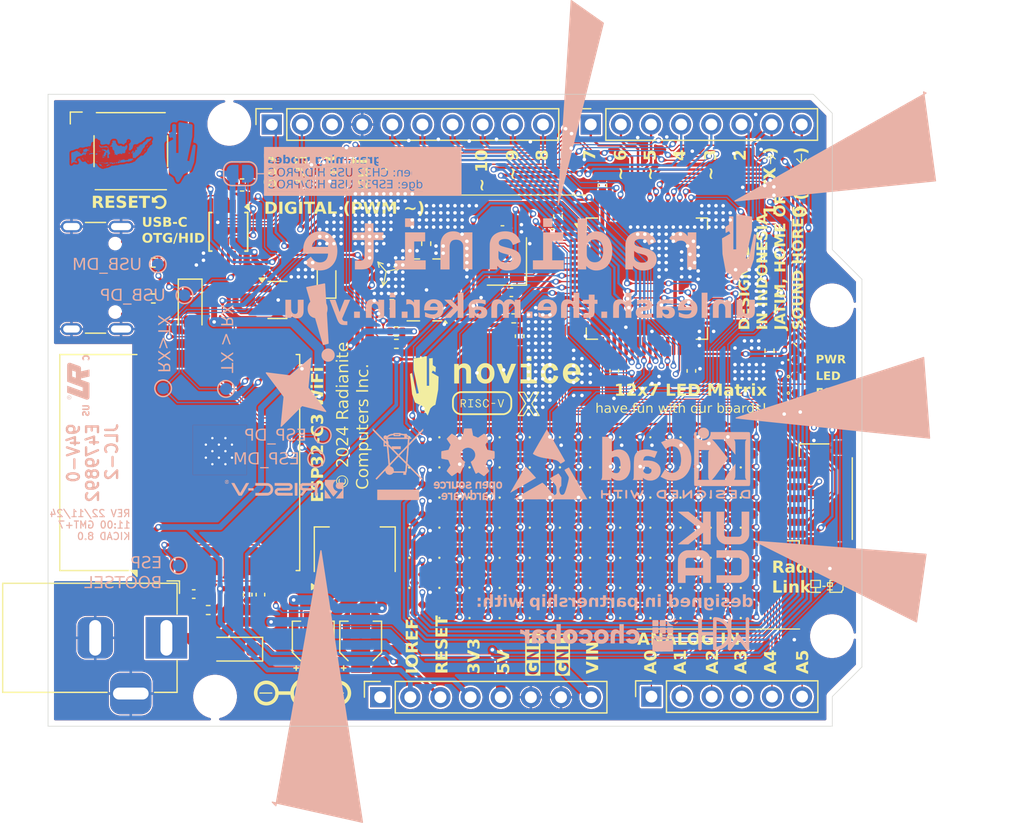
<source format=kicad_pcb>
(kicad_pcb (version 20240108) (generator "pcbnew") (generator_version "8.0")
  (layers (0 "F.Cu" signal) (31 "B.Cu" signal) (34 "B.Paste" user) (35 "F.Paste" user) (36 "B.SilkS" user "B.Silkscreen") (37 "F.SilkS" user "F.Silkscreen") (38 "B.Mask" user) (39 "F.Mask" user) (44 "Edge.Cuts" user))
  (net 0 "")
  (net 1 "GND")
  (net 2 "+3V3")
  (net 3 "Net-(C7-Pad2)")
  (net 4 "/XOUT")
  (net 5 "/RESET")
  (net 6 "Net-(U4-BP)")
  (net 7 "VIN")
  (net 8 "Net-(D1-K)")
  (net 9 "VBUS")
  (net 10 "Net-(D2-A)")
  (net 11 "/D13")
  (net 12 "Net-(D5-A)")
  (net 13 "/USB_DM")
  (net 14 "/USB_DP")
  (net 16 "Net-(J1-CC2)")
  (net 17 "Net-(J1-CC1)")
  (net 19 "/SCL")
  (net 20 "/SDA")
  (net 21 "/D12")
  (net 22 "/D10")
  (net 23 "/D11")
  (net 24 "/D8")
  (net 25 "/D9")
  (net 27 "/D0")
  (net 28 "/D6")
  (net 29 "/D2")
  (net 30 "/D4")
  (net 31 "/D7")
  (net 32 "/D5")
  (net 33 "/D1")
  (net 34 "/D3")
  (net 36 "/A0")
  (net 37 "/A2")
  (net 38 "/A4")
  (net 39 "/A1")
  (net 40 "/A3")
  (net 41 "/A5")
  (net 42 "/PROG_DIO")
  (net 43 "/PROG_CLK")
  (net 45 "/CL1")
  (net 46 "/RW1")
  (net 47 "/CL2")
  (net 48 "/CL3")
  (net 49 "/CL4")
  (net 50 "/CL5")
  (net 51 "/CL6")
  (net 52 "/CL7")
  (net 53 "/CL8")
  (net 54 "/CL9")
  (net 55 "/CL10")
  (net 56 "/CL11")
  (net 57 "/CL12")
  (net 58 "/RW2")
  (net 59 "/RW3")
  (net 60 "/RW4")
  (net 61 "/RW5")
  (net 62 "/RW6")
  (net 63 "/RW7")
  (net 64 "/XIN")
  (net 65 "Net-(U2-EN)")
  (net 66 "Net-(U5-SDO{slash}ADDR)")
  (net 67 "Net-(U5-~{CS})")
  (net 68 "/ESP_DM")
  (net 69 "/ESP_DP")
  (net 70 "/ESP_BOOTSEL")
  (net 71 "/INTERFACE_TX")
  (net 72 "/INTERFACE_RX")
  (net 73 "/GYRO_SCL")
  (net 75 "/GYRO_SDA")
  (net 90 "Net-(D3-A)")
  (net 91 "/RV_DM")
  (net 92 "/RV_DP")
  (net 93 "Net-(JP1-A)")
  (net 94 "Net-(D4-A)")
  (net 95 "Net-(U2-IO4)")
  (footprint "Capacitor_SMD:C_0402_1005Metric" (layer "F.Cu") (at 82.8 75.2 -90)
    (property "Reference" "C13" (hide yes))
    (property "Value" "22uF" (hide yes))
  )
  (footprint "LED_SMD:LED_0402_1005Metric" (layer "F.Cu") (at 118.975 71.32 45)
    (property "Reference" "LED58" (hide yes))
    (property "Value" "LED")
  )
  (footprint "LED_SMD:LED_0402_1005Metric" (layer "F.Cu") (at 108.815 68.78 45)
    (property "Reference" "LED42" (hide yes))
    (property "Value" "LED")
  )
  (footprint "LED_SMD:LED_0402_1005Metric" (layer "F.Cu") (at 103.735 61.16 45)
    (property "Reference" "LED4" (hide yes))
    (property "Value" "LED")
  )
  (footprint "LED_SMD:LED_0402_1005Metric" (layer "F.Cu") (at 96.115 71.32 45)
    (property "Reference" "LED49" (hide yes))
    (property "Value" "LED")
  )
  (footprint "LED_SMD:LED_0402_1005Metric" (layer "F.Cu") (at 113.895 63.7 45)
    (property "Reference" "LED20" (hide yes))
    (property "Value" "LED")
  )
  (footprint "LED_SMD:LED_0402_1005Metric" (layer "F.Cu") (at 111.355 66.24 45)
    (property "Reference" "LED31" (hide yes))
    (property "Value" "LED")
  )
  (footprint "LED_SMD:LED_0402_1005Metric" (layer "F.Cu") (at 101.195 61.16 45)
    (property "Reference" "LED3" (hide yes))
    (property "Value" "LED")
  )
  (footprint "LED_SMD:LED_0402_1005Metric" (layer "F.Cu") (at 128.39 56.81)
    (property "Reference" "D4" (hide yes))
    (property "Value" "ORANGE" (hide yes))
  )
  (footprint "LED_SMD:LED_0402_1005Metric" (layer "F.Cu") (at 118.975 63.7 45)
    (property "Reference" "LED22" (hide yes))
    (property "Value" "LED")
  )
  (footprint "LED_SMD:LED_0402_1005Metric" (layer "F.Cu") (at 124.055 68.78 45)
    (property "Reference" "LED48" (hide yes))
    (property "Value" "LED")
  )
  (footprint "LED_SMD:LED_0402_1005Metric" (layer "F.Cu") (at 103.735 63.7 45)
    (property "Reference" "LED16" (hide yes))
    (property "Value" "LED")
  )
  (footprint "Resistor_SMD:R_0402_1005Metric" (layer "F.Cu") (at 104.15 51.9)
    (property "Reference" "R4" (hide yes))
    (property "Value" "10k" (hide yes))
  )
  (footprint "LED_SMD:LED_0402_1005Metric" (layer "F.Cu") (at 96.115 61.16 45)
    (property "Reference" "LED1" (hide yes))
    (property "Value" "LED")
  )
  (footprint "LED_SMD:LED_0402_1005Metric" (layer "F.Cu") (at 106.275 63.7 45)
    (property "Reference" "LED17" (hide yes))
    (property "Value" "LED")
  )
  (footprint "Capacitor_SMD:C_0402_1005Metric" (layer "F.Cu") (at 119.125 56.33 -90)
    (property "Reference" "C4" (hide yes))
    (property "Value" "0.1uF" (hide yes))
  )
  (footprint "Capacitor_SMD:C_0402_1005Metric" (layer "F.Cu") (at 81.73 75.2 -90)
    (property "Reference" "C14" (hide yes))
    (property "Value" "100nF" (hide yes))
  )
  (footprint "Diode_SMD:D_SOD-123F" (layer "F.Cu") (at 76.875 50.8 -90)
    (property "Reference" "D2" (hide yes))
    (property "Value" "MBR120VLSFT1G" (hide yes))
  )
  (footprint "LED_SMD:LED_0402_1005Metric" (layer "F.Cu") (at 111.355 68.78 45)
    (property "Reference" "LED43" (hide yes))
    (property "Value" "LED")
  )
  (footprint "LED_SMD:LED_0402_1005Metric" (layer "F.Cu") (at 98.655 73.86 45)
    (property "Reference" "LED62" (hide yes))
    (property "Value" "LED")
  )
  (footprint "LED_SMD:LED_0402_1005Metric" (layer "F.Cu") (at 113.895 61.16 45)
    (property "Reference" "LED8" (hide yes))
    (property "Value" "LED")
  )
  (footprint "LED_SMD:LED_0402_1005Metric" (layer "F.Cu") (at 108.815 61.16 45)
    (property "Reference" "LED6" (hide yes))
    (property "Value" "LED")
  )
  (footprint "LED_SMD:LED_0402_1005Metric" (layer "F.Cu") (at 113.895 71.32 45)
    (property "Reference" "LED56" (hide yes))
    (property "Value" "LED")
  )
  (footprint "Resistor_SMD:R_0402_1005Metric" (layer "F.Cu") (at 94.26 54.05 180)
    (property "Reference" "R8" (hide yes))
    (property "Value" "1k")
  )
  (footprint "Capacitor_SMD:C_0402_1005Metric" (layer "F.Cu") (at 104.65 53.4 -90)
    (property "Reference" "C10" (hide yes))
    (property "Value" "0.1uF" (hide yes))
  )
  (footprint "LED_SMD:LED_0402_1005Metric" (layer "F.Cu") (at 116.435 63.7 45)
    (property "Reference" "LED21" (hide yes))
    (property "Value" "LED")
  )
  (footprint "LED_SMD:LED_0402_1005Metric" (layer "F.Cu") (at 103.735 73.86 45)
    (property "Reference" "LED64" (hide yes))
    (property "Value" "LED")
  )
  (footprint "LED_SMD:LED_0402_1005Metric" (layer "F.Cu") (at 118.975 66.24 45)
    (property "Reference" "LED34" (hide yes))
    (property "Value" "LED")
  )
  (footprint "LED_SMD:LED_0402_1005Metric" (layer "F.Cu") (at 98.655 68.78 45)
    (property "Reference" "LED38" (hide yes))
    (property "Value" "LED")
  )
  (footprint "Capacitor_SMD:CP_Elec_3x5.3" (layer "F.Cu") (at 87.25 79.2 90)
    (property "Reference" "C17" (hide yes))
    (property "Value" "47u")
  )
  (footprint "LED_SMD:LED_0402_1005Metric" (layer "F.Cu") (at 111.355 71.32 45)
    (property "Reference" "LED55" (hide yes))
    (property "Value" "LED")
  )
  (footprint "LED_SMD:LED_0402_1005Metric" (layer "F.Cu") (at 106.275 66.24 45)
    (property "Reference" "LED29" (hide yes))
    (property "Value" "LED")
  )
  (footprint "LED_SMD:LED_0402_1005Metric" (layer "F.Cu") (at 106.275 68.78 45)
    (property "Reference" "LED41" (hide yes))
    (property "Value" "LED")
  )
  (footprint "Resistor_SMD:R_0402_1005Metric" (layer "F.Cu") (at 73.775 50.225)
    (property "Reference" "R3" (hide yes))
    (property "Value" "5.1k" (hide yes))
  )
  (footprint "Capacitor_SMD:C_0402_1005Metric" (layer "F.Cu") (at 103.2 44.45)
    (property "Reference" "C8" (hide yes))
    (property "Value" "20pF" (hide yes))
  )
  (footprint "LED_SMD:LED_0402_1005Metric" (layer "F.Cu") (at 124.055 66.24 45)
    (property "Reference" "LED36" (hide yes))
    (property "Value" "LED")
  )
  (footprint "LED_SMD:LED_0402_1005Metric" (layer "F.Cu") (at 101.195 66.24 45)
    (property "Reference" "LED27" (hide yes))
    (property "Value" "LED")
  )
  (footprint "LED_SMD:LED_0402_1005Metric" (layer "F.Cu") (at 98.655 63.7 45)
    (property "Reference" "LED14" (hide yes))
    (property "Value" "LED")
  )
  (footprint "LED_SMD:LED_0402_1005Metric" (layer "F.Cu") (at 108.815 76.4 45)
    (property "Reference" "LED78" (hide yes))
    (property "Value" "LED")
  )
  (footprint "MountingHole:MountingHole_3.2mm_M3" (layer "F.Cu") (at 130.975 78.7)
    (property "Reference" "MH4" (hide yes))
    (property "Value" "MountingHole_3.2mm_M3" (hide yes))
  )
  (footprint "Connector_BarrelJack:BarrelJack_Horizontal" (layer "F.Cu") (at 74.875 78.8425)
    (property "Reference" "J6" (hide yes))
    (property "Value" "Barrel_Jack_Switch" (hide yes))
  )
  (footprint "MountingHole:MountingHole_3.2mm_M3" (layer "F.Cu") (at 80.175 35.5)
    (property "Reference" "MH2" (hide yes))
    (property "Value" "MountingHole_3.2mm_M3" (hide yes))
  )
  (footprint "LED_SMD:LED_0402_1005Metric" (layer "F.Cu") (at 121.515 66.24 45)
    (property "Reference" "LED35" (hide yes))
    (property "Value" "LED")
  )
  (footprint "Capacitor_SMD:C_0603_1608Metric" (layer "F.Cu") (at 81.25 40.65)
    (property "Reference" "C16" (hide yes))
    (property "Value" "0.1u")
  )
  (footprint "LED_SMD:LED_0402_1005Metric" (layer "F.Cu") (at 101.195 68.78 45)
    (property "Reference" "LED39" (hide yes))
    (property "Value" "LED")
  )
  (footprint "Capacitor_SMD:C_0402_1005Metric" (layer "F.Cu") (at 123.355 44.8)
    (property "Reference" "C5" (hide yes))
    (property "Value" "0.1uF" (hide yes))
  )
  (footprint "LED_SMD:LED_0402_1005Metric" (layer "F.Cu") (at 124.055 61.16 45)
    (property "Reference" "LED12" (hide yes))
    (property "Value" "LED")
  )
  (footprint "LED_SMD:LED_0402_1005Metric" (layer "F.Cu") (at 116.435 61.16 45)
    (property "Reference" "LED9" (hide yes))
    (property "Value" "LED")
  )
  (footprint "MountingHole:MountingHole_3.2mm_M3" (layer "F.Cu") (at 78.975 83.8)
    (property "Reference" "MH3" (hide yes))
    (property "Value" "MountingHole_3.2mm_M3" (hide yes))
  )
  (footprint "LED_SMD:LED_0402_1005Metric" (layer "F.Cu") (at 124.055 73.86 45)
    (property "Reference" "LED72" (hide yes))
    (property "Value" "LED")
  )
  (footprint "LED_SMD:LED_0402_1005Metric" (layer "F.Cu") (at 121.515 73.86 45)
    (property "Reference" "LED71" (hide yes))
    (property "Value" "LED")
  )
  (footprint "Resistor_SMD:R_0402_1005Metric" (layer "F.Cu") (at 93.875 50.7)
    (property "Reference" "R6" (hide yes))
    (property "Value" "10k" (hide yes))
  )
  (footprint "LED_SMD:LED_0402_1005Metric" (layer "F.Cu") (at 116.435 71.32 45)
    (property "Reference" "LED57" (hide yes))
    (property "Value" "LED")
  )
  (footprint "LED_SMD:LED_0402_1005Metric" (layer "F.Cu") (at 124.055 63.7 45)
    (property "Reference" "LED24" (hide yes))
    (property "Value" "LED")
  )
  (footprint "LED_SMD:LED_0402_1005Metric" (layer "F.Cu") (at 96.115 63.7 45)
    (property "Reference" "LED13" (hide yes))
    (property "Value" "LED")
  )
  (footprint "Capacitor_Tantalum_SMD:CP_EIA-1608-08_AVX-J" (layer "F.Cu") (at 88.375 48.6875 90)
    (property "Reference" "C12" (hide yes))
    (property "Value" "2.2uF" (hide yes))
  )
  (footprint "LED_SMD:LED_0402_1005Metric" (layer "F.Cu") (at 106.275 71.32 45)
    (property "Reference" "LED53" (hide yes))
    (property "Value" "LED")
  )
  (footprint "LED_SMD:LED_0402_1005Metric" (layer "F.Cu") (at 108.815 63.7 45)
    (property "Reference" "LED18" (hide yes))
    (property "Value" "LED")
  )
  (footprint "LED_SMD:LED_0402_1005Metric" (layer "F.Cu") (at 108.815 71.32 45)
    (property "Reference" "LED54" (hide yes))
    (property "Value" "LED")
  )
  (footprint "LED_SMD:LED_0402_1005Metric" (layer "F.Cu") (at 98.655 76.4 45)
    (property "Reference" "LED74" (hide yes))
    (property "Value" "LED")
  )
  (footprint "LED_SMD:LED_0402_1005Metric" (layer "F.Cu") (at 106.275 76.4 45)
    (property "Reference" "LED77" (hide yes))
    (property "Value" "LED")
  )
  (footprint "LED_SMD:LED_0402_1005Metric" (layer "F.Cu") (at 111.355 73.86 45)
    (property "Reference" "LED67" (hide yes))
    (property "Value" "LED")
  )
  (footprint "Package_LGA:LGA-14_3x5mm_P0.8mm_LayoutBorder1x6y" (layer "F.Cu") (at 96.775 49.5 180)
    (property "Reference" "U5" (hide yes))
    (property "Value" "ADXL343" (hide yes))
  )
  (footprint "Crystal:Crystal_SMD_3225-4Pin_3.2x2.5mm" (layer "F.Cu") (at 103.575 47.1 90)
    (property "Reference" "Y1" (hide yes))
    (property "Value" "8MHz" (hide yes))
  )
  (footprint "Resistor_SMD:R_0402_1005Metric" (layer "F.Cu") (at 128.15 53.85 -45)
    (property "Reference" "R10" (hide yes))
    (property "Value" "330")
  )
  (footprint "LED_SMD:LED_0402_1005Metric" (layer "F.Cu") (at 98.655 66.24 45)
    (property "Reference" "LED26" (hide yes))
    (property "Value" "LED")
  )
  (footprint "LED_SMD:LED_0402_1005Metric" (layer "F.Cu") (at 96.115 68.78 45)
    (property "Reference" "LED37" (hide yes))
    (property "Value" "LED")
  )
  (footprint "Resistor_SMD:R_0402_1005Metric" (layer "F.Cu") (at 94.25 53 180)
    (property "Reference" "R9" (hide yes))
    (property "Value" "1k")
  )
  (footprint "MountingHole:MountingHole_3.2mm_M3" (layer "F.Cu") (at 130.975 50.8)
    (property "Reference" "MH1" (hide yes))
    (property "Value" "MountingHole_3.2mm_M3" (hide yes))
  )
  (footprint "Capacitor_SMD:C_0402_1005Metric" (layer "F.Cu") (at 107.875 43.28 90)
    (property "Reference" "C1" (hide yes))
    (property "Value" "0.1uF" (hide yes))
  )
  (footprint "LED_SMD:LED_0402_1005Metric" (layer "F.Cu") (at 128.39 55.4)
    (property "Reference" "D3" (hide yes))
    (property "Value" "GREEN" (hide yes))
  )
  (footprint "LED_SMD:LED_0402_1005Metric" (layer "F.Cu") (at 106.275 73.86 45)
    (property "Reference" "LED65" (hide yes))
    (property "Value" "LED")
  )
  (footprint "LED_SMD:LED_0402_1005Metric" (layer "F.Cu") (at 108.815 66.24 45)
    (property "Reference" "LED30" (hide yes))
    (property "Value" "LED")
  )
  (footprint "LED_SMD:LED_0402_1005Metric" (layer "F.Cu") (at 121.515 68.78 45)
    (property "Reference" "LED47" (hide yes))
    (property "Value" "LED")
  )
  (footprint "Capacitor_SMD:CP_Elec_3x5.3" (layer "F.Cu") (at 91.25 79.2 90)
    (property "Reference" "C18" (hide yes))
    (property "Value" "47u")
  )
  (footprint "LED_SMD:LED_0402_1005Metric" (layer "F.Cu") (at 103.735 76.4 45)
    (property "Reference" "LED76" (hide yes))
    (property "Value" "LED")
  )
  (footprint "Diode_SMD:D_SOD-123F" (layer "F.Cu") (at 80.775 79.8 180)
    (property "Reference" "D1" (hide yes))
    (property "Value" "PMEG2010EH" (hide yes))
  )
  (footprint "LED_SMD:LED_0402_1005Metric" (layer "F.Cu") (at 111.355 76.4 45)
    (property "Reference" "LED79" (hide yes))
    (property "Value" "LED")
  )
  (footprint "LED_SMD:LED_0402_1005Metric" (layer "F.Cu") (at 101.195 76.4 45)
    (property "Reference" "LED75" (hide yes))
    (property "Value" "LED")
  )
  (footprint "RF_Module:ESP32-C3-WROOM-02" (layer "F.Cu") (at 79.1 64.06 90)
    (property "Reference" "U2" (hide yes))
    (property "Value" "ESP32-C3-WROOM-02" (hide yes))
  )
  (footprint "Resistor_SMD:R_0402_1005Metric" (layer "F.Cu") (at 73.775 47.2)
    (property "Reference" "R2" (hide yes))
    (property "Value" "5.1k" (hide yes))
  )
  (footprint "LED_SMD:LED_0402_1005Metric" (layer "F.Cu") (at 121.515 61.16 45)
    (property "Reference" "LED11" (hide yes))
    (property "Value" "LED")
  )
  (footprint "Capacitor_SMD:C_0402_1005Metric" (layer "F.Cu") (at 77.18 75.15 180)
    (property "Reference" "C15" (hide yes))
    (property "Value" "1u")
  )
  (footprint "Resistor_SMD:R_0402_1005Metric" (layer "F.Cu") (at 78.4 76.5 180)
    (property "Reference" "R5" (hide yes))
    (property "Value" "100k" (hide yes))
  )
  (footprint "LED_SMD:LED_0402_1005Metric" (layer "F.Cu") (at 113.895 76.4 45)
    (property "Reference" "LED80" (hide yes))
    (property "Value" "LED")
  )
  (footprint "Capacitor_SMD:C_0402_1005Metric" (layer "F.Cu") (at 112.625 56.32 -90)
    (property "Reference" "C3" (hide yes))
    (property "Value" "0.1uF" (hide yes))
  )
  (footprint "Package_TO_SOT_SMD:SOT-223-3_TabPin2" (layer "F.Cu") (at 90.75 71.4 90)
    (property "Reference" "U3" (hide yes))
    (property "Value" "AMS1117-5.0" (hide yes))
  )
  (footprint "Capacitor_SMD:C_0402_1005Metric" (layer "F.Cu") (at 111.625 40.7 90)
    (property "Reference" "C6" (hide yes))
    (property "Value" "0.1uF" (hide yes))
  )
  (footprint "LED_SMD:LED_0402_1005Metric" (layer "F.Cu") (at 106.275 61.16 45)
    (property "Reference" "LED5" (hide yes))
    (property "Value" "LED")
  )
  (footprint "LED_SMD:LED_0402_1005Metric" (layer "F.Cu") (at 98.655 71.32 45)
    (property "Reference" "LED50" (hide yes))
    (property "Value" "LED")
  )
  (footprint "LED_SMD:LED_0402_1005Metric" (layer "F.Cu") (at 103.735 66.24 45)
    (property "Reference" "LED28" (hide yes))
    (property "Value" "LED")
  )
  (footprint "LED_SMD:LED_0402_1005Metric" (layer "F.Cu") (at 111.355 63.7 45)
    (property "Reference" "LED19" (hide yes))
    (property "Value" "LED")
  )
  (footprint "LED_SMD:LED_0402_1005Metric" (layer "F.Cu") (at 124.055 71.32 45)
    (property "Reference" "LED60" (hide yes))
    (property "Value" "LED")
  )
  (footprint "Package_QFP:LQFP-64_10x10mm_P0.5mm" (layer "F.Cu") (at 115.375 48.55)
    (property "Reference" "U1" (hide yes))
    (property "Value" "CH32V305RBT6" (hide yes))
  )
  (footprint "LED_SMD:LED_0402_1005Metric" (layer "F.Cu") (at 128.39 58.2)
    (property "Reference" "D5" (hide yes))
    (property "Value" "ORANGE" (hide yes))
  )
  (footprint "Connector_JST:JST_SH_SM07B-SRSS-TB_1x07-1MP_P1.00mm_Horizontal" (layer "F.Cu") (at 130 67.1 90)
    (property "Reference" "J7" (hide yes))
    (property "Value" "Radianite-Link" (hide yes))
  )
  (footprint "Connector_PinSocket_2.54mm:PinSocket_1x08_P2.54mm_Vertical" (layer "F.Cu") (at 92.895 83.85 90)
    (property "Reference" "J4" (hide yes))
    (property "Value" "Conn_01x08" (hide yes))
  )
  (footprint "LED_SMD:LED_0402_1005Metric" (layer "F.Cu") (at 116.435 76.4 45)
    (property "Reference" "LED81" (hide yes))
    (property "Value" "LED")
  )
  (footprint "LED_SMD:LED_0402_1005Metric" (layer "F.Cu") (at 118.975 61.16 45)
    (property "Reference" "LED10" (hide yes))
    (property "Value" "LED")
  )
  (footprint "Capacitor_SMD:C_0402_1005Metric" (layer "F.Cu") (at 87.495 51.3)
    (property "Reference" "C11" (hide yes))
    (property "Value" "470pF" (hide yes))
  )
  (footprint "LED_SMD:LED_0402_1005Metric" (layer "F.Cu") (at 113.895 73.86 45)
    (property "Reference" "LED68" (hide yes))
    (property "Value" "LED")
  )
  (footprint "LED_SMD:LED_0402_1005Metric" (layer "F.Cu") (at 116.435 73.86 45)
    (property "Reference" "LED69" (hide yes))
    (property "Value" "LED")
  )
  (footprint "LED_SMD:LED_0402_1005Metric" (layer "F.Cu") (at 101.195 63.7 45)
    (property "Reference" "LED15" (hide yes))
    (property "Value" "LED")
  )
  (footprint "Button_Switch_SMD:SW_SPST_Omron_B3FS-100xP" (layer "F.Cu") (at 71.875 37.8)
    (property "Reference" "SW1" (hide yes))
    (property "Value" "SW_Push")
  )
  (footprint "Capacitor_SMD:C_0402_1005Metric" (layer "F.Cu") (at 107.3 50.8 180)
    (property "Reference" "C2" (hide yes))
    (property "Value" "0.1uF" (hide yes))
  )
  (footprint "LED_SMD:LED_0402_1005Metric" (layer "F.Cu") (at 113.895 66.24 45)
    (property "Reference" "LED32" (hide yes))
    (property "Value" "LED")
  )
  (footprint "LED_SMD:LED_0402_1005Metric" (layer "F.Cu") (at 124.055 76.4 45)
    (property "Reference" "LED84" (hide yes))
    (property "Value" "LED")
  )
  (footprint "LED_SMD:LED_0402_1005Metric" (layer "F.Cu") (at 101.195 73.86 45)
    (property "Reference" "LED63" (hide yes))
    (property "Value" "LED")
  )
  (footprint "Resistor_SMD:R_0402_1005Metric" (layer "F.Cu") (at 129.45 59.69 -90)
    (property "Reference" "R12" (hide yes))
    (property "Value" "330")
  )
  (footprint "Package_TO_SOT_SMD:SOT-23-5" (layer "F.Cu") (at 84.2375 50.35)
    (property "Reference" "U4" (hide yes))
    (property "Value" "MIC5205-3.3YM5" (hide yes))
  )
  (footprint "Capacitor_SMD:C_0402_1005Metric" (layer "F.Cu") (at 103.95 49.7)
    (property "Reference" "C7" (hide yes))
    (property "Value" "20pF" (hide yes))
  )
  (footprint "LED_SMD:LED_0402_1005Metric" (layer "F.Cu") (at 118.975 68.78 45)
    (property "Reference" "LED46" (hide yes))
    (property "Value" "LED")
  )
  (footprint "LED_SMD:LED_0402_1005Metric" (layer "F.Cu") (at 113.895 68.78 45)
    (property "Reference" "LED44" (hide yes))
    (property "Value" "LED")
  )
  (footprint "LED_SMD:LED_0402_1005Metric" (layer "F.Cu") (at 101.195 71.32 45)
    (property "Reference" "LED51" (hide yes))
    (property "Value" "LED")
  )
  (footprint "LED_SMD:LED_0402_1005Metric" (layer "F.Cu") (at 103.735 68.78 45)
    (property "Reference" "LED40" (hide yes))
    (property "Value" "LED")
  )
  (footprint "LED_SMD:LED_0402_1005Metric" (layer "F.Cu") (at 103.735 71.32 45)
    (property "Reference" "LED52" (hide yes))
    (property "Value" "LED")
  )
  (footprint "LED_SMD:LED_0402_1005Metric" (layer "F.Cu") (at 118.975 76.4 45)
    (property "Reference" "LED82" (hide yes))
    (property "Value" "LED")
  )
  (footprint "LED_SMD:LED_0402_1005Metric" (layer "F.Cu") (at 121.515 76.4 45)
    (property "Reference" "LED83" (hide yes))
    (property "Value" "LED")
  )
  (footprint "Connector_PinSocket_2.54mm:PinSocket_1x10_P2.54mm_Vertical" (layer "F.Cu") (at 83.755 35.55 90)
    (property "Reference" "J2" (hide yes))
    (property "Value" "Conn_01x10_Pin" (hide yes))
  )
  (footprint "Connector_PinSocket_2.54mm:PinSocket_1x06_P2.54mm_Vertical" (layer "F.Cu") (at 115.755 83.8 90)
    (property "Reference" "J5" (hide yes))
    (property "Value" "Conn_01x06" (hide yes))
  )
  (footprint "Connector_PinSocket_2.54mm:PinSocket_1x08_P2.54mm_Vertical" (layer "F.Cu") (at 110.645 35.55 90)
    (property "Reference" "J3" (hide yes))
    (property "Value" "Conn_01x08_Pin" (hide yes))
  )
  (footprint "LOGO" (layer "F.Cu") (at 102.6 57.6)
    (property "Reference" "G***" (hide yes))
    (property "Value" "LOGO" (hide yes))
  )
  (footprint "LED_SMD:LED_0402_1005Metric" (layer "F.Cu") (at 108.815 73.86 45)
    (property "Reference" "LED66" (hide yes))
    (property "Value" "LED")
  )
  (footprint "LED_SMD:LED_0402_1005Metric" (layer "F.Cu") (at 121.515 63.7 45)
    (property "Reference" "LED23" (hide yes))
    (property "Value" "LED")
  )
  (footprint "LED_SMD:LED_0402_1005Metric" (layer "F.Cu") (at 116.435 68.78 45)
    (property "Reference" "LED45" (hide yes))
    (property "Value" "LED")
  )
  (footprint "Package_SO:TSSOP-10_3x3mm_P0.5mm" (layer "F.Cu") (at 80.1 44.6 -90)
    (property "Reference" "U6" (hide yes))
    (property "Value" "TS3A24159DGS")
  )
  (footprint "LED_SMD:LED_0402_1005Metric" (layer "F.Cu") (at 96.115 76.4 45)
    (property "Reference" "LED73" (hide yes))
    (property "Value" "LED")
  )
  (footprint "Capacitor_SMD:C_0402_1005Metric" (layer "F.Cu") (at 107.42 44.7 180)
    (property "Reference" "C9" (hide yes))
    (property "Value" "0.1uF" (hide yes))
  )
  (footprint "LED_SMD:LED_0402_1005Metric" (layer "F.Cu") (at 98.655 61.16 45)
    (property "Reference" "LED2" (hide yes))
    (property "Value" "LED")
  )
  (footprint "LED_SMD:LED_0402_1005Metric" (layer "F.Cu") (at 121.515 71.32 45)
    (property "Reference" "LED59" (hide yes))
    (property "Value" "LED")
  )
  (footprint "Connector_USB:USB_C_Receptacle_GCT_USB4105-xx-A_16P_TopMnt_Horizontal" (layer "F.Cu") (at 67.95 48.48 -90)
    (property "Reference" "J1" (hide yes))
    (property "Value" "USB_C_Receptacle_USB2.0_16P" (hide yes))
  )
  (footprint "LED_SMD:LED_0402_1005Metric" (layer "F.Cu") (at 118.975 73.86 45)
    (property "Reference" "LED70" (hide yes))
    (property "Value" "LED")
  )
  (footprint "LED_SMD:LED_0402_1005Metric" (layer "F.Cu") (at 111.355 61.16 45)
    (property "Reference" "LED7" (hide yes))
    (property "Value" "LED")
  )
  (footprint "LED_SMD:LED_0402_1005Metric" (layer "F.Cu") (at 96.115 73.86 45)
    (property "Reference" "LED61" (hide yes))
    (property "Value" "LED")
  )
  (footprint "LED_SMD:LED_0402_1005Metric" (layer "F.Cu") (at 116.435 66.24 45)
    (property "Reference" "LED33" (hide yes))
    (property "Value" "LED")
  )
  (footprint "Resistor_SMD:R_0402_1005Metric" (layer "F.Cu") (at 96.775 45.6 -90)
    (property "Reference" "R7" (hide yes))
    (property "Value" "10k" (hide yes))
  )
  (footprint "Resistor_SMD:R_0402_1005Metric" (layer "F.Cu") (at 125.71 54.63 90)
    (property "Reference" "R11" (hide yes))
    (property "Value" "330")
  )
  (footprint "LED_SMD:LED_0402_1005Metric" (layer "F.Cu") (at 96.115 66.24 45)
    (property "Reference" "LED25" (hide yes))
    (property "Value" "LED")
  )
  (footprint "Resistor_SMD:R_0402_1005Metric" (layer "F.Cu") (at 106.9 46.8)
    (property "Reference" "R1" (hide yes))
    (property "Value" "40" (hide yes))
  )
  (footprint "LOGO" (layer "B.Cu") (at 70.23 37.93 180)
    (property "Reference" "G***" (hide yes))
    (property "Value" "LOGO" (hide yes))
  )
  (footprint "LOGO" (layer "B.Cu") (at 111.35 78.5 180)
    (property "Reference" "G***" (hide yes))
    (property "Value" "LOGO" (hide yes))
  )
  (footprint "LOGO" (layer "B.Cu") (at 84.8 66.3 180)
    (property "Reference" "G***" (hide yes))
    (property "Value" "LOGO" (hide yes))
  )
  (footprint "TestPoint:TestPoint_Pad_D1.0mm" (layer "B.Cu") (at 87.5 63.75 180)
    (property "Reference" "TP1" (hide yes))
    (property "Value" "ESP_DM")
  )
  (footprint "Symbol:UKCA-Logo_6x6mm_SilkScreen" (layer "B.Cu") (at 121 71.2 180)
    (property "Reference" "REF**" (hide yes))
    (property "Value" "UKCA-Logo_6x6mm_SilkScreen" (hide yes))
  )
  (footprint "Symbol:WEEE-Logo_4.2x6mm_SilkScreen" (layer "B.Cu") (at 94.4 64.2 180)
    (property "Reference" "REF**" (hide yes))
    (property "Value" "WEEE-Logo_4.2x6mm_SilkScreen" (hide yes))
  )
  (footprint "TestPoint:TestPoint_Pad_D1.0mm" (layer "B.Cu") (at 79.9 57.85 180)
    (property "Reference" "TP4" (hide yes))
    (property "Value" "TX")
  )
  (footprint "LOGO" (layer "B.Cu") (at 105.5 46.1 180)
    (property "Reference" "G***" (hide yes))
    (property "Value" "LOGO" (hide yes))
  )
  (footprint "TestPoint:TestPoint_Pad_D1.0mm" (layer "B.Cu") (at 75.9 72.75 180)
    (property "Reference" "TP3" (hide yes))
    (property "Value" "BOOTSEL")
  )
  (footprint "TestPoint:TestPoint_Pad_D1.0mm" (layer "B.Cu") (at 74.6 57.8 180)
    (property "Reference" "TP5" (hide yes))
    (property "Value" "RX")
  )
  (footprint "LOGO" (layer "B.Cu") (at 67.45 57.2 -90)
    (property "Reference" "G***" (hide yes))
    (property "Value" "LOGO" (hide yes))
  )
  (footprint "TestPoint:TestPoint_Pad_D1.0mm" (layer "B.Cu") (at 88.05 61.75 180)
    (property "Reference" "TP2" (hide yes))
    (property "Value" "ESP_DP")
  )
  (footprint "Jumper:SolderJumper-2_P1.3mm_Open_RoundedPad1.0x1.5mm" (layer "B.Cu") (at 81.1 39.7 180)
    (property "Reference" "JP1" (hide yes))
    (property "Value" "SolderJumper_2_Open")
  )
  (footprint "Symbol:ESD-Logo_6.6x6mm_SilkScreen" (layer "B.Cu") (at 107.1 64.2 180)
    (property "Reference" "REF**" (hide yes))
    (property "Value" "ESD-Logo_6.6x6mm_SilkScreen" (hide yes))
  )
  (footprint "TestPoint:TestPoint_Pad_D1.0mm" (layer "B.Cu") (at 76.4 49.95 180)
    (property "Reference" "TP6" (hide yes))
    (property "Value" "USB_DP")
  )
  (footprint "Symbol:OSHW-Logo_5.7x6mm_SilkScreen" (layer "B.Cu") (at 100.3 64.2 180)
    (property "Reference" "REF**" (hide yes))
    (property "Value" "OSHW-Logo_5.7x6mm_SilkScreen" (hide yes))
  )
  (footprint "Symbol:KiCad-Logo2_5mm_SilkScreen" (layer "B.Cu") (at 117.8 64.1 180)
    (property "Reference" "REF**" (hide yes))
    (property "Value" "KiCad-Logo2_5mm_SilkScreen" (hide yes))
  )
  (footprint "TestPoint:TestPoint_Pad_D1.0mm" (layer "B.Cu") (at 74.15 47.35 180)
    (property "Reference" "TP7" (hide yes))
    (property "Value" "USB_DM")
  )
  (gr_poly (pts (xy 84.1 93) (xy 87.9 71.5) (xy 91.4 94.4) (xy 83.8 92.7)) (stroke (width 0.1)) (fill solid) (layer "B.SilkS"))
  (gr_line (start 121.1 78.5) (end 119.85 78.5) (stroke (width 0.3)) (layer "B.SilkS"))
  (gr_line (start 99.7 37.5) (end 85 37.5) (stroke (width 0.1)) (layer "B.SilkS"))
  (gr_line (start 123.1 78.75) (end 122.35 79.75) (stroke (width 0.3)) (layer "B.SilkS"))
  (gr_line (start 123.85 79.75) (end 123.1 78.75) (stroke (width 0.3)) (layer "B.SilkS"))
  (gr_line (start 83.15 41.5) (end 85 41.5) (stroke (width 0.1)) (layer "B.SilkS"))
  (gr_line (start 99.7 41.5) (end 99.7 37.5) (stroke (width 0.1)) (layer "B.SilkS"))
  (gr_poly (pts (xy 88.20576 48.99832) (xy 88.50576 53.99832) (xy 88.10576 54.09832) (xy 86.70576 49.29832)) (stroke (width 0.1)) (fill solid) (layer "B.SilkS"))
  (gr_line (start 83.15 39.7) (end 83.15 37.5) (stroke (width 0.1)) (layer "B.SilkS"))
  (gr_line (start 83.15 37.5) (end 85 37.5) (stroke (width 0.1)) (layer "B.SilkS"))
  (gr_line (start 121.1 77.25) (end 121.1 79.75) (stroke (width 0.3)) (layer "B.SilkS"))
  (gr_line (start 85 41.5) (end 99.7 41.5) (stroke (width 0.1)) (layer "B.SilkS"))
  (gr_poly (pts (xy 138.7 32.8) (xy 139.7 40.3) (xy 122.8 42) (xy 138.9 32.9)) (stroke (width 0.1)) (fill solid) (layer "B.SilkS"))
  (gr_rect (start 95.55 41.25) (end 99.7 41.5) (stroke (width 0.1)) (fill solid) (layer "B.SilkS"))
  (gr_line (start 119.85 78.5) (end 119.85 77.25) (stroke (width 0.3)) (layer "B.SilkS"))
  (gr_line (start 83.15 39.7) (end 83.15 41.5) (stroke (width 0.1)) (layer "B.SilkS"))
  (gr_poly (pts (xy 111.7 27) (xy 107.9 42.3) (xy 109 25.1)) (stroke (width 0.1)) (fill solid) (layer "B.SilkS"))
  (gr_rect (start 83.15 37.8) (end 83.35 41.5) (stroke (width 0.1)) (fill solid) (layer "B.SilkS"))
  (gr_circle (center 88.50576 54.99832) (end 88.00576 55.09832) (stroke (width 0.1)) (fill solid) (layer "B.SilkS"))
  (gr_poly (pts (xy 87.05 55.25) (xy 86.8 57.75) (xy 88.3 59.75) (xy 86.3 59.25) (xy 84.55 61) (xy 84.8 58.5) (xy 83.3 56.5) (xy 85.3 56.75) (xy 87.05 55.25)) (stroke (width 0.1)) (fill solid) (layer "B.SilkS"))
  (gr_line (start 122.35 79.75) (end 122.35 77.25) (stroke (width 0.3)) (layer "B.SilkS"))
  (gr_arc (start 121.1 77.25) (mid 122.35 78.5) (end 121.1 79.75) (stroke (width 0.3)) (layer "B.SilkS"))
  (gr_line (start 82.5 39.7) (end 83.15 39.7) (stroke (width 0.1)) (layer "B.SilkS"))
  (gr_poly (pts (xy 96.55 40.15) (xy 95.6 40.15) (xy 95.6 39.15) (xy 92.8 39.15) (xy 92.8 38.05) (xy 83.15 38.05) (xy 83.15 37.5) (xy 99.7 37.5) (xy 99.7 41.35) (xy 96.55 41.35)) (stroke (width 0.1)) (fill solid) (layer "B.SilkS"))
  (gr_rect (start 83.15 41.25) (end 95.55 41.5) (stroke (width 0.1)) (fill solid) (layer "B.SilkS"))
  (gr_line (start 123.85 77.25) (end 123.85 79.75) (stroke (width 0.3)) (layer "B.SilkS"))
  (gr_poly (pts (xy 138.1 77.5) (xy 124.5 70.7) (xy 138.9 71.8)) (stroke (width 0.1)) (fill solid) (layer "B.SilkS"))
  (gr_poly (pts (xy 138.7 55.2) (xy 122.9 60.3) (xy 139.2 62)) (stroke (width 0.1)) (fill solid) (layer "B.SilkS"))
  (gr_line (start 119.85 77.25) (end 119.85 79.75) (stroke (width 0.3)) (layer "B.SilkS"))
  (gr_arc (start 87.400014 84.299999) (mid 85.46862 83.5) (end 87.400014 82.700001) (stroke (width 0.3)) (layer "F.SilkS"))
  (gr_line (start 130.8 75) (end 131.8 75) (stroke (width 0.1)) (layer "F.SilkS"))
  (gr_line (start 93.15 49.15) (end 93.5 48.7) (stroke (width 0.1)) (layer "F.SilkS"))
  (gr_line (start 131.7 74) (end 130.8 74) (stroke (width 0.1)) (layer "F.SilkS"))
  (gr_line (start 129.2 75) (end 130 75) (stroke (width 0.1)) (layer "F.SilkS"))
  (gr_poly (pts (xy 104.599896 58.184489) (xy 105.161127 59.082483) (xy 104.513899 60.1) (xy 104.971315 60.1) (xy 105.400726 59.39365) (xy 105.839472 60.093777) (xy 106.3 60.1) (xy 105.674553 59.098041) (xy 106.259548 58.13031) (xy 105.811467 58.13031) (xy 105.431843 58.783762) (xy 105.027325 58.13031) (xy 104.566797 58.13031) (xy 104.578042 58.150068) (xy 104.628034 58.229837)) (stroke (width 0.1)) (fill none) (layer "F.SilkS"))
  (gr_line (start 125.8 38.05) (end 125.8 38.85) (stroke (width 0.1)) (layer "F.SilkS"))
  (gr_line (start 94.5 47.7) (end 94.05 47.55) (stroke (width 0.1)) (layer "F.SilkS"))
  (gr_line (start 89.000015 83.5) (end 89.800015 83.5) (stroke (width 0.1)) (layer "F.SilkS"))
  (gr_line (start 125.8 38.05) (end 126.2 38.45) (stroke (width 0.1)) (layer "F.SilkS"))
  (gr_circle (center 86.600015 83.5) (end 87.100015 83.5) (stroke (width 0.1)) (fill solid) (layer "F.SilkS"))
  (gr_line (start 94.05 47.55) (end 94.5 47.7) (stroke (width 0.1)) (layer "F.SilkS"))
  (gr_line (start 130.2 74.5) (end 130.4 74.5) (stroke (width 0.1)) (layer "F.SilkS"))
  (gr_line (start 131.8 74.9) (end 131.9 74.8) (stroke (width 0.1)) (layer "F.SilkS"))
  (gr_rect (start 130.6 74.2) (end 131 74.5) (stroke (width 0.1)) (fill none) (layer "F.SilkS"))
  (gr_poly (pts (xy 73.7 42.1) (xy 73.7 41.7) (xy 74.1 42.1)) (stroke (width 0.1)) (fill solid) (layer "F.SilkS"))
  (gr_rect (start 129.2 74) (end 130 74.6) (stroke (width 0.1)) (fill none) (layer "F.SilkS"))
  (gr_line (start 130.6 74.8) (end 131 74.8) (stroke (width 0.1)) (layer "F.SilkS"))
  (gr_line (start 93.4 47.95) (end 92.7 47.15) (stroke (width 0.1)) (layer "F.SilkS"))
  (gr_line (start 131.8 74.1) (end 131.7 74) (stroke (width 0.1)) (layer "F.SilkS"))
  (gr_line (start 93 48.65) (end 93.15 49.15) (stroke (width 0.1)) (layer "F.SilkS"))
  (gr_line (start 93.4 47.95) (end 94.5 47.7) (stroke (width 0.1)) (layer "F.SilkS"))
  (gr_circle (center 83.300014 83.5) (end 84.200014 83.5) (stroke (width 0.3)) (fill none) (layer "F.SilkS"))
  (gr_line (start 94.5 47.7) (end 94.15 48) (stroke (width 0.1)) (layer "F.SilkS"))
  (gr_line (start 92.7 47.15) (end 93.15 47.3) (stroke (width 0.1)) (layer "F.SilkS"))
  (gr_line (start 131.8 75) (end 131.8 74.9) (stroke (width 0.1)) (layer "F.SilkS"))
  (gr_line (start 83.3 41.5) (end 110.3 41.5) (stroke (width 0.1)) (layer "F.SilkS"))
  (gr_line (start 131.8 74.2) (end 131.8 74.1) (stroke (width 0.1)) (layer "F.SilkS"))
  (gr_circle (center 89.400015 83.5) (end 90.300015 83.5) (stroke (width 0.3)) (fill none) (layer "F.SilkS"))
  (gr_line (start 93.15 49.15) (end 93 48.65) (stroke (width 0.1)) (layer "F.SilkS"))
  (gr_arc (start 73.839923 41.946641) (mid 74.75484 41.931744) (end 74.050488 42.515853) (stroke (width 0.2)) (layer "F.SilkS"))
  (gr_line (start 82.7657 83.5) (end 83.7657 83.5) (stroke (width 0.1)) (layer "F.SilkS"))
  (gr_line (start 131.9 74.3) (end 131.8 74.2) (stroke (width 0.1)) (layer "F.SilkS"))
  (gr_line (start 88.400015 83.5) (end 87.131384 83.5) (stroke (width 0.3)) (layer "F.SilkS"))
  (gr_line (start 131.9 74.8) (end 131.9 74.3) (stroke (width 0.1)) (layer "F.SilkS"))
  (gr_line (start 129.6 74.6) (end 129.6 75) (stroke (width 0.1)) (layer "F.SilkS"))
  (gr_line (start 92.7 47.15) (end 92.8 47.6) (stroke (width 0.1)) (layer "F.SilkS"))
  (gr_line (start 89.400015 83.1) (end 89.400015 83.9) (stroke (width 0.1)) (layer "F.SilkS"))
  (gr_line (start 128.4 38.05) (end 128.4 38.85) (stroke (width 0.1)) (layer "F.SilkS"))
  (gr_line (start 114.55 78.1) (end 128.25 78.1) (stroke (width 0.1)) (layer "F.SilkS"))
  (gr_line (start 130 75) (end 129.6 75) (stroke (width 0.1)) (layer "F.SilkS"))
  (gr_line (start 85.468646 83.5) (end 84.200015 83.5) (stroke (width 0.3)) (layer "F.SilkS"))
  (gr_line (start 128.4 38.85) (end 128.8 38.45) (stroke (width 0.1)) (layer "F.SilkS"))
  (gr_line (start 128.4 38.85) (end 128 38.45) (stroke (width 0.1)) (layer "F.SilkS"))
  (gr_line (start 130.8 74) (end 130.8 75) (stroke (width 0.1)) (layer "F.SilkS"))
  (gr_line (start 93.4 47.95) (end 93.15 49.15) (stroke (width 0.1)) (layer "F.SilkS"))
  (gr_line (start 125.8 38.05) (end 125.4 38.45) (stroke (width 0.1)) (layer "F.SilkS"))
  (gr_line (start 64.9 33) (end 64.9 86.3) (stroke (width 0.05)) (layer "Edge.Cuts"))
  (gr_line (start 131 46.1) (end 131 34.6) (stroke (width 0.05)) (layer "Edge.Cuts"))
  (gr_line (start 131 83.8) (end 133.5 81.3) (stroke (width 0.05)) (layer "Edge.Cuts"))
  (gr_line (start 129.4 33) (end 64.9 33) (stroke (width 0.05)) (layer "Edge.Cuts"))
  (gr_line (start 64.9 86.3) (end 131 86.3) (stroke (width 0.05)) (layer "Edge.Cuts"))
  (gr_line (start 133.5 81.3) (end 133.5 48.6) (stroke (width 0.05)) (layer "Edge.Cuts"))
  (gr_line (start 133.5 48.6) (end 131 46.1) (stroke (width 0.05)) (layer "Edge.Cuts"))
  (gr_line (start 131 86.3) (end 131 83.8) (stroke (width 0.05)) (layer "Edge.Cuts"))
  (gr_line (start 131 34.6) (end 129.4 33) (stroke (width 0.05)) (layer "Edge.Cuts"))
  (gr_text "Open: CH32 USB HID/PROG" (at 83.4 40.05 0) (layer "B.SilkS" knockout) (effects (font (size 0.7 0.7) (thickness 0.0875)) (justify right bottom mirror)))
  (gr_text "ESP\nBOOTSEL" (at 74.5 73.4 0) (layer "B.SilkS") (effects (font (size 1 1) (thickness 0.1)) (justify left mirror)))
  (gr_text "C" (at 68.41 54.89 90) (layer "B.SilkS") (effects (font (size 0.5 0.5) (thickness 0.125)) (justify left bottom mirror)))
  (gr_text "USB_DP" (at 74.8 50 0) (layer "B.SilkS") (effects (font (size 1 1) (thickness 0.1)) (justify left mirror)))
  (gr_text "Programming modes" (at 83.4 38.95 0) (layer "B.SilkS" knockout) (effects (font (size 0.7 0.7) (thickness 0.14) (bold yes)) (justify right bottom mirror)))
  (gr_text "94V-0\nE479892\nJLC-2" (at 70.85 60.65 90) (layer "B.SilkS") (effects (font (size 1 1) (thickness 0.2) (bold yes)) (justify left bottom mirror)))
  (gr_text "ESP_DP" (at 86.7 61.8 0) (layer "B.SilkS") (effects (font (size 1 1) (thickness 0.1)) (justify left mirror)))
  (gr_text "REV 22/11/24\n11:00 GMT+7\nKICAD 8.0" (at 71.9 68 0) (layer "B.SilkS") (effects (font (size 0.6 0.6) (thickness 0.1)) (justify left top mirror)))
  (gr_text "ESP_DM" (at 86.1 63.8 0) (layer "B.SilkS") (effects (font (size 1 1) (thickness 0.1)) (justify left mirror)))
  (gr_text "TX > RX" (at 79.9 56.5 270) (layer "B.SilkS") (effects (font (size 1 1) (thickness 0.1)) (justify left mirror)))
  (gr_text "Bridge: ESP32 USB HID/PROG" (at 83.4 41.05 0) (layer "B.SilkS" knockout) (effects (font (size 0.7 0.7) (thickness 0.0875)) (justify right bottom mirror)))
  (gr_text "USB_DM" (at 72.8 47.4 0) (layer "B.SilkS") (effects (font (size 1 1) (thickness 0.1)) (justify left mirror)))
  (gr_text "unleash.the.maker.in.you" (at 124.7 52.2 0) (layer "B.SilkS") (effects (font (size 2 2) (thickness 0.2) (bold yes)) (justify left bottom mirror)))
  (gr_text "designed in partnership with:" (at 124.35 76.4 0) (layer "B.SilkS") (effects (font (size 1 1) (thickness 0.2) (bold yes)) (justify left bottom mirror)))
  (gr_text "US" (at 68.4 59.08 90) (layer "B.SilkS") (effects (font (size 0.5 0.5) (thickness 0.125)) (justify left bottom mirror)))
  (gr_text "RX>TX" (at 74.6 56.5 270) (layer "B.SilkS") (effects (font (size 1 1) (thickness 0.1)) (justify left mirror)))
  (gr_text "12x7 LED Matrix" (at 125.5 58.6 0) (layer "F.SilkS") (effects (font (size 1 1) (thickness 0.2) (bold yes)) (justify right bottom)))
  (gr_text "ANALOG IN" (at 114.55 79.6 0) (layer "F.SilkS") (effects (font (size 1 1) (thickness 0.2) (bold yes)) (justify left bottom)))
  (gr_text "IOREF" (at 95.65 81.9 90) (layer "F.SilkS") (effects (font (size 1 1) (thickness 0.2) (bold yes)) (justify left)))
  (gr_text "RESET" (at 98.15 81.9 90) (layer "F.SilkS") (effects (font (size 1 1) (thickness 0.2) (bold yes)) (justify left)))
  (gr_text "have fun with our boards!" (at 125.5 60 0) (layer "F.SilkS") (effects (font (size 0.8 0.8) (thickness 0.1)) (justify right bottom)))
  (gr_text "A4" (at 125.85 81.9 90) (layer "F.SilkS") (effects (font (size 1 1) (thickness 0.2) (bold yes)) (justify left)))
  (gr_text "~ 6" (at 113.2 37.65 90) (layer "F.SilkS") (effects (font (size 1 1) (thickness 0.2) (bold yes)) (justify right)))
  (gr_text "~ 3" (at 120.8 37.65 90) (layer "F.SilkS") (effects (font (size 1 1) (thickness 0.2) (bold yes)) (justify right)))
  (gr_text "NC" (at 88.8 37.65 90) (layer "F.SilkS") (effects (font (size 1 1) (thickness 0.2) (bold yes)) (justify right)))
  (gr_text "A5" (at 128.55 81.9 90) (layer "F.SilkS") (effects (font (size 1 1) (thickness 0.2) (bold yes)) (justify left)))
  (gr_text "RESET" (at 68.55 42.75 0) (layer "F.SilkS") (effects (font (size 1 1) (thickness 0.2) (bold yes)) (justify left bottom)))
  (gr_text "A1" (at 118.25 81.9 90) (layer "F.SilkS") (effects (font (size 1 1) (thickness 0.2) (bold yes)) (justify left)))
  (gr_text "~ 9" (at 104.1 37.65 90) (layer "F.SilkS") (effects (font (size 1 1) (thickness 0.2) (bold yes)) (justify right)))
  (gr_text "GND" (at 108.35 82 90) (layer "F.SilkS" knockout) (effects (font (size 1 1) (thickness 0.2) (bold yes)) (justify left)))
  (gr_text "DESIGNED\nIN INDONESIA\nJATIM, HOME OF\nSOUND HOREG" (at 128.7 52.9 90) (layer "F.SilkS") (effects (font (size 0.9 0.9) (thickness 0.2) (bold yes)) (justify left bottom)))
  (gr_text "7" (at 110.6 37.65 90) (layer "F.SilkS") (effects (font (size 1 1) (thickness 0.2) (bold yes)) (justify right)))
  (gr_text "LED" (at 129.6 56.8 0) (layer "F.SilkS") (effects (font (size 0.7 0.7) (thickness 0.175) (bold yes)) (justify left)))
  (gr_text "~ 5" (at 115.7 37.65 90) (layer "F.SilkS") (effects (font (size 1 1) (thickness 0.2) (bold yes)) (justify right)))
  (gr_text "A3" (at 123.35 81.9 90) (layer "F.SilkS") (effects (font (size 1 1) (thickness 0.2) (bold yes)) (justify left)))
  (gr_text "13" (at 93.9 37.65 90) (layer "F.SilkS") (effects (font (size 1 1) (thickness 0.2) (bold yes)) (justify right)))
  (gr_text "8" (at 106.6 37.65 90) (layer "F.SilkS") (effects (font (size 1 1) (thickness 0.2) (bold yes)) (justify right)))
  (gr_text ")" (at 128.4 37.45 90) (layer "F.SilkS") (effects (font (size 1 1) (thickness 0.2) (bold yes)) (justify right)))
  (gr_text "A2" (at 120.95 81.9 90) (layer "F.SilkS") (effects (font (size 1 1) (thickness 0.2) (bold yes)) (justify left)))
  (gr_text "USB-C\nOTG/HID" (at 72.8 45.65 0) (layer "F.SilkS") (effects (font (size 0.8 0.8) (thickness 0.2) (bold yes)) (justify left bottom)))
  (gr_text "©️ 2024 Radianite \nComputers Inc." (at 92.05 66.35 90) (layer "F.SilkS") (effects (font (size 1 1) (thickness 0.125)) (justify left bottom)))
  (gr_text "1 (TX" (at 125.8 39.15 90) (layer "F.SilkS") (effects (font (size 1 1) (thickness 0.2) (bold yes)) (justify right)))
  (gr_text "3V3" (at 100.85 81.9 90) (layer "F.SilkS") (effects (font (size 1 1) (thickness 0.2) (bold yes)) (justify left)))
  (gr_text "Radianite \nLink" (at 125.9 75.2 0) (layer "F.SilkS") (effects (font (size 1 1) (thickness 0.2) (bold yes)) (justify left bottom)))
  (gr_text "ESP32-C3 WiFi" (at 88.25 61.7 90) (layer "F.SilkS") (effects (font (size 1 1) (thickness 0.2) (bold yes)) (justify bottom)))
  (gr_text "5V" (at 103.35 81.9 90) (layer "F.SilkS") (effects (font (size 1 1) (thickness 0.2) (bold yes)) (justify left)))
  (gr_text "PWR" (at 129.6 55.4 0) (layer "F.SilkS") (effects (font (size 0.7 0.7) (thickness 0.175) (bold yes)) (justify left)))
  (gr_text "ESP" (at 129.6 58.2 0) (layer "F.SilkS") (effects (font (size 0.7 0.7) (thickness 0.175) (bold yes)) (justify left)))
  (gr_text "VIN" (at 110.85 81.9 90) (layer "F.SilkS") (effects (font (size 1 1) (thickness 0.2) (bold yes)) (justify left)))
  (gr_text "4" (at 118.2 37.65 90) (layer "F.SilkS") (effects (font (size 1 1) (thickness 0.2) (bold yes)) (justify right)))
  (gr_text "~ 10" (at 101.5 37.65 90) (layer "F.SilkS") (effects (font (size 1 1) (thickness 0.2) (bold yes)) (justify right)))
  (gr_text "A0" (at 115.75 81.9 90) (layer "F.SilkS") (effects (font (size 1 1) (thickness 0.2) (bold yes)) (justify left)))
  (gr_text "SDA" (at 83.7 37.65 90) (layer "F.SilkS") (effects (font (size 1 1) (thickness 0.2) (bold yes)) (justify right)))
  (gr_text "2" (at 123.3 37.65 90) (layer "F.SilkS") (effects (font (size 1 1) (thickness 0.2) (bold yes)) (justify right)))
  (gr_text "DIGITAL (PWM ~)" (at 83.1 43.25 0) (layer "F.SilkS") (effects (font (size 1 1) (thickness 0.2) (bold yes)) (justify left bottom)))
  (gr_text "GND" (at 105.85 82 90) (layer "F.SilkS" knockout) (effects (font (size 1 1) (thickness 0.2) (bold yes)) (justify left)))
  (gr_text ")" (at 125.8 37.45 90) (layer "F.SilkS") (effects (font (size 1 1) (thickness 0.2) (bold yes)) (justify right)))
  (gr_text "GND" (at 91.3 37.5 90) (layer "F.SilkS" knockout) (effects (font (size 1 1) (thickness 0.2) (bold yes)) (justify right)))
  (gr_text "SCL" (at 86.3 37.65 90) (layer "F.SilkS") (effects (font (size 1 1) (thickness 0.2) (bold yes)) (justify right)))
  (gr_text "12" (at 96.5 37.65 90) (layer "F.SilkS") (effects (font (size 1 1) (thickness 0.2) (bold yes)) (justify right)))
  (gr_text "0 (RX" (at 128.4 39.15 90) (layer "F.SilkS") (effects (font (size 1 1) (thickness 0.2) (bold yes)) (justify right)))
  (gr_text "~ 11" (at 99 37.65 90) (layer "F.SilkS") (effects (font (size 1 1) (thickness 0.2) (bold yes)) (justify right)))
  (via (at 122.8 56.4) (size 0.5) (drill 0.3) (layers "F.Cu" "B.Cu") (net 1))
  (via (at 106.6 55.2) (size 0.5) (drill 0.3) (layers "F.Cu" "B.Cu") (net 1))
  (via (at 93.8 44.4) (size 0.5) (drill 0.3) (layers "F.Cu" "B.Cu") (net 1))
  (via (at 117 46.6) (size 0.5) (drill 0.3) (layers "F.Cu" "B.Cu") (net 1))
  (via (at 94.2 49.8) (size 0.5) (drill 0.3) (layers "F.Cu" "B.Cu") (net 1))
  (via (at 106.6 57.6) (size 0.5) (drill 0.3) (layers "F.Cu" "B.Cu") (net 1))
  (via (at 121.2 43) (size 0.5) (drill 0.3) (layers "F.Cu" "B.Cu") (net 1))
  (via (at 95.6 43.6) (size 0.5) (drill 0.3) (layers "F.Cu" "B.Cu") (net 1))
  (via (at 93.6 47.4) (size 0.5) (drill 0.3) (layers "F.Cu" "B.Cu") (net 1))
  (via (at 110.1 38.5) (size 0.5) (drill 0.3) (layers "F.Cu" "B.Cu") (net 1))
  (via (at 89 44.4) (size 0.5) (drill 0.3) (layers "F.Cu" "B.Cu") (net 1))
  (via (at 106.6 57) (size 0.5) (drill 0.3) (layers "F.Cu" "B.Cu") (net 1))
  (via (at 98.2 46.4) (size 0.5) (drill 0.3) (layers "F.Cu" "B.Cu") (net 1))
  (via (at 94.2 48.6) (size 0.5) (drill 0.3) (layers "F.Cu" "B.Cu") (net 1))
  (via (at 99.2 42.4) (size 0.5) (drill 0.3) (layers "F.Cu" "B.Cu") (net 1))
  (via (at 97.1 67.3) (size 0.5) (drill 0.3) (layers "F.Cu" "B.Cu") (net 1))
  (via (at 109.2 57.3) (size 0.5) (drill 0.3) (layers "F.Cu" "B.Cu") (net 1))
  (via (at 119.85 56.15) (size 0.5) (drill 0.3) (layers "F.Cu" "B.Cu") (net 1))
  (via (at 108.15 62.6) (size 0.5) (drill 0.3) (layers "F.Cu" "B.Cu") (net 1))
  (via (at 106.6 52.8) (size 0.5) (drill 0.3) (layers "F.Cu" "B.Cu") (net 1))
  (via (at 115.8 53) (size 0.5) (drill 0.3) (layers "F.Cu" "B.Cu") (net 1))
  (via (at 86.6 48.4) (size 0.5) (drill 0.3) (layers "F.Cu" "B.Cu") (net 1))
  (via (at 116.4 44.2) (size 0.5) (drill 0.3) (layers "F.Cu" "B.Cu") (net 1))
  (via (at 78 47) (size 0.5) (drill 0.3) (layers "F.Cu" "B.Cu") (net 1))
  (via (at 100.2 47.8) (size 0.5) (drill 0.3) (layers "F.Cu" "B.Cu") (net 1))
  (via (at 117 46) (size 0.5) (drill 0.3) (layers "F.Cu" "B.Cu") (net 1))
  (via (at 87.2 47.8) (size 0.5) (drill 0.3) (layers "F.Cu" "B.Cu") (net 1))
  (via (at 107.2 51.6) (size 0.5) (drill 0.3) (layers "F.Cu" "B.Cu") (net 1))
  (via (at 106 52.8) (size 0.5) (drill 0.3) (layers "F.Cu" "B.Cu") (net 1))
  (via (at 93.2 42.6) (size 0.5) (drill 0.3) (layers "F.Cu" "B.Cu") (net 1))
  (via (at 106.6 52.2) (size 0.5) (drill 0.3) (layers "F.Cu" "B.Cu") (net 1))
  (via (at 123.45 40.85) (size 0.5) (drill 0.3) (layers "F.Cu" "B.Cu") (net 1))
  (via (at 109.2 55.3) (size 0.5) (drill 0.3) (layers "F.Cu" "B.Cu") (net 1))
  (via (at 89.6 45) (size 0.5) (drill 0.3) (layers "F.Cu" "B.Cu") (net 1))
  (via (at 91.4 43.8) (size 0.5) (drill 0.3) (layers "F.Cu" "B.Cu") (net 1))
  (via (at 92.6 43.2) (size 0.5) (drill 0.3) (layers "F.Cu" "B.Cu") (net 1))
  (via (at 106 60) (size 0.5) (drill 0.3) (layers "F.Cu" "B.Cu") (net 1))
  (via (at 125.2 50.8) (size 0.5) (drill 0.3) (layers "F.Cu" "B.Cu") (net 1))
  (via (at 91.4 45) (size 0.5) (drill 0.3) (layers "F.Cu" "B.Cu") (net 1))
  (via (at 96.8 42.4) (size 0.5) (drill 0.3) (layers "F.Cu" "B.Cu") (net 1))
  (via (at 115 57.8) (size 0.5) (drill 0.3) (layers "F.Cu" "B.Cu") (net 1))
  (via (at 115.2 44.8) (size 0.5) (drill 0.3) (layers "F.Cu" "B.Cu") (net 1))
  (via (at 124.6 48.4) (size 0.5) (drill 0.3) (layers "F.Cu" "B.Cu") (net 1))
  (via (at 102.7 36.8) (size 0.5) (drill 0.3) (layers "F.Cu" "B.Cu") (net 1))
  (via (at 97.4 44.2) (size 0.5) (drill 0.3) (layers "F.Cu" "B.Cu") (net 1))
  (via (at 118.25 62.6) (size 0.5) (drill 0.3) (layers "F.Cu" "B.Cu") (net 1))
  (via (at 90.8 42.6) (size 0.5) (drill 0.3) (layers "F.Cu" "B.Cu") (net 1))
  (via (at 125 37.65) (size 0.5) (drill 0.3) (layers "F.Cu" "B.Cu") (net 1))
  (via (at 92 45) (size 0.5) (drill 0.3) (layers "F.Cu" "B.Cu") (net 1))
  (via (at 112.6 58.65) (size 0.5) (drill 0.3) (layers "F.Cu" "B.Cu") (net 1))
  (via (at 95.6 41.4) (size 0.5) (drill 0.3) (layers "F.Cu" "B.Cu") (net 1))
  (via (at 94.8 48.6) (size 0.5) (drill 0.3) (layers "F.Cu" "B.Cu") (net 1))
  (via (at 96.8 43.6) (size 0.5) (drill 0.3) (layers "F.Cu" "B.Cu") (net 1))
  (via (at 124 48.4) (size 0.5) (drill 0.3) (layers "F.Cu" "B.Cu") (net 1))
  (via (at 87.2 47.2) (size 0.5) (drill 0.3) (layers "F.Cu" "B.Cu") (net 1))
  (via (at 93.6 49.8) (size 0.5) (drill 0.3) (layers "F.Cu" "B.Cu") (net 1))
  (via (at 97.4 43) (size 0.5) (drill 0.3) (layers "F.Cu" "B.Cu") (net 1))
  (via (at 124 47.8) (size 0.5) (drill 0.3) (layers "F.Cu" "B.Cu") (net 1))
  (via (at 120.6 43.6) (size 0.5) (drill 0.3) (layers "F.Cu" "B.Cu") (net 1))
  (via (at 109.9 55.3) (size 0.5) (drill 0.3) (layers "F.Cu" "B.Cu") (net 1))
  (via (at 91.4 44.4) (size 0.5) (drill 0.3) (layers "F.Cu" "B.Cu") (net 1))
  (via (at 93.2 42) (size 0.5) (drill 0.3) (layers "F.Cu" "B.Cu") (net 1))
  (via (at 89.6 43.8) (size 0.5) (drill 0.3) (layers "F.Cu" "B.Cu") (net 1))
  (via (at 115.8 62.6) (size 0.5) (drill 0.3) (layers "F.Cu" "B.Cu") (net 1))
  (via (at 92 43.2) (size 0.5) (drill 0.3) (layers "F.Cu" "B.Cu") (net 1))
  (via (at 94.4 42) (size 0.5) (drill 0.3) (layers "F.Cu" "B.Cu") (net 1))
  (via (at 96.8 49.5) (size 0.5) (drill 0.3) (layers "F.Cu" "B.Cu") (net 1))
  (via (at 117.05 36.6) (size 0.5) (drill 0.3) (layers "F.Cu" "B.Cu") (net 1))
  (via (at 121.8 44.2) (size 0.5) (drill 0.3) (layers "F.Cu" "B.Cu") (net 1))
  (via (at 117 47.2) (size 0.5) (drill 0.3) (layers "F.Cu" "B.Cu") (net 1))
  (via (at 92.6 44.4) (size 0.5) (drill 0.3) (layers "F.Cu" "B.Cu") (net 1))
  (via (at 120.6 44.2) (size 0.5) (drill 0.3) (layers "F.Cu" "B.Cu") (net 1))
  (via (at 121.8 43.6) (size 0.5) (drill 0.3) (layers "F.Cu" "B.Cu") (net 1))
  (via (at 119.7 48.6) (size 0.5) (drill 0.3) (layers "F.Cu" "B.Cu") (net 1))
  (via (at 109.2 54.6) (size 0.5) (drill 0.3) (layers "F.Cu" "B.Cu") (net 1))
  (via (at 117.6 44.2) (size 0.5) (drill 0.3) (layers "F.Cu" "B.Cu") (net 1))
  (via (at 94.8 46.2) (size 0.5) (drill 0.3) (layers "F.Cu" "B.Cu") (net 1))
  (via (at 126.8 55.65) (size 0.5) (drill 0.3) (layers "F.Cu" "B.Cu") (net 1))
  (via (at 92.6 46.2) (size 0.5) (drill 0.3) (layers "F.Cu" "B.Cu") (net 1))
  (via (at 120.6 42.4) (size 0.5) (drill 0.3) (layers "F.Cu" "B.Cu") (net 1))
  (via (at 94.8 49.8) (size 0.5) (drill 0.3) (layers "F.Cu" "B.Cu") (net 1))
  (via (at 97.6 46.4) (size 0.5) (drill 0.3) (layers "F.Cu" "B.Cu") (net 1))
  (via (at 125.2 56.4) (size 0.5) (drill 0.3) (layers "F.Cu" "B.Cu") (net 1))
  (via (at 92 46.8) (size 0.5) (drill 0.3) (layers "F.Cu" "B.Cu") (net 1))
  (via (at 93.8 41.4) (size 0.5) (drill 0.3) (layers "F.Cu" "B.Cu") (net 1))
  (via (at 93.8 42.6) (size 0.5) (drill 0.3) (layers "F.Cu" "B.Cu") (net 1))
  (via (at 121.8 43) (size 0.5) (drill 0.3) (layers "F.Cu" "B.Cu") (net 1))
  (via (at 94.2 48) (size 0.5) (drill 0.3) (layers "F.Cu" "B.Cu") (net 1))
  (via (at 110.6 56.6) (size 0.5) (drill 0.3) (layers "F.Cu" "B.Cu") (net 1))
  (via (at 92.6 43.8) (size 0.5) (drill 0.3) (layers "F.Cu" "B.Cu") (net 1))
  (via (at 107.2 52.2) (size 0.5) (drill 0.3) (layers "F.Cu" "B.Cu") (net 1))
  (via (at 88.65 40.35) (size 0.5) (drill 0.3) (layers "F.Cu" "B.Cu") (net 1))
  (via (at 109.9 57.3) (size 0.5) (drill 0.3) (layers "F.Cu" "B.Cu") (net 1))
  (via (at 100.2 46.6) (size 0.5) (drill 0.3) (layers "F.Cu" "B.Cu") (net 1))
  (via (at 117 44.2) (size 0.5) (drill 0.3) (layers "F.Cu" "B.Cu") (net 1))
  (via (at 77.4 47.4) (size 0.5) (drill 0.3) (layers "F.Cu" "B.Cu") (net 1))
  (via (at 113.6 52.65) (size 0.5) (drill 0.3) (layers "F.Cu" "B.Cu") (net 1))
  (via (at 99.8 43) (size 0.5) (drill 0.3) (layers "F.Cu" "B.Cu") (net 1))
  (via (at 92.6 42.6) (size 0.5) (drill 0.3) (layers "F.Cu" "B.Cu") (net 1))
  (via (at 100.4 36.95) (size 0.5) (drill 0.3) (layers "F.Cu" "B.Cu") (net 1))
  (via (at 96.2 43) (size 0.5) (drill 0.3) (layers "F.Cu" "B.Cu") (net 1))
  (via (at 105.4 51.6) (size 0.5) (drill 0.3) (layers "F.Cu" "B.Cu") (net 1))
  (via (at 92 45.6) (size 0.5) (drill 0.3) (layers "F.Cu" "B.Cu") (net 1))
  (via (at 94.4 41.4) (size 0.5) (drill 0.3) (layers "F.Cu" "B.Cu") (net 1))
  (via (at 101 42.4) (size 0.5) (drill 0.3) (layers "F.Cu" "B.Cu") (net 1))
  (via (at 105.4 60) (size 0.5) (drill 0.3) (layers "F.Cu" "B.Cu") (net 1))
  (via (at 118.3 48.4) (size 0.5) (drill 0.3) (layers "F.Cu" "B.Cu") (net 1))
  (via (at 86.6 47.2) (size 0.5) (drill 0.3) (layers "F.Cu" "B.Cu") (net 1))
  (via (at 119.7 46.6) (size 0.5) (drill 0.3) (layers "F.Cu" "B.Cu") (net 1))
  (via (at 115.8 57.4) (size 0.5) (drill 0.3) (layers "F.Cu" "B.Cu") (net 1))
  (via (at 115.2 44.2) (size 0.5) (drill 0.3) (layers "F.Cu" "B.Cu") (net 1))
  (via (at 124.6 57) (size 0.5) (drill 0.3) (layers "F.Cu" "B.Cu") (net 1))
  (via (at 89 43.2) (size 0.5) (drill 0.3) (layers "F.Cu" "B.Cu") (net 1))
  (via (at 107.2 54) (size 0.5) (drill 0.3) (layers "F.Cu" "B.Cu") (net 1))
  (via (at 106.6 56.4) (size 0.5) (drill 0.3) (layers "F.Cu" "B.Cu") (net 1))
  (via (at 106 58.8) (size 0.5) (drill 0.3) (layers "F.Cu" "B.Cu") (net 1))
  (via (at 117 44.8) (size 0.5) (drill 0.3) (layers "F.Cu" "B.Cu") (net 1))
  (via (at 96.2 44.2) (size 0.5) (drill 0.3) (layers "F.Cu" "B.Cu") (net 1))
  (via (at 88.4 43.8) (size 0.5) (drill 0.3) (layers "F.Cu" "B.Cu") (net 1))
  (via (at 92 42) (size 0.5) (drill 0.3) (layers "F.Cu" "B.Cu") (net 1))
  (via (at 106.6 53.4) (size 0.5) (drill 0.3) (layers "F.Cu" "B.Cu") (net 1))
  (via (at 119.7 45.9) (size 0.5) (drill 0.3) (layers "F.Cu" "B.Cu") (net 1))
  (via (at 97.6 45.8) (size 0.5) (drill 0.3) (layers "F.Cu" "B.Cu") (net 1))
  (via (at 88.4 44.4) (size 0.5) (drill 0.3) (layers "F.Cu" "B.Cu") (net 1))
  (via (at 109.2 58.4) (size 0.5) (drill 0.3) (layers "F.Cu" "B.Cu") (net 1))
  (via (at 93.2 45) (size 0.5) (drill 0.3) (layers "F.Cu" "B.Cu") (net 1))
  (via (at 97.1 72.3) (size 0.5) (drill 0.3) (layers "F.Cu" "B.Cu") (net 1))
  (via (at 96 46.2) (size 0.5) (drill 0.3) (layers "F.Cu" "B.Cu") (net 1))
  (via (at 86 47.8) (size 0.5) (drill 0.3) (layers "F.Cu" "B.Cu") (net 1))
  (via (at 99.8 43.6) (size 0.5) (drill 0.3) (layers "F.Cu" "B.Cu") (net 1))
  (via (at 105.5 45.6) (size 0.5) (drill 0.3) (layers "F.Cu" "B.Cu") (net 1))
  (via (at 122.7 38) (size 0.5) (drill 0.3) (layers "F.Cu" "B.Cu") (net 1))
  (via (at 89.6 42.6) (size 0.5) (drill 0.3) (layers "F.Cu" "B.Cu") (net 1))
  (via (at 104.8 44.6) (size 0.5) (drill 0.3) (layers "F.Cu" "B.Cu") (net 1))
  (via (at 116.4 45.4) (size 0.5) (drill 0.3) (layers "F.Cu" "B.Cu") (net 1))
  (via (at 105.4 54.6) (size 0.5) (drill 0.3) (layers "F.Cu" "B.Cu") (net 1))
  (via (at 123.4 48.4) (size 0.5) (drill 0.3) (layers "F.Cu" "B.Cu") (net 1))
  (via (at 119 46.5) (size 0.5) (drill 0.3) (layers "F.Cu" "B.Cu") (net 1))
  (via (at 88.4 45) (size 0.5) (drill 0.3) (layers "F.Cu" "B.Cu") (net 1))
  (via (at 106.6 55.8) (size 0.5) (drill 0.3) (layers "F.Cu" "B.Cu") (net 1))
  (via (at 92 43.8) (size 0.5) (drill 0.3) (layers "F.Cu" "B.Cu") (net 1))
  (via (at 105.4 55.8) (size 0.5) (drill 0.3) (layers "F.Cu" "B.Cu") (net 1))
  (via (at 101.05 56.5) (size 0.5) (drill 0.3) (layers "F.Cu" "B.Cu") (net 1))
  (via (at 106 55.2) (size 0.5) (drill 0.3) (layers "F.Cu" "B.Cu") (net 1))
  (via (at 98.2 45.8) (size 0.5) (drill 0.3) (layers "F.Cu" "B.Cu") (net 1))
  (via (at 116.4 46) (size 0.5) (drill 0.3) (layers "F.Cu" "B.Cu") (net 1))
  (via (at 107.2 58.2) (size 0.5) (drill 0.3) (layers "F.Cu" "B.Cu") (net 1))
  (via (at 116.4 44.8) (size 0.5) (drill 0.3) (layers "F.Cu" "B.Cu") (net 1))
  (via (at 127.8 79) (size 0.5) (drill 0.3) (layers "F.Cu" "B.Cu") (net 1))
  (via (at 124 49) (size 0.5) (drill 0.3) (layers "F.Cu" "B.Cu") (net 1))
  (via (at 105.4 57) (size 0.5) (drill 0.3) (layers "F.Cu" "B.Cu") (net 1))
  (via (at 123.4 57) (size 0.5) (drill 0.3) (layers "F.Cu" "B.Cu") (net 1))
  (via (at 109.9 55.9) (size 0.5) (drill 0.3) (layers "F.Cu" "B.Cu") (net 1))
  (via (at 106 56.4) (size 0.5) (drill 0.3) (layers "F.Cu" "B.Cu") (net 1))
  (via (at 106 52.2) (size 0.5) (drill 0.3) (layers "F.Cu" "B.Cu") (net 1))
  (via (at 124 55.8) (size 0.5) (drill 0.3) (layers "F.Cu" "B.Cu") (net 1))
  (via (at 120 43) (size 0.5) (drill 0.3) (layers "F.Cu" "B.Cu") (net 1))
  (via (at 116.4 46.6) (size 0.5) (drill 0.3) (layers "F.Cu" "B.Cu") (net 1))
  (via (at 93 49.2) (size 0.5) (drill 0.3) (layers "F.Cu" "B.Cu") (net 1))
  (via (at 117.6 44.8) (size 0.5) (drill 0.3) (layers "F.Cu" "B.Cu") (net 1))
  (via (at 87.8 45.6) (size 0.5) (drill 0.3) (layers "F.Cu" "B.Cu") (net 1))
  (via (at 130.8 73) (size 0.5) (drill 0.3) (layers "F.Cu" "B.Cu") (net 1))
  (via (at 122.4 43.6) (size 0.5) (drill 0.3) (layers "F.Cu" "B.Cu") (net 1))
  (via (at 114.6 44.8) (size 0.5) (drill 0.3) (layers "F.Cu" "B.Cu") (net 1))
  (via (at 125.2 49.6) (size 0.5) (drill 0.3) (layers "F.Cu" "B.Cu") (net 1))
  (via (at 121.2 42.4) (size 0.5) (drill 0.3) (layers "F.Cu" "B.Cu") (net 1))
  (via (at 89 45.6) (size 0.5) (drill 0.3) (layers "F.Cu" "B.Cu") (net 1))
  (via (at 105.4 52.8) (size 0.5) (drill 0.3) (layers "F.Cu" "B.Cu") (net 1))
  (via (at 107.2 55.8) (size 0.5) (drill 0.3) (layers "F.Cu" "B.Cu") (net 1))
  (via (at 106.6 54.6) (size 0.5) (drill 0.3) (layers "F.Cu" "B.Cu") (net 1))
  (via (at 120 42.4) (size 0.5) (drill 0.3) (layers "F.Cu" "B.Cu") (net 1))
  (via (at 119.4 47.2) (size 0.5) (drill 0.3) (layers "F.Cu" "B.Cu") (net 1))
  (via (at 115.2 45.4) (size 0.5) (drill 0.3) (layers "F.Cu" "B.Cu") (net 1))
  (via (at 124.6 50.2) (size 0.5) (drill 0.3) (layers "F.Cu" "B.Cu") (net 1))
  (via (at 93.2 43.2) (size 0.5) (drill 0.3) (layers "F.Cu" "B.Cu") (net 1))
  (via (at 105.4 58.8) (size 0.5) (drill 0.3) (layers "F.Cu" "B.Cu") (net 1))
  (via (at 106 57.6) (size 0.5) (drill 0.3) (layers "F.Cu" "B.Cu") (net 1))
  (via (at 100.2 47.2) (size 0.5) (drill 0.3) (layers "F.Cu" "B.Cu") (net 1))
  (via (at 125.2 57) (size 0.5) (drill 0.3) (layers "F.Cu" "B.Cu") (net 1))
  (via (at 94.2 46.8) (size 0.5) (drill 0.3) (layers "F.Cu" "B.Cu") (net 1))
  (via (at 119.8 53.6) (size 0.5) (drill 0.3) (layers "F.Cu" "B.Cu") (net 1))
  (via (at 92.6 45) (size 0.5) (drill 0.3) (layers "F.Cu" "B.Cu") (net 1))
  (via (at 124.6 55.8) (size 0.5) (drill 0.3) (layers "F.Cu" "B.Cu") (net 1))
  (via (at 124.55 34.7) (size 0.5) (drill 0.3) (layers "F.Cu" "B.Cu") (net 1))
  (via (at 93.8 43.8) (size 0.5) (drill 0.3) (layers "F.Cu" "B.Cu") (net 1))
  (via (at 124 56.4) (size 0.5) (drill 0.3) (layers "F.Cu" "B.Cu") (net 1))
  (via (at 98.3 52.4) (size 0.5) (drill 0.3) (layers "F.Cu" "B.Cu") (net 1))
  (via (at 93.8 42) (size 0.5) (drill 0.3) (layers "F.Cu" "B.Cu") (net 1))
  (via (at 103.3 56.25) (size 0.5) (drill 0.3) (layers "F.Cu" "B.Cu") (net 1))
  (via (at 98 43) (size 0.5) (drill 0.3) (layers "F.Cu" "B.Cu") (net 1))
  (via (at 101.4 50.15) (size 0.5) (drill 0.3) (layers "F.Cu" "B.Cu") (net 1))
  (via (at 93.2 43.8) (size 0.5) (drill 0.3) (layers "F.Cu" "B.Cu") (net 1))
  (via (at 93.6 49.2) (size 0.5) (drill 0.3) (layers "F.Cu" "B.Cu") (net 1))
  (via (at 100.2 48.4) (size 0.5) (drill 0.3) (layers "F.Cu" "B.Cu") (net 1))
  (via (at 79.2 43.8) (size 0.5) (drill 0.3) (layers "F.Cu" "B.Cu") (net 1))
  (via (at 119 47.7) (size 0.5) (drill 0.3) (layers "F.Cu" "B.Cu") (net 1))
  (via (at 93.2 41.4) (size 0.5) (drill 0.3) (layers "F.Cu" "B.Cu") (net 1))
  (via (at 113.25 62.6) (size 0.5) (drill 0.3) (layers "F.Cu" "B.Cu") (net 1))
  (via (at 118.3 46.3) (size 0.5) (drill 0.3) (layers "F.Cu" "B.Cu") (net 1))
  (via (at 99.8 44.2) (size 0.5) (drill 0.3) (layers "F.Cu" "B.Cu") (net 1))
  (via (at 118.2 44.8) (size 0.5) (drill 0.3) (layers "F.Cu" "B.Cu") (net 1))
  (via (at 92 41.4) (size 0.5) (drill 0.3) (layers "F.Cu" "B.Cu") (net 1))
  (via (at 94.4 42.6) (size 0.5) (drill 0.3) (layers "F.Cu" "B.Cu") (net 1))
  (via (at 106.6 58.8) (size 0.5) (drill 0.3) (layers "F.Cu" "B.Cu") (net 1))
  (via (at 85.4 48.4) (size 0.5) (drill 0.3) (layers "F.Cu" "B.Cu") (net 1))
  (via (at 121.2 44.2) (size 0.5) (drill 0.3) (layers "F.Cu" "B.Cu") (net 1))
  (via (at 92.6 41.4) (size 0.5) (drill 0.3) (layers "F.Cu" "B.Cu") (net 1))
  (via (at 106.6 59.4) (size 0.5) (drill 0.3) (layers "F.Cu" "B.Cu") (net 1))
  (via (at 124.55 44.45) (size 0.5) (drill 0.3) (layers "F.Cu" "B.Cu") (net 1))
  (via (at 119.3 45.4) (size 0.5) (drill 0.3) (layers "F.Cu" "B.Cu") (net 1))
  (via (at 107.2 54.6) (size 0.5) (drill 0.3) (layers "F.Cu" "B.Cu") (net 1))
  (via (at 84.3 50.35) (size 0.5) (drill 0.3) (layers "F.Cu" "B.Cu") (net 1))
  (via (at 93 48) (size 0.5) (drill 0.3) (layers "F.Cu" "B.Cu") (net 1))
  (via (at 87.8 45) (size 0.5) (drill 0.3) (layers "F.Cu" "B.Cu") (net 1))
  (via (at 99.2 43) (size 0.5) (drill 0.3) (layers "F.Cu" "B.Cu") (net 1))
  (via (at 118.8 45.8) (size 0.5) (drill 0.3) (layers "F.Cu" "B.Cu") (net 1))
  (via (at 123.6 53.8) (size 0.5) (drill 0.3) (layers "F.Cu" "B.Cu") (net 1))
  (via (at 106 54) (size 0.5) (drill 0.3) (layers "F.Cu" "B.Cu") (net 1))
  (via (at 106 53.4) (size 0.5) (drill 0.3) (layers "F.Cu" "B.Cu") (net 1))
  (via (at 96.8 43) (size 0.5) (drill 0.3) (layers "F.Cu" "B.Cu") (net 1))
  (via (at 105.4 57.6) (size 0.5) (drill 0.3) (layers "F.Cu" "B.Cu") (net 1))
  (via (at 110.6 55.9) (size 0.5) (drill 0.3) (layers "F.Cu" "B.Cu") (net 1))
  (via (at 106 57) (size 0.5) (drill 0.3) (layers "F.Cu" "B.Cu") (net 1))
  (via (at 122.4 43) (size 0.5) (drill 0.3) (layers "F.Cu" "B.Cu") (net 1))
  (via (at 125.2 51.4) (size 0.5) (drill 0.3) (layers "F.Cu" "B.Cu") (net 1))
  (via (at 110.6 57.3) (size 0.5) (drill 0.3) (layers "F.Cu" "B.Cu") (net 1))
  (via (at 105.4 53.4) (size 0.5) (drill 0.3) (layers "F.Cu" "B.Cu") (net 1))
  (via (at 119.8 54.2) (size 0.5) (drill 0.3) (layers "F.Cu" "B.Cu") (net 1))
  (via (at 92.4 50.4) (size 0.5) (drill 0.3) (layers "F.Cu" "B.Cu") (net 1))
  (via (at 106.6 51.6) (size 0.5) (drill 0.3) (layers "F.Cu" "B.Cu") (net 1))
  (via (at 124.2 54.4) (size 0.5) (drill 0.3) (layers "F.Cu" "B.Cu") (net 1))
  (via (at 114.6 36.65) (size 0.5) (drill 0.3) (layers "F.Cu" "B.Cu") (net 1))
  (via (at 118.2 44.2) (size 0.5) (drill 0.3) (layers "F.Cu" "B.Cu") (net 1))
  (via (at 116.4 47.8) (size 0.5) (drill 0.3) (layers "F.Cu" "B.Cu") (net 1))
  (via (at 90.8 43.2) (size 0.5) (drill 0.3) (layers "F.Cu" "B.Cu") (net 1))
  (via (at 94.2 49.2) (size 0.5) (drill 0.3) (layers "F.Cu" "B.Cu") (net 1))
  (via (at 117.6 45.4) (size 0.5) (drill 0.3) (layers "F.Cu" "B.Cu") (net 1))
  (via (at 97.1 69.8) (size 0.5) (drill 0.3) (layers "F.Cu" "B.Cu") (net 1))
  (via (at 93.8 43.2) (size 0.5) (drill 0.3) (layers "F.Cu" "B.Cu") (net 1))
  (via (at 91.4 41.4) (size 0.5) (drill 0.3) (layers "F.Cu" "B.Cu") (net 1))
  (via (at 78 46.4) (size 0.5) (drill 0.3) (layers "F.Cu" "B.Cu") (net 1))
  (via (at 92 42.6) (size 0.5) (drill 0.3) (layers "F.Cu" "B.Cu") (net 1))
  (via (at 124.6 47.8) (size 0.5) (drill 0.3) (layers "F.Cu" "B.Cu") (net 1))
  (via (at 124.8 54.4) (size 0.5) (drill 0.3) (layers "F.Cu" "B.Cu") (net 1))
  (via (at 107.2 55.2) (size 0.5) (drill 0.3) (layers "F.Cu" "B.Cu") (net 1))
  (via (at 119.7 47.9) (size 0.5) (drill 0.3) (layers "F.Cu" "B.Cu") (net 1))
  (via (at 89 43.8) (size 0.5) (drill 0.3) (layers "F.Cu" "B.Cu") (net 1))
  (via (at 109.9 58.4) (size 0.5) (drill 0.3) (layers "F.Cu" "B.Cu") (net 1))
  (via (at 106.6 54) (size 0.5) (drill 0.3) (layers "F.Cu" "B.Cu") (net 1))
  (via (at 124.6 49.6) (size 0.5) (drill 0.3) (layers "F.Cu" "B.Cu") (net 1))
  (via (at 106 59.4) (size 0.5) (drill 0.3) (layers "F.Cu" "B.Cu") (net 1))
  (via (at 92.4 49.8) (size 0.5) (drill 0.3) (layers "F.Cu" "B.Cu") (net 1))
  (via (at 105.4 58.2) (size 0.5) (drill 0.3) (layers "F.Cu" "B.Cu") (net 1))
  (via (at 93.6 48.6) (size 0.5) (drill 0.3) (layers "F.Cu" "B.Cu") (net 1))
  (via (at 122.8 57) (size 0.5) (drill 0.3) (layers "F.Cu" "B.Cu") (net 1))
  (via (at 90.8 43.8) (size 0.5) (drill 0.3) (layers "F.Cu" "B.Cu") (net 1))
  (via (at 98.6 43.6) (size 0.5) (drill 0.3) (layers "F.Cu" "B.Cu") (net 1))
  (via (at 91.4 43.2) (size 0.5) (drill 0.3) (layers "F.Cu" "B.Cu") (net 1))
  (via (at 99.8 44.8) (size 0.5) (drill 0.3) (layers "F.Cu" "B.Cu") (net 1))
  (via (at 105.4 56.4) (size 0.5) (drill 0.3) (layers "F.Cu" "B.Cu") (net 1))
  (via (at 105.4 55.2) (size 0.5) (drill 0.3) (layers "F.Cu" "B.Cu") (net 1))
  (via (at 124.6 49) (size 0.5) (drill 0.3) (layers "F.Cu" "B.Cu") (net 1))
  (via (at 90.8 44.4) (size 0.5) (drill 0.3) (layers "F.Cu" "B.Cu") (net 1))
  (via (at 96.2 43.6) (size 0.5) (drill 0.3) (layers "F.Cu" "B.Cu") (net 1))
  (via (at 117 45.4) (size 0.5) (drill 0.3) (layers "F.Cu" "B.Cu") (net 1))
  (via (at 120 44.2) (size 0.5) (drill 0.3) (layers "F.Cu" "B.Cu") (net 1))
  (via (at 107.2 52.8) (size 0.5) (drill 0.3) (layers "F.Cu" "B.Cu") (net 1))
  (via (at 115.8 45.4) (size 0.5) (drill 0.3) (layers "F.Cu" "B.Cu") (net 1))
  (via (at 89.6 45.6) (size 0.5) (drill 0.3) (layers "F.Cu" "B.Cu") (net 1))
  (via (at 105.4 59.4) (size 0.5) (drill 0.3) (layers "F.Cu" "B.Cu") (net 1))
  (via (at 107.2 57.6) (size 0.5) (drill 0.3) (layers "F.Cu" "B.Cu") (net 1))
  (via (at 109.2 55.9) (size 0.5) (drill 0.3) (layers "F.Cu" "B.Cu") (net 1))
  (via (at 122.8 55.8) (size 0.5) (drill 0.3) (layers "F.Cu" "B.Cu") (net 1))
  (via (at 107.2 58.8) (size 0.5) (drill 0.3) (layers "F.Cu" "B.Cu") (net 1))
  (via (at 120.6 43) (size 0.5) (drill 0.3) (layers "F.Cu" "B.Cu") (net 1))
  (via (at 95.6 44.2) (size 0.5) (drill 0.3) (layers "F.Cu" "B.Cu") (net 1))
  (via (at 90.8 45) (size 0.5) (drill 0.3) (layers "F.Cu" "B.Cu") (net 1))
  (via (at 107.2 53.4) (size 0.5) (drill 0.3) (layers "F.Cu" "B.Cu") (net 1))
  (via (at 95 42) (size 0.5) (drill 0.3) (layers "F.Cu" "B.Cu") (net 1))
  (via (at 91.4 42) (size 0.5) (drill 0.3) (layers "F.Cu" "B.Cu") (net 1))
  (via (at 97.4 42.4) (size 0.5) (drill 0.3) (layers "F.Cu" "B.Cu") (net 1))
  (via (at 94.8 46.8) (size 0.5) (drill 0.3) (layers "F.Cu" "B.Cu") (net 1))
  (via (at 97.8 36.8) (size 0.5) (drill 0.3) (layers "F.Cu" "B.Cu") (net 1))
  (via (at 109.9 56.6) (size 0.5) (drill 0.3) (layers "F.Cu" "B.Cu") (net 1))
  (via (at 119.4 44.2) (size 0.5) (drill 0.3) (layers "F.Cu" "B.Cu") (net 1))
  (via (at 100.4 42.4) (size 0.5) (drill 0.3) (layers "F.Cu" "B.Cu") (net 1))
  (via (at 88.4 45.6) (size 0.5) (drill 0.3) (layers "F.Cu" "B.Cu") (net 1))
  (via (at 89.6 43.2) (size 0.5) (drill 0.3) (layers "F.Cu" "B.Cu") (net 1))
  (via (at 104.8 44) (size 0.5) (drill 0.3) (layers "F.Cu" "B.Cu") (net 1))
  (via (at 92.6 45.6) (size 0.5) (drill 0.3) (layers "F.Cu" "B.Cu") (net 1))
  (via (at 97.1 75) (size 0.5) (drill 0.3) (layers "F.Cu" "B.Cu") (net 1))
  (via (at 121 53) (size 0.5) (drill 0.3) (layers "F.Cu" "B.Cu") (net 1))
  (via (at 125.2 50.2) (size 0.5) (drill 0.3) (layers "F.Cu" "B.Cu") (net 1))
  (via (at 93 48.6) (size 0.5) (drill 0.3) (layers "F.Cu" "B.Cu") (net 1))
  (via (at 89 45) (size 0.5) (drill 0.3) (layers "F.Cu" "B.Cu") (net 1))
  (via (at 98.6 42.4) (size 0.5) (drill 0.3) (layers "F.Cu" "B.Cu") (net 1))
  (via (at 86.6 47.8) (size 0.5) (drill 0.3) (layers "F.Cu" "B.Cu") (net 1))
  (via (at 116.4 48.4) (size 0.5) (drill 0.3) (layers "F.Cu" "B.Cu") (net 1))
  (via (at 93 49.8) (size 0.5) (drill 0.3) (layers "F.Cu" "B.Cu") (net 1))
  (via (at 105.55 37) (size 0.5) (drill 0.3) (layers "F.Cu" "B.Cu") (net 1))
  (via (at 118.3 47.7) (size 0.5) (drill 0.3) (layers "F.Cu" "B.Cu") (net 1))
  (via (at 87.8 44.4) (size 0.5) (drill 0.3) (layers "F.Cu" "B.Cu") (net 1))
  (via (at 129.45 62.2) (size 0.5) (drill 0.3) (layers "F.Cu" "B.Cu") (net 1))
  (via (at 124.8 53.8) (size 0.5) (drill 0.3) (layers "F.Cu" "B.Cu") (net 1))
  (via (at 95.4 46.2) (size 0.5) (drill 0.3) (layers "F.Cu" "B.Cu") (net 1))
  (via (at 99.2 44.2) (size 0.5) (drill 0.3) (layers "F.Cu" "B.Cu") (net 1))
  (via (at 98 43.6) (size 0.5) (drill 0.3) (layers "F.Cu" "B.Cu") (net 1))
  (via (at 124.6 56.4) (size 0.5) (drill 0.3) (layers "F.Cu" "B.Cu") (net 1))
  (via (at 107.2 56.4) (size 0.5) (drill 0.3) (layers "F.Cu" "B.Cu") (net 1))
  (via (at 123.4 55.8) (size 0.5) (drill 0.3) (layers "F.Cu" "B.Cu") (net 1))
  (via (at 94.8 47.4) (size 0.5) (drill 0.3) (layers "F.Cu" "B.Cu") (net 1))
  (via (at 120.6 62.45) (size 0.5) (drill 0.3) (layers "F.Cu" "B.Cu") (net 1))
  (via (at 98.6 43) (size 0.5) (drill 0.3) (layers "F.Cu" "B.Cu") (net 1))
  (via (at 115.8 44.2) (size 0.5) (drill 0.3) (layers "F.Cu" "B.Cu") (net 1))
  (via (at 106 58.2) (size 0.5) (drill 0.3) (layers "F.Cu" "B.Cu") (net 1))
  (via (at 124.2 53.8) (size 0.5) (drill 0.3) (layers "F.Cu" "B.Cu") (net 1))
  (via (at 106 51) (size 0.5) (drill 0.3) (layers "F.Cu" "B.Cu") (net 1))
  (via (at 87.2 48.4) (size 0.5) (drill 0.3) (layers "F.Cu" "B.Cu") (net 1))
  (via (at 106.6 58.2) (size 0.5) (drill 0.3) (layers "F.Cu" "B.Cu") (net 1))
  (via (at 109.2 56.6) (size 0.5) (drill 0.3) (layers "F.Cu" "B.Cu") (net 1))
  (via (at 98 42.4) (size 0.5) (drill 0.3) (layers "F.Cu" "B.Cu") (net 1))
  (via (at 124 57) (size 0.5) (drill 0.3) (layers "F.Cu" "B.Cu") (net 1))
  (via (at 119.8 53) (size 0.5) (drill 0.3) (layers "F.Cu" "B.Cu") (net 1))
  (via (at 92.6 42) (size 0.5) (drill 0.3) (layers "F.Cu" "B.Cu") (net 1))
  (via (at 93.6 48) (size 0.5) (drill 0.3) (layers "F.Cu" "B.Cu") (net 1))
  (via (at 93.2 45.6) (size 0.5) (drill 0.3) (layers "F.Cu" "B.Cu") (net 1))
  (via (at 94.8 48) (size 0.5) (drill 0.3) (layers "F.Cu" "B.Cu") (net 1))
  (via (at 89.6 44.4) (size 0.5) (drill 0.3) (layers "F.Cu" "B.Cu") (net 1))
  (via (at 106 55.8) (size 0.5) (drill 0.3) (layers "F.Cu" "B.Cu") (net 1))
  (via (at 123.4 56.4) (size 0.5) (drill 0.3) (layers "F.Cu" "B.Cu") (net 1))
  (via (at 99.2 43.6) (size 0.5) (drill 0.3) (layers "F.Cu" "B.Cu") (net 1))
  (via (at 120 43.6) (size 0.5) (drill 0.3) (layers "F.Cu" "B.Cu") (net 1))
  (via (at 91.4 42.6) (size 0.5) (drill 0.3) (layers "F.Cu" "B.Cu") (net 1))
  (via (at 86 48.4) (size 0.5) (drill 0.3) (layers "F.Cu" "B.Cu") (net 1))
  (via (at 116.4 57.4) (size 0.5) (drill 0.3) (layers "F.Cu" "B.Cu") (net 1))
  (via (at 96.8 44.2) (size 0.5) (drill 0.3) (layers "F.Cu" "B.Cu") (net 1))
  (via (at 95 41.4) (size 0.5) (drill 0.3) (layers "F.Cu" "B.Cu") (net 1))
  (via (at 100.2 46) (size 0.5) (drill 0.3) (layers "F.Cu" "B.Cu") (net 1))
  (via (at 121.8 42.4) (size 0.5) (drill 0.3) (layers "F.Cu" "B.Cu") (net 1))
  (via (at 125.2 55.8) (size 0.5) (drill 0.3) (layers "F.Cu" "B.Cu") (net 1))
  (via (at 116.4 56.8) (size 0.5) (drill 0.3) (layers "F.Cu" "B.Cu") (net 1))
  (via (at 119.2 37.8) (size 0.5) (drill 0.3) (layers "F.Cu" "B.Cu") (net 1))
  (via (at 100.2 45.4) (size 0.5) (drill 0.3) (layers "F.Cu" "B.Cu") (net 1))
  (via (at 114 44.2) (size 0.5) (drill 0.3) (layers "F.Cu" "B.Cu") (net 1))
  (via (at 106 54.6) (size 0.5) (drill 0.3) (layers "F.Cu" "B.Cu") (net 1))
  (via (at 105.4 54) (size 0.5) (drill 0.3) (layers "F.Cu" "B.Cu") (net 1))
  (via (at 105.4 52.2) (size 0.5) (drill 0.3) (layers "F.Cu" "B.Cu") (net 1))
  (via (at 94.2 47.4) (size 0.5) (drill 0.3) (layers "F.Cu" "B.Cu") (net 1))
  (via (at 107.2 57) (size 0.5) (drill 0.3) (layers "F.Cu" "B.Cu") (net 1))
  (via (at 117 47.8) (size 0.5) (drill 0.3) (layers "F.Cu" "B.Cu") (net 1))
  (via (at 122.8 54.4) (size 0.5) (drill 0.3) (layers "F.Cu" "B.Cu") (net 1))
  (via (at 118.3 47) (size 0.5) (drill 0.3) (layers "F.Cu" "B.Cu") (net 1))
  (via (at 98.6 44.2) (size 0.5) (drill 0.3) (layers "F.Cu" "B.Cu") (net 1))
  (via (at 115.8 46) (size 0.5) (drill 0.3) (layers "F.Cu" "B.Cu") (net 1))
  (via (at 121.2 43.6) (size 0.5) (drill 0.3) (layers "F.Cu" "B.Cu") (net 1))
  (via (at 97.4 43.6) (size 0.5) (drill 0.3) (layers "F.Cu" "B.Cu") (net 1))
  (via (at 92 44.4) (size 0.5) (drill 0.3) (layers "F.Cu" "B.Cu") (net 1))
  (via (at 90.8 42) (size 0.5) (drill 0.3) (layers "F.Cu" "B.Cu") (net 1))
  (via (at 98 44.2) (size 0.5) (drill 0.3) (layers "F.Cu" "B.Cu") (net 1))
  (via (at 99.8 42.4) (size 0.5) (drill 0.3) (layers "F.Cu" "B.Cu") (net 1))
  (via (at 92 46.2) (size 0.5) (drill 0.3) (layers "F.Cu" "B.Cu") (net 1))
  (via (at 115.8 44.8) (size 0.5) (drill 0.3) (layers "F.Cu" "B.Cu") (net 1))
  (via (at 119 48.4) (size 0.5) (drill 0.3) (layers "F.Cu" "B.Cu") (net 1))
  (via (at 91.4 45.6) (size 0.5) (drill 0.3) (layers "F.Cu" "B.Cu") (net 1))
  (via (at 114.6 44.2) (size 0.5) (drill 0.3) (layers "F.Cu" "B.Cu") (net 1))
  (via (at 94.8 49.2) (size 0.5) (drill 0.3) (layers "F.Cu" "B.Cu") (net 1))
  (via (at 97.1 64.7) (size 0.5) (drill 0.3) (layers "F.Cu" "B.Cu") (net 1))
  (via (at 90.8 41.4) (size 0.5) (drill 0.3) (layers "F.Cu" "B.Cu") (net 1))
  (via (at 97.1 62.1) (size 0.5) (drill 0.3) (layers "F.Cu" "B.Cu") (net 1))
  (via (at 90.8 45.6) (size 0.5) (drill 0.3) (layers "F.Cu" "B.Cu") (net 1))
  (via (at 93.2 44.4) (size 0.5) (drill 0.3) (layers "F.Cu" "B.Cu") (net 1))
  (via (at 95.3 36.9) (size 0.5) (drill 0.3) (layers "F.Cu" "B.Cu") (net 1))
  (via (at 110.2 53.4) (size 0.5) (drill 0.3) (layers "F.Cu" "B.Cu") (net 1))
  (via (at 124.6 50.8) (size 0.5) (drill 0.3) (layers "F.Cu" "B.Cu") (net 1))
  (via (at 116.4 47.2) (size 0.5) (drill 0.3) (layers "F.Cu" "B.Cu") (net 1))
  (via (at 106 51.6) (size 0.5) (drill 0.3) (layers "F.Cu" "B.Cu") (net 1))
  (via (at 118.8 44.2) (size 0.5) (drill 0.3) (layers "F.Cu" "B.Cu") (net 1))
  (segment (start 79.35 39.7) (end 80.3 40.65) (width 0.2) (layer "F.Cu") (net 2))
  (segment (start 111.275 44.575) (end 111.625 44.225) (width 0.3) (layer "F.Cu") (net 2))
  (segment (start 119.125 52.325) (end 117.75 50.95) (width 0.3) (layer "F.Cu") (net 2))
  (segment (start 111.625 41.18) (end 111.625 42.875) (width 0.3) (layer "F.Cu") (net 2))
  (segment (start 107.875 44.675) (end 107.9 44.7) (width 0.3) (layer "F.Cu") (net 2))
  (segment (start 80.8 41.4) (end 80.55 41.4) (width 0.2) (layer "F.Cu") (net 2))
  (segment (start 122.875 44.8) (end 121.05 44.8) (width 0.3) (layer "F.Cu") (net 2))
  (segment (start 86.3 56.15) (end 88.5 56.15) (width 0.5) (layer "F.Cu") (net 2))
  (segment (start 126.95 54.6) (end 126.95 54.328752) (width 0.2) (layer "F.Cu") (net 2))
  (segment (start 108.4 41.7) (end 111.275 44.575) (width 0.3) (layer "F.Cu") (net 2))
  (segment (start 109.7 50.8) (end 111 50.8) (width 0.3) (layer "F.Cu") (net 2))
  (segment (start 117.75 46.05) (end 119 44.8) (width 0.3) (layer "F.Cu") (net 2))
  (segment (start 107.875 43.76) (end 107.875 44.675) (width 0.3) (layer "F.Cu") (net 2))
  (segment (start 96.5 41.7) (end 108.4 41.7) (width 0.3) (layer "F.Cu") (net 2))
  (segment (start 99.5 51.9) (end 103.64 51.9) (width 0.5) (layer "F.Cu") (net 2))
  (segment (start 112.625 55.84) (end 112.625 54.225) (width 0.3) (layer "F.Cu") (net 2))
  (segment (start 94.71 45.09) (end 96.775 45.09) (width 0.5) (layer "F.Cu") (net 2))
  (segment (start 90.4 54.2) (end 90.4 49.4) (width 0.5) (layer "F.Cu") (net 2))
  (segment (start 99.4 47.5) (end 99.4 50.6) (width 0.5) (layer "F.Cu") (net 2))
  (segment (start 111.625 44.225) (end 111.05 44.8) (width 0.3) (layer "F.Cu") (net 2))
  (segment (start 119.125 55.85) (end 119.125 54.225) (width 0.3) (layer "F.Cu") (net 2))
  (segment (start 85.375 49.4) (end 88.375 49.4) (width 0.5) (layer "F.Cu") (net 2))
  (segment (start 99.4 50.6) (end 98.8 51.2) (width 0.5) (layer "F.Cu") (net 2))
  (segment (start 94.71 45.09) (end 94.71 43.49) (width 0.3) (layer "F.Cu") (net 2))
  (segment (start 88.375 49.4) (end 90.4 49.4) (width 0.5) (layer "F.Cu") (net 2))
  (segment (start 90.4 49.4) (end 94.71 45.09) (width 0.5) (layer "F.Cu") (net 2))
  (segment (start 84.712501 49.4) (end 82.3 46.987499) (width 0.5) (layer "F.Cu") (net 2))
  (segment (start 98.8 51.2) (end 99.5 51.9) (width 0.5) (layer "F.Cu") (net 2))
  (segment (start 112.625 51.675) (end 111.375 50.425) (width 0.3) (layer "F.Cu") (net 2))
  (segment (start 79.4 74.7) (end 82.78 74.7) (width 0.4) (layer "F.Cu") (net 2))
  (segment (start 81.1 41.7) (end 80.8 41.4) (width 0.2) (layer "F.Cu") (net 2))
  (segment (start 81.1 42.45) (end 81.1 41.7) (width 0.2) (layer "F.Cu") (net 2))
  (segment (start 111.05 44.8) (end 109.7 44.8) (width 0.3) (layer "F.Cu") (net 2))
  (segment (start 117.75 50.95) (end 117.75 46.05) (width 0.3) (layer "F.Cu") (net 2))
  (segment (start 82.78 74.7) (end 82.8 74.72) (width 0.4) (layer "F.Cu") (net 2))
  (segment (start 98.5 51.5) (end 97.775 51.5) (width 0.5) (layer "F.Cu") (net 2))
  (segment (start 118.475 51.675) (end 112.625 51.675) (width 0.3) (layer "F.Cu") (net 2))
  (segment (start 80.55 41.4) (end 80.475 41.325) (width 0.2) (layer "F.Cu") (net 2))
  (segment (start 90.4 54.25) (end 90.4 54.2) (width 0.5) (layer "F.Cu") (net 2))
  (segment (start 97.775 47.5) (end 99.4 47.5) (width 0.5) (layer "F.Cu") (net 2))
  (segment (start 109.7 44.8) (end 108 44.8) (width 0.3) (layer "F.Cu") (net 2))
  (segment (start 98.59 45.09) (end 99.4 45.9) (width 0.5) (layer "F.Cu") (net 2))
  (segment (start 123.7 54.9) (end 120.075 54.9) (width 0.2) (layer "F.Cu") (net 2))
  (segment (start 107.78 50.8) (end 109.7 50.8) (width 0.3) (layer "F.Cu") (net 2))
  (segment (start 99.4 45.9) (end 99.4 47.5) (width 0.5) (layer "F.Cu") (net 2))
  (segment (start 119 44.8) (end 121.05 44.8) (width 0.3) (layer "F.Cu") (net 2))
  (segment (start 82.3 46.987499) (end 82.3 46.3) (width 0.5) (layer "F.Cu") (net 2))
  (segment (start 79.4 76.01) (end 78.91 76.5) (width 0.4) (layer "F.Cu") (net 2))
  (segment (start 98.8 51.2) (end 98.5 51.5) (width 0.5) (layer "F.Cu") (net 2))
  (segment (start 120.075 54.9) (end 119.125 55.85) (width 0.2) (layer "F.Cu") (net 2))
  (segment (start 108 44.8) (end 107.9 44.7) (width 0.3) (layer "F.Cu") (net 2))
  (segment (start 111.625 50.175) (end 111.625 44.225) (width 0.3) (layer "F.Cu") (net 2))
  (segment (start 79.4 74.7) (end 79.4 76.01) (width 0.4) (layer "F.Cu") (net 2))
  (segment (start 94.76 53) (end 94.76 54.04) (width 0.5) (layer "F.Cu") (net 2))
  (segment (start 111.375 50.425) (end 111.625 50.175) (width 0.3) (layer "F.Cu") (net 2))
  (segment (start 111.625 42.875) (end 111.625 44.225) (width 0.3) (layer "F.Cu") (net 2))
  (segment (start 85.375 49.4) (end 84.712501 49.4) (width 0.5) (layer "F.Cu") (net 2))
  (segment (start 74.2 69.5) (end 73.1 70.6) (width 0.4) (layer "F.Cu") (net 2))
  (segment (start 112.625 54.225) (end 112.625 51.675) (width 0.3) (layer "F.Cu") (net 2))
  (segment (start 95.75 53) (end 94.76 53) (width 0.5) (layer "F.Cu") (net 2))
  (segment (start 73.1 70.6) (end 73.1 72.81) (width 0.4) (layer "F.Cu") (net 2))
  (segment (start 119.125 52.325) (end 118.475 51.675) (width 0.3) (layer "F.Cu") (net 2))
  (segment (start 94.76 54.04) (end 94.77 54.05) (width 0.5) (layer "F.Cu") (net 2))
  (segment (start 111 50.8) (end 111.375 50.425) (width 0.3) (layer "F.Cu") (net 2))
  (segment (start 96.775 45.09) (end 98.59 45.09) (width 0.5) (layer "F.Cu") (net 2))
  (segment (start 119.125 54.225) (end 119.125 52.325) (width 0.3) (layer "F.Cu") (net 2))
  (segment (start 126.95 54.328752) (end 127.789376 53.489376) (width 0.2) (layer "F.Cu") (net 2))
  (segment (start 80.3 40.65) (end 80.475 40.65) (width 0.2) (layer "F.Cu") (net 2))
  (segment (start 88.5 56.15) (end 90.4 54.25) (width 0.5) (layer "F.Cu") (net 2))
  (segment (start 94.71 43.49) (end 96.5 41.7) (width 0.3) (layer "F.Cu") (net 2))
  (segment (start 80.475 41.325) (end 80.475 40.65) (width 0.2) (layer "F.Cu") (net 2))
  (via (at 126.95 54.6) (size 0.5) (drill 0.3) (layers "F.Cu" "B.Cu") (net 2))
  (via (at 79.4 74.7) (size 0.5) (drill 0.3) (layers "F.Cu" "B.Cu") (net 2))
  (via (at 90.4 54.2) (size 0.5) (drill 0.3) (layers "F.Cu" "B.Cu") (net 2))
  (via (at 74.2 69.5) (size 0.5) (drill 0.3) (layers "F.Cu" "B.Cu") (net 2))
  (via (at 82.3 46.3) (size 0.5) (drill 0.3) (layers "F.Cu" "B.Cu") (net 2))
  (via (at 79.35 39.7) (size 0.5) (drill 0.3) (layers "F.Cu" "B.Cu") (net 2))
  (via (at 95.75 53) (size 0.5) (drill 0.3) (layers "F.Cu" "B.Cu") (net 2))
  (via (at 123.7 54.9) (size 0.5) (drill 0.3) (layers "F.Cu" "B.Cu") (net 2))
  (via (at 86.3 56.15) (size 0.5) (drill 0.3) (layers "F.Cu" "B.Cu") (net 2))
  (segment (start 74.225 69.525) (end 74.2 69.5) (width 0.4) (layer "B.Cu") (net 2))
  (segment (start 79.4 74.7) (end 79.4 77.56) (width 0.4) (layer "B.Cu") (net 2))
  (segment (start 74.2 69.5) (end 76.6 69.5) (width 0.4) (layer "B.Cu") (net 2))
  (segment (start 81.2 46.3) (end 80.45 45.55) (width 0.5) (layer "B.Cu") (net 2))
  (segment (start 94.6 81.55) (end 95.435 82.385) (width 0.4) (layer "B.Cu") (net 2))
  (segment (start 82.85 66.05) (end 79.4 69.5) (width 0.5) (layer "B.Cu") (net 2))
  (segment (start 76.6 69.5) (end 79.4 72.3) (width 0.4) (layer "B.Cu") (net 2))
  (segment (start 90.4 54.2) (end 91.6 53) (width 0.5) (layer "B.Cu") (net 2))
  (segment (start 79.4 77.56) (end 83.39 81.55) (width 0.4) (layer "B.Cu") (net 2))
  (segment (start 86.3 56.15) (end 86.15 56.15) (width 0.5) (layer "B.Cu") (net 2))
  (segment (start 126.95 54.6) (end 126.65 54.9) (width 0.2) (layer "B.Cu") (net 2))
  (segment (start 80.45 45.55) (end 80.45 39.7) (width 0.5) (layer "B.Cu") (net 2))
  (segment (start 80.45 39.7) (end 79.35 39.7) (width 0.5) (layer "B.Cu") (net 2))
  (segment (start 95.435 82.385) (end 99.05 82.385) (width 0.4) (layer "B.Cu") (net 2))
  (segment (start 126.65 54.9) (end 123.7 54.9) (width 0.2) (layer "B.Cu") (net 2))
  (segment (start 91.6 53) (end 95.75 53) (width 0.5) (layer "B.Cu") (net 2))
  (segment (start 95.435 82.385) (end 95.435 83.85) (width 0.4) (layer "B.Cu") (net 2))
  (segment (start 82.3 46.3) (end 81.2 46.3) (width 0.5) (layer "B.Cu") (net 2))
  (segment (start 79.4 72.3) (end 79.4 74.7) (width 0.4) (layer "B.Cu") (net 2))
  (segment (start 99.05 82.385) (end 100.515 83.85) (width 0.4) (layer "B.Cu") (net 2))
  (segment (start 79.4 69.5) (end 74.25 69.5) (width 0.5) (layer "B.Cu") (net 2))
  (segment (start 86.15 56.15) (end 82.85 59.45) (width 0.5) (layer "B.Cu") (net 2))
  (segment (start 83.39 81.55) (end 94.6 81.55) (width 0.4) (layer "B.Cu") (net 2))
  (segment (start 82.85 59.45) (end 82.85 66.05) (width 0.5) (layer "B.Cu") (net 2))
  (segment (start 104.425 49.695) (end 104.43 49.7) (width 0.1) (layer "F.Cu") (net 3))
  (segment (start 106.39 47.61) (end 105.8 48.2) (width 0.1) (layer "F.Cu") (net 3))
  (segment (start 106.39 46.8) (end 106.39 47.61) (width 0.1) (layer "F.Cu") (net 3))
  (segment (start 104.425 48.2) (end 104.425 49.695) (width 0.1) (layer "F.Cu") (net 3))
  (segment (start 105.8 48.2) (end 104.425 48.2) (width 0.1) (layer "F.Cu") (net 3))
  (segment (start 102.72 45.995) (end 102.725 46) (width 0.1) (layer "F.Cu") (net 4))
  (segment (start 103.15 47.1) (end 102.725 46.675) (width 0.1) (layer "F.Cu") (net 4))
  (segment (start 106.9 46.4) (end 106.6 46.1) (width 0.1) (layer "F.Cu") (net 4))
  (segment (start 102.72 44.45) (end 102.72 45.995) (width 0.1) (layer "F.Cu") (net 4))
  (segment (start 107.75 47.45) (end 107.05 47.45) (width 0.1) (layer "F.Cu") (net 4))
  (segment (start 105.2 47.1) (end 103.15 47.1) (width 0.1) (layer "F.Cu") (net 4))
  (segment (start 107.9 47.3) (end 107.75 47.45) (width 0.1) (layer "F.Cu") (net 4))
  (segment (start 106.6 46.1) (end 105.85 46.1) (width 0.1) (layer "F.Cu") (net 4))
  (segment (start 109.7 47.3) (end 107.9 47.3) (width 0.1) (layer "F.Cu") (net 4))
  (segment (start 105.85 46.1) (end 105.5 46.45) (width 0.1) (layer "F.Cu") (net 4))
  (segment (start 105.5 46.45) (end 105.5 46.8) (width 0.1) (layer "F.Cu") (net 4))
  (segment (start 107.05 47.45) (end 106.9 47.3) (width 0.1) (layer "F.Cu") (net 4))
  (segment (start 106.9 47.3) (end 106.9 46.4) (width 0.1) (layer "F.Cu") (net 4))
  (segment (start 102.725 46.675) (end 102.725 46) (width 0.1) (layer "F.Cu") (net 4))
  (segment (start 105.5 46.8) (end 105.2 47.1) (width 0.1) (layer "F.Cu") (net 4))
  (segment (start 84.4 46.55) (end 83.8 47.15) (width 0.2) (layer "F.Cu") (net 5))
  (segment (start 104.66 50.99) (end 104.66 51.9) (width 0.2) (layer "F.Cu") (net 5))
  (segment (start 104.66 51.9) (end 104.66 52.4) (width 0.2) (layer "F.Cu") (net 5))
  (segment (start 94.975 80.85) (end 97.975 83.85) (width 0.3) (layer "F.Cu") (net 5))
  (segment (start 91.4 54) (end 91.4 49.9) (width 0.2) (layer "F.Cu") (net 5))
  (segment (start 101.46 52.9) (end 103.47 52.9) (width 0.2) (layer "F.Cu") (net 5))
  (segment (start 67.875 40.05) (end 75.875 40.05) (width 0.3) (layer "F.Cu") (net 5))
  (segment (start 91 46.55) (end 84.4 46.55) (width 0.2) (layer "F.Cu") (net 5))
  (segment (start 77.65 40.05) (end 75.875 40.05) (width 0.2) (layer "F.Cu") (net 5))
  (segment (start 91.4 49.9) (end 92.2 49.1) (width 0.2) (layer "F.Cu") (net 5))
  (segment (start 94.3 55.35) (end 99.01 55.35) (width 0.2) (layer "F.Cu") (net 5))
  (segment (start 109.7 47.8) (end 107.85 47.8) (width 0.2) (layer "F.Cu") (net 5))
  (segment (start 104.59 52.47) (end 104.66 52.4) (width 0.2) (layer "F.Cu") (net 5))
  (segment (start 103.9 52.47) (end 104.59 52.47) (width 0.2) (layer "F.Cu") (net 5))
  (segment (start 94.3 55.35) (end 92.75 55.35) (width 0.2) (layer "F.Cu") (net 5))
  (segment (start 104.66 52.91) (end 104.65 52.92) (width 0.2) (layer "F.Cu") (net 5))
  (segment (start 92.75 55.35) (end 91.4 54) (width 0.2) (layer "F.Cu") (net 5))
  (segment (start 99.01 55.35) (end 101.46 52.9) (width 0.2) (layer "F.Cu") (net 5))
  (segment (start 94 80.85) (end 94.975 80.85) (width 0.3) (layer "F.Cu") (net 5))
  (segment (start 107.85 47.8) (end 104.66 50.99) (width 0.2) (layer "F.Cu") (net 5))
  (segment (start 104.66 52.4) (end 104.66 52.91) (width 0.2) (layer "F.Cu") (net 5))
  (segment (start 103.47 52.9) (end 103.9 52.47) (width 0.2) (layer "F.Cu") (net 5))
  (segment (start 78.6 41) (end 77.65 40.05) (width 0.2) (layer "F.Cu") (net 5))
  (via (at 94.3 55.35) (size 0.5) (drill 0.3) (layers "F.Cu" "B.Cu") (net 5))
  (via (at 83.8 47.15) (size 0.5) (drill 0.3) (layers "F.Cu" "B.Cu") (net 5))
  (via (at 91 46.55) (size 0.5) (drill 0.3) (layers "F.Cu" "B.Cu") (net 5))
  (via (at 78.6 41) (size 0.5) (drill 0.3) (layers "F.Cu" "B.Cu") (net 5))
  (via (at 92.2 49.1) (size 0.5) (drill 0.3) (layers "F.Cu" "B.Cu") (net 5))
  (via (at 94 80.85) (size 0.5) (drill 0.3) (layers "F.Cu" "B.Cu") (net 5))
  (segment (start 93.3 80.15) (end 94 80.85) (width 0.3) (layer "B.Cu") (net 5))
  (segment (start 78.6 45.3) (end 80.45 47.15) (width 0.2) (layer "B.Cu") (net 5))
  (segment (start 83.8 80.15) (end 93.3 80.15) (width 0.3) (layer "B.Cu") (net 5))
  (segment (start 81.65 71.8) (end 81.65 78) (width 0.3) (layer "B.Cu") (net 5))
  (segment (start 94.25 55.4) (end 94.25 59.2) (width 0.3) (layer "B.Cu") (net 5))
  (segment (start 92.2 49.1) (end 92.2 47.75) (width 0.2) (layer "B.Cu") (net 5))
  (segment (start 81.65 78) (end 83.8 80.15) (width 0.3) (layer "B.Cu") (net 5))
  (segment (start 94.3 55.35) (end 94.25 55.4) (width 0.3) (layer "B.Cu") (net 5))
  (segment (start 80.45 47.15) (end 83.8 47.15) (width 0.2) (layer "B.Cu") (net 5))
  (segment (start 92.2 47.75) (end 91 46.55) (width 0.2) (layer "B.Cu") (net 5))
  (segment (start 94.25 59.2) (end 81.65 71.8) (width 0.3) (layer "B.Cu") (net 5))
  (segment (start 78.6 41) (end 78.6 45.3) (width 0.2) (layer "B.Cu") (net 5))
  (segment (start 85.375 51.3) (end 87.015 51.3) (width 0.3) (layer "F.Cu") (net 6))
  (segment (start 80.7 77.5) (end 79.375 78.825) (width 0.8) (layer "F.Cu") (net 7))
  (segment (start 74.875 78.8425) (end 76.7425 78.8425) (width 0.8) (layer "F.Cu") (net 7))
  (segment (start 83.7 77.5) (end 80.7 77.5) (width 0.8) (layer "F.Cu") (net 7))
  (segment (start 77.7 79.8) (end 79.375 79.8) (width 0.8) (layer "F.Cu") (net 7))
  (segment (start 76.7425 78.8425) (end 77.7 79.8) (width 0.8) (layer "F.Cu") (net 7))
  (segment (start 79.375 78.825) (end 79.375 79.8) (width 0.8) (layer "F.Cu") (net 7))
  (via (at 83.7 77.5) (size 0.5) (drill 0.3) (layers "F.Cu" "B.Cu") (net 7))
  (segment (start 83.7 77.5) (end 87.75 77.5) (width 0.8) (layer "B.Cu") (net 7))
  (segment (start 93.6 78.5) (end 96.45 81.35) (width 0.8) (layer "B.Cu") (net 7))
  (segment (start 108.175 81.35) (end 110.675 83.85) (width 0.8) (layer "B.Cu") (net 7))
  (segment (start 88.75 78.5) (end 93.6 78.5) (width 0.8) (layer "B.Cu") (net 7))
  (segment (start 87.75 77.5) (end 88.75 78.5) (width 0.8) (layer "B.Cu") (net 7))
  (segment (start 96.45 81.35) (end 108.175 81.35) (width 0.8) (layer "B.Cu") (net 7))
  (segment (start 87.25 80.7) (end 86.95 80.7) (width 0.8) (layer "F.Cu") (net 8))
  (segment (start 83.2 79.8) (end 84.1 80.7) (width 0.8) (layer "F.Cu") (net 8))
  (segment (start 82.175 79.8) (end 83.2 79.8) (width 0.8) (layer "F.Cu") (net 8))
  (segment (start 93.05 74.55) (end 93.05 76.35) (width 0.8) (layer "F.Cu") (net 8))
  (segment (start 84.1 80.7) (end 87.25 80.7) (width 0.8) (layer "F.Cu") (net 8))
  (segment (start 85.6 79.35) (end 85.6 75.65) (width 0.8) (layer "F.Cu") (net 8))
  (segment (start 86.95 80.7) (end 85.6 79.35) (width 0.8) (layer "F.Cu") (net 8))
  (via (at 85.6 75.65) (size 0.6) (drill 0.3) (layers "F.Cu" "B.Cu") (net 8))
  (via (at 93.05 76.35) (size 0.6) (drill 0.3) (layers "F.Cu" "B.Cu") (net 8))
  (segment (start 89.15 76.35) (end 88.45 75.65) (width 0.8) (layer "B.Cu") (net 8))
  (segment (start 93.05 76.35) (end 89.15 76.35) (width 0.8) (layer "B.Cu") (net 8))
  (segment (start 88.45 75.65) (end 85.6 75.65) (width 0.8) (layer "B.Cu") (net 8))
  (segment (start 83.1 49.4) (end 81.3 49.4) (width 0.5) (layer "F.Cu") (net 9))
  (segment (start 81.3 49.4) (end 80.7 50) (width 0.5) (layer "F.Cu") (net 9))
  (segment (start 78.9 49.4) (end 78.9 52.2) (width 0.5) (layer "F.Cu") (net 9))
  (segment (start 90.75 75.55) (end 90.75 74.55) (width 0.8) (layer "F.Cu") (net 9))
  (segment (start 90.75 74.55) (end 90.75 68.25) (width 0.8) (layer "F.Cu") (net 9))
  (segment (start 87.9 58.5) (end 87.75 58.5) (width 0.8) (layer "F.Cu") (net 9))
  (segment (start 89.2 76.75) (end 90 75.95) (width 0.8) (layer "F.Cu") (net 9))
  (segment (start 81.3 49.4) (end 78.9 49.4) (width 0.5) (layer "F.Cu") (net 9))
  (segment (start 81.2 51.3) (end 83.1 51.3) (width 0.5) (layer "F.Cu") (net 9))
  (segment (start 103.055 80.555) (end 103.055 83.85) (width 0.8) (layer "F.Cu") (net 9))
  (segment (start 91.25 80.7) (end 90.25 80.7) (width 0.8) (layer "F.Cu") (net 9))
  (segment (start 92.1 80.7) (end 92.95 79.85) (width 0.8) (layer "F.Cu") (net 9))
  (segment (start 90 75.95) (end 90.35 75.95) (width 0.8) (layer "F.Cu") (net 9))
  (segment (start 129.9 65.65) (end 129.45 66.1) (width 0.2) (layer "F.Cu") (net 9))
  (segment (start 91.25 80.7) (end 92.1 80.7) (width 0.8) (layer "F.Cu") (net 9))
  (segment (start 92.95 79.85) (end 102.35 79.85) (width 0.8) (layer "F.Cu") (net 9))
  (segment (start 90.75 68.25) (end 90.75 61.35) (width 0.8) (layer "F.Cu") (net 9))
  (segment (start 129.45 66.1) (end 128 66.1) (width 0.2) (layer "F.Cu") (net 9))
  (segment (start 90.75 61.35) (end 87.9 58.5) (width 0.8) (layer "F.Cu") (net 9))
  (segment (start 78.9 49.4) (end 76.875 49.4) (width 0.5) (layer "F.Cu") (net 9))
  (segment (start 102.35 79.85) (end 103.055 80.555) (width 0.8) (layer "F.Cu") (net 9))
  (segment (start 89.2 79.65) (end 89.2 76.75) (width 0.8) (layer "F.Cu") (net 9))
  (segment (start 90.35 75.95) (end 90.75 75.55) (width 0.8) (layer "F.Cu") (net 9))
  (segment (start 80.7 50) (end 80.7 50.8) (width 0.5) (layer "F.Cu") (net 9))
  (segment (start 80.7 50.8) (end 81.2 51.3) (width 0.5) (layer "F.Cu") (net 9))
  (segment (start 90.25 80.7) (end 89.2 79.65) (width 0.8) (layer "F.Cu") (net 9))
  (via (at 87.75 58.5) (size 0.5) (drill 0.3) (layers "F.Cu" "B.Cu") (net 9))
  (via (at 78.9 52.2) (size 0.5) (drill 0.3) (layers "F.Cu" "B.Cu") (net 9))
  (via (at 129.9 65.65) (size 0.5) (drill 0.3) (layers "F.Cu" "B.Cu") (net 9))
  (via (at 102.35 79.85) (size 0.5) (drill 0.3) (layers "F.Cu" "B.Cu") (net 9))
  (segment (start 102.35 79.85) (end 102.6 80.1) (width 0.2) (layer "B.Cu") (net 9))
  (segment (start 102.6 80.1) (end 124.792876 80.1) (width 0.2) (layer "B.Cu") (net 9))
  (segment (start 124.792876 80.1) (end 129.2 75.692876) (width 0.2) (layer "B.Cu") (net 9))
  (segment (start 129.2 75.692876) (end 129.2 66.35) (width 0.2) (layer "B.Cu") (net 9))
  (segment (start 78.9 52.2) (end 85.5 52.2) (width 0.8) (layer "B.Cu") (net 9))
  (segment (start 85.5 52.2) (end 87.75 54.45) (width 0.8) (layer "B.Cu") (net 9))
  (segment (start 87.75 54.45) (end 87.75 58.5) (width 0.8) (layer "B.Cu") (net 9))
  (segment (start 129.2 66.35) (end 129.9 65.65) (width 0.2) (layer "B.Cu") (net 9))
  (segment (start 70.4 50.10741) (end 71.17259 50.88) (width 0.3) (layer "F.Cu") (net 10))
  (segment (start 72.48 50.88) (end 73.8 52.2) (width 0.3) (layer "F.Cu") (net 10))
  (segment (start 71.63 46.08) (end 71.17259 46.08) (width 0.3) (layer "F.Cu") (net 10))
  (segment (start 71.17259 50.88) (end 71.63 50.88) (width 0.3) (layer "F.Cu") (net 10))
  (segment (start 70.4 46.85259) (end 70.4 50.10741) (width 0.3) (layer "F.Cu") (net 10))
  (segment (start 73.8 52.2) (end 76.875 52.2) (width 0.3) (layer "F.Cu") (net 10))
  (segment (start 71.63 50.88) (end 72.48 50.88) (width 0.3) (layer "F.Cu") (net 10))
  (segment (start 71.17259 46.08) (end 70.4 46.85259) (width 0.3) (layer "F.Cu") (net 10))
  (segment (start 120.138603 51.8) (end 118.894302 50.555699) (width 0.1) (layer "F.Cu") (net 11))
  (segment (start 124.45 51.8) (end 125.71 53.06) (width 0.1) (layer "F.Cu") (net 11))
  (segment (start 124.45 51.8) (end 121.05 51.8) (width 0.1) (layer "F.Cu") (net 11))
  (segment (start 124.5 51.8) (end 124.45 51.8) (width 0.1) (layer "F.Cu") (net 11))
  (segment (start 116.599893 50.777159) (end 114.072841 50.777159) (width 0.1) (layer "F.Cu") (net 11))
  (segment (start 125.71 53.06) (end 125.71 54.12) (width 0.1) (layer "F.Cu") (net 11))
  (segment (start 121.05 51.8) (end 120.138603 51.8) (width 0.1) (layer "F.Cu") (net 11))
  (segment (start 114.072841 50.777159) (end 113.85 51) (width 0.1) (layer "F.Cu") (net 11))
  (via (at 113.85 51) (size 0.5) (drill 0.3) (layers "F.Cu" "B.Cu") (net 11))
  (via (at 118.894302 50.555699) (size 0.5) (drill 0.3) (layers "F.Cu" "B.Cu") (net 11))
  (via (at 116.599893 50.777159) (size 0.5) (drill 0.3) (layers "F.Cu" "B.Cu") (net 11))
  (segment (start 113.85 51) (end 113.794447 51) (width 0.2) (layer "B.Cu") (net 11))
  (segment (start 93.915 36.735) (end 93.915 35.55) (width 0.2) (layer "B.Cu") (net 11))
  (segment (start 93.9 36.75) (end 93.915 36.735) (width 0.2) (layer "B.Cu") (net 11))
  (segment (start 113.794447 51) (end 112.632539 49.838092) (width 0.2) (layer "B.Cu") (net 11))
  (segment (start 95.7 38.55) (end 93.9 36.75) (width 0.2) (layer "B.Cu") (net 11))
  (segment (start 112.632539 49.838092) (end 112.632539 47.612435) (width 0.2) (layer "B.Cu") (net 11))
  (segment (start 116.677052 50.7) (end 116.599893 50.777159) (width 0.1) (layer "B.Cu") (net 11))
  (segment (start 103.570104 38.55) (end 95.7 38.55) (width 0.2) (layer "B.Cu") (net 11))
  (segment (start 118.750001 50.7) (end 116.677052 50.7) (width 0.1) (layer "B.Cu") (net 11))
  (segment (start 112.632539 47.612435) (end 103.570104 38.55) (width 0.2) (layer "B.Cu") (net 11))
  (segment (start 118.894302 50.555699) (end 118.750001 50.7) (width 0.1) (layer "B.Cu") (net 11))
  (segment (start 129.35 58.2) (end 128.875 58.2) (width 0.1) (layer "F.Cu") (net 12))
  (segment (start 129.45 59.18) (end 129.45 58.3) (width 0.1) (layer "F.Cu") (net 12))
  (segment (start 129.45 58.3) (end 129.35 58.2) (width 0.1) (layer "F.Cu") (net 12))
  (segment (start 74.4 48.5) (end 74.2 48.3) (width 0.1) (layer "F.Cu") (net 13))
  (segment (start 79.85 41.55) (end 80.1 41.8) (width 0.1) (layer "F.Cu") (net 13))
  (segment (start 71.63 47.73) (end 72.204999 47.73) (width 0.1) (layer "F.Cu") (net 13))
  (segment (start 74.4 48.73) (end 71.63 48.73) (width 0.1) (layer "F.Cu") (net 13))
  (segment (start 80.1 41.8) (end 80.1 42.45) (width 0.1) (layer "F.Cu") (net 13))
  (segment (start 76.55 47.05) (end 77.95 45.65) (width 0.1) (layer "F.Cu") (net 13))
  (segment (start 74.4 48.73) (end 74.4 48.5) (width 0.1) (layer "F.Cu") (net 13))
  (segment (start 74.4 48.73) (end 76.08 47.05) (width 0.1) (layer "F.Cu") (net 13))
  (segment (start 72.405 47.930001) (end 72.405 48.529999) (width 0.1) (layer "F.Cu") (net 13))
  (segment (start 76.08 47.05) (end 76.55 47.05) (width 0.1) (layer "F.Cu") (net 13))
  (segment (start 78.45 41.55) (end 79.85 41.55) (width 0.1) (layer "F.Cu") (net 13))
  (segment (start 77.95 45.65) (end 77.95 42.05) (width 0.1) (layer "F.Cu") (net 13))
  (segment (start 72.204999 48.73) (end 71.63 48.73) (width 0.1) (layer "F.Cu") (net 13))
  (segment (start 77.95 42.05) (end 78.45 41.55) (width 0.1) (layer "F.Cu") (net 13))
  (segment (start 72.204999 47.73) (end 72.405 47.930001) (width 0.1) (layer "F.Cu") (net 13))
  (segment (start 72.405 48.529999) (end 72.204999 48.73) (width 0.1) (layer "F.Cu") (net 13))
  (via (at 74.2 48.3) (size 0.5) (drill 0.3) (layers "F.Cu" "B.Cu") (net 13))
  (segment (start 74.2 48.3) (end 74.2 47.4) (width 0.1) (layer "B.Cu") (net 13))
  (segment (start 74.2 47.4) (end 74.15 47.35) (width 0.1) (layer "B.Cu") (net 13))
  (segment (start 80.2 48) (end 80.6 47.6) (width 0.1) (layer "F.Cu") (net 14))
  (segment (start 80.6 47.6) (end 80.6 46.75) (width 0.1) (layer "F.Cu") (net 14))
  (segment (start 75.7 48) (end 80.2 48) (width 0.1) (layer "F.Cu") (net 14))
  (segment (start 71.055001 48.23) (end 70.8 48.485001) (width 0.1) (layer "F.Cu") (net 14))
  (segment (start 75.026777 48.676777) (end 75.026777 48.673223) (width 0.1) (layer "F.Cu") (net 14))
  (segment (start 70.8 48.974999) (end 71.055001 49.23) (width 0.1) (layer "F.Cu") (net 14))
  (segment (start 71.63 48.23) (end 71.055001 48.23) (width 0.1) (layer "F.Cu") (net 14))
  (segment (start 71.055001 49.23) (end 71.63 49.23) (width 0.1) (layer "F.Cu") (net 14))
  (segment (start 75.026777 48.673223) (end 75.7 48) (width 0.1) (layer "F.Cu") (net 14))
  (segment (start 75.026777 49.176777) (end 75.1 49.25) (width 0.1) (layer "F.Cu") (net 14))
  (segment (start 70.8 48.485001) (end 70.8 48.974999) (width 0.1) (layer "F.Cu") (net 14))
  (segment (start 75.026777 48.676777) (end 75.026777 49.176777) (width 0.1) (layer "F.Cu") (net 14))
  (segment (start 75.026777 48.676777) (end 74.473554 49.23) (width 0.1) (layer "F.Cu") (net 14))
  (segment (start 74.473554 49.23) (end 71.63 49.23) (width 0.1) (layer "F.Cu") (net 14))
  (via (at 75.1 49.25) (size 0.5) (drill 0.3) (layers "F.Cu" "B.Cu") (net 14))
  (segment (start 75.1 49.25) (end 75.7 49.25) (width 0.1) (layer "B.Cu") (net 14))
  (segment (start 75.7 49.25) (end 76.4 49.95) (width 0.1) (layer "B.Cu") (net 14))
  (segment (start 71.63 50.23) (end 73.26 50.23) (width 0.2) (layer "F.Cu") (net 16))
  (segment (start 73.26 50.23) (end 73.265 50.225) (width 0.2) (layer "F.Cu") (net 16))
  (segment (start 73.235 47.23) (end 73.265 47.2) (width 0.2) (layer "F.Cu") (net 17))
  (segment (start 71.63 47.23) (end 73.235 47.23) (width 0.2) (layer "F.Cu") (net 17))
  (segment (start 109.601041 41.398959) (end 108.557369 40.355287) (width 0.2) (layer "F.Cu") (net 19))
  (segment (start 117.625 54.225) (end 117.625 55.891899) (width 0.1) (layer "F.Cu") (net 19))
  (segment (start 90.194713 40.355287) (end 86.15 44.4) (width 0.2) (layer "F.Cu") (net 19))
  (segment (start 117.625 55.891899) (end 117.609231 55.907668) (width 0.1) (layer "F.Cu") (net 19))
  (segment (start 108.557369 40.355287) (end 90.194713 40.355287) (width 0.2) (layer "F.Cu") (net 19))
  (via (at 109.601041 41.398959) (size 0.5) (drill 0.3) (layers "F.Cu" "B.Cu") (net 19))
  (via (at 86.15 44.4) (size 0.5) (drill 0.3) (layers "F.Cu" "B.Cu") (net 19))
  (via (at 117.609231 55.907668) (size 0.5) (drill 0.3) (layers "F.Cu" "B.Cu") (net 19))
  (segment (start 86.15 44.4) (end 86.15 44) (width 0.2) (layer "B.Cu") (net 19))
  (segment (start 115.45 47.247918) (end 109.601041 41.398959) (width 0.1) (layer "B.Cu") (net 19))
  (segment (start 117.609231 55.907668) (end 117.609231 54.159231) (width 0.1) (layer "B.Cu") (net 19))
  (segment (start 86.15 44) (end 86.295 43.855) (width 0.2) (layer "B.Cu") (net 19))
  (segment (start 115.45 52) (end 115.45 47.247918) (width 0.1) (layer "B.Cu") (net 19))
  (segment (start 86.295 43.855) (end 86.295 35.55) (width 0.2) (layer "B.Cu") (net 19))
  (segment (start 117.609231 54.159231) (end 115.45 52) (width 0.1) (layer "B.Cu") (net 19))
  (segment (start 85.457107 45.8) (end 84.8 45.8) (width 0.2) (layer "F.Cu") (net 20))
  (segment (start 109.164645 41.898959) (end 107.970973 40.705287) (width 0.2) (layer "F.Cu") (net 20))
  (segment (start 90.55182 40.705287) (end 85.457107 45.8) (width 0.2) (layer "F.Cu") (net 20))
  (segment (start 100.25 40.705287) (end 90.55182 40.705287) (width 0.2) (layer "F.Cu") (net 20))
  (segment (start 110.301041 41.898959) (end 109.164645 41.898959) (width 0.2) (layer "F.Cu") (net 20))
  (segment (start 107.970973 40.705287) (end 100.25 40.705287) (width 0.2) (layer "F.Cu") (net 20))
  (segment (start 110.51924 41.68076) (end 110.301041 41.898959) (width 0.2) (layer "F.Cu") (net 20))
  (segment (start 118.125 56.275) (end 117.8 56.6) (width 0.1) (layer "F.Cu") (net 20))
  (segment (start 118.125 54.225) (end 118.125 56.275) (width 0.1) (layer "F.Cu") (net 20))
  (via (at 110.51924 41.68076) (size 0.5) (drill 0.3) (layers "F.Cu" "B.Cu") (net 20))
  (via (at 84.8 45.8) (size 0.5) (drill 0.3) (layers "F.Cu" "B.Cu") (net 20))
  (via (at 117.8 56.6) (size 0.5) (drill 0.3) (layers "F.Cu" "B.Cu") (net 20))
  (segment (start 84.8 45.8) (end 84.8 45.35) (width 0.2) (layer "B.Cu") (net 20))
  (segment (start 117.8 56.6) (end 118.059231 56.340769) (width 0.1) (layer "B.Cu") (net 20))
  (segment (start 118.059231 54.255677) (end 115.701777 51.898223) (width 0.1) (layer "B.Cu") (net 20))
  (segment (start 84.8 45.35) (end 84.1 44.65) (width 0.2) (layer "B.Cu") (net 20))
  (segment (start 115.701777 51.898223) (end 115.701777 47.146142) (width 0.1) (layer "B.Cu") (net 20))
  (segment (start 84.1 35.895) (end 83.755 35.55) (width 0.2) (layer "B.Cu") (net 20))
  (segment (start 84.1 44.65) (end 84.1 35.895) (width 0.2) (layer "B.Cu") (net 20))
  (segment (start 115.7 47.144365) (end 115.7 46.86152) (width 0.1) (layer "B.Cu") (net 20))
  (segment (start 115.701777 47.146142) (end 115.7 47.144365) (width 0.1) (layer "B.Cu") (net 20))
  (segment (start 118.059231 56.340769) (end 118.059231 54.255677) (width 0.1) (layer "B.Cu") (net 20))
  (segment (start 115.7 46.86152) (end 110.51924 41.68076) (width 0.1) (layer "B.Cu") (net 20))
  (segment (start 118.8 49.75) (end 118.840379 49.709621) (width 0.1) (layer "F.Cu") (net 21))
  (segment (start 120.275001 51.3) (end 118.8 49.824999) (width 0.1) (layer "F.Cu") (net 21))
  (segment (start 117.141152 49.597333) (end 113.754404 49.597333) (width 0.1) (layer "F.Cu") (net 21))
  (segment (start 121.05 51.3) (end 120.275001 51.3) (width 0.1) (layer "F.Cu") (net 21))
  (segment (start 118.8 49.824999) (end 118.8 49.75) (width 0.1) (layer "F.Cu") (net 21))
  (segment (start 113.754404 49.597333) (end 113.75398 49.597757) (width 0.1) (layer "F.Cu") (net 21))
  (via (at 113.75398 49.597757) (size 0.5) (drill 0.3) (layers "F.Cu" "B.Cu") (net 21))
  (via (at 118.840379 49.709621) (size 0.5) (drill 0.3) (layers "F.Cu" "B.Cu") (net 21))
  (via (at 117.141152 49.597333) (size 0.5) (drill 0.3) (layers "F.Cu" "B.Cu") (net 21))
  (segment (start 103.715078 38.2) (end 97.45 38.2) (width 0.2) (layer "B.Cu") (net 21))
  (segment (start 96.455 37.195) (end 96.455 35.55) (width 0.2) (layer "B.Cu") (net 21))
  (segment (start 97.45 38.2) (end 96.45 37.2) (width 0.2) (layer "B.Cu") (net 21))
  (segment (start 118.840379 49.709621) (end 118.728091 49.597333) (width 0.1) (layer "B.Cu") (net 21))
  (segment (start 96.45 37.2) (end 96.455 37.195) (width 0.2) (layer "B.Cu") (net 21))
  (segment (start 118.728091 49.597333) (end 117.141152 49.597333) (width 0.1) (layer "B.Cu") (net 21))
  (segment (start 112.982539 47.467461) (end 103.715078 38.2) (width 0.2) (layer "B.Cu") (net 21))
  (segment (start 113.75398 49.597757) (end 113.64065 49.597757) (width 0.2) (layer "B.Cu") (net 21))
  (segment (start 112.982539 48.939646) (end 112.982539 47.467461) (width 0.2) (layer "B.Cu") (net 21))
  (segment (start 113.64065 49.597757) (end 112.982539 48.939646) (width 0.2) (layer "B.Cu") (net 21))
  (segment (start 113.824624 50.172414) (end 113.749296 50.247742) (width 0.1) (layer "F.Cu") (net 22))
  (segment (start 118.3 50.597794) (end 118.3 50.25) (width 0.1) (layer "F.Cu") (net 22))
  (segment (start 116.838192 50.172414) (end 113.824624 50.172414) (width 0.1) (layer "F.Cu") (net 22))
  (segment (start 120.002206 52.3) (end 118.3 50.597794) (width 0.1) (layer "F.Cu") (net 22))
  (segment (start 121.05 52.3) (end 120.002206 52.3) (width 0.1) (layer "F.Cu") (net 22))
  (via (at 118.3 50.25) (size 0.5) (drill 0.3) (layers "F.Cu" "B.Cu") (net 22))
  (via (at 116.838192 50.172414) (size 0.5) (drill 0.3) (layers "F.Cu" "B.Cu") (net 22))
  (via (at 113.749296 50.247742) (size 0.5) (drill 0.3) (layers "F.Cu" "B.Cu") (net 22))
  (segment (start 114.052258 50.247742) (end 114.45 49.85) (width 0.2) (layer "B.Cu") (net 22))
  (segment (start 118.222414 50.172414) (end 116.838192 50.172414) (width 0.1) (layer "B.Cu") (net 22))
  (segment (start 114.45 49.85) (end 114.45 47.944974) (width 0.2) (layer "B.Cu") (net 22))
  (segment (start 101.535 36.935) (end 101.535 35.55) (width 0.2) (layer "B.Cu") (net 22))
  (segment (start 114.45 47.944974) (end 104.005026 37.5) (width 0.2) (layer "B.Cu") (net 22))
  (segment (start 118.3 50.25) (end 118.222414 50.172414) (width 0.1) (layer "B.Cu") (net 22))
  (segment (start 113.749296 50.247742) (end 114.052258 50.247742) (width 0.2) (layer "B.Cu") (net 22))
  (segment (start 102.1 37.5) (end 101.535 36.935) (width 0.2) (layer "B.Cu") (net 22))
  (segment (start 104.005026 37.5) (end 102.1 37.5) (width 0.2) (layer "B.Cu") (net 22))
  (segment (start 117.2 48.95) (end 113.7 48.95) (width 0.1) (layer "F.Cu") (net 23))
  (segment (start 119.3 49.824999) (end 119.3 49.25) (width 0.1) (layer "F.Cu") (net 23))
  (segment (start 120.275001 50.8) (end 119.3 49.824999) (width 0.1) (layer "F.Cu") (net 23))
  (segment (start 121.05 50.8) (end 120.275001 50.8) (width 0.1) (layer "F.Cu") (net 23))
  (via (at 117.2 48.95) (size 0.5) (drill 0.3) (layers "F.Cu" "B.Cu") (net 23))
  (via (at 119.3 49.25) (size 0.5) (drill 0.3) (layers "F.Cu" "B.Cu") (net 23))
  (via (at 113.7 48.95) (size 0.5) (drill 0.3) (layers "F.Cu" "B.Cu") (net 23))
  (segment (start 98.995 36.845) (end 98.995 35.55) (width 0.2) (layer "B.Cu") (net 23))
  (segment (start 103.860052 37.85) (end 100 37.85) (width 0.2) (layer "B.Cu") (net 23))
  (segment (start 113.7 47.689948) (end 103.860052 37.85) (width 0.2) (layer "B.Cu") (net 23))
  (segment (start 100 37.85) (end 98.995 36.845) (width 0.2) (layer "B.Cu") (net 23))
  (segment (start 119.3 49.25) (end 119 48.95) (width 0.1) (layer "B.Cu") (net 23))
  (segment (start 113.7 48.95) (end 113.7 47.689948) (width 0.2) (layer "B.Cu") (net 23))
  (segment (start 119 48.95) (end 117.2 48.95) (width 0.1) (layer "B.Cu") (net 23))
  (segment (start 116.625 55.891818) (end 116.60919 55.907628) (width 0.1) (layer "F.Cu") (net 24))
  (segment (start 116.625 54.225) (end 116.625 55.891818) (width 0.1) (layer "F.Cu") (net 24))
  (via (at 116.60919 55.907628) (size 0.5) (drill 0.3) (layers "F.Cu" "B.Cu") (net 24))
  (segment (start 116.60919 55.285526) (end 116.60919 55.907628) (width 0.2) (layer "B.Cu") (net 24))
  (segment (start 106.615 39.120026) (end 115.15 47.655026) (width 0.2) (layer "B.Cu") (net 24))
  (segment (start 106.615 35.55) (end 106.615 39.120026) (width 0.2) (layer "B.Cu") (net 24))
  (segment (start 115.15 47.655026) (end 115.15 53.826336) (width 0.2) (layer "B.Cu") (net 24))
  (segment (start 115.15 53.826336) (end 116.60919 55.285526) (width 0.2) (layer "B.Cu") (net 24))
  (segment (start 116.125 55.476515) (end 116.109036 55.492479) (width 0.1) (layer "F.Cu") (net 25))
  (segment (start 116.125 54.225) (end 116.125 55.476515) (width 0.1) (layer "F.Cu") (net 25))
  (via (at 116.109036 55.492479) (size 0.5) (drill 0.3) (layers "F.Cu" "B.Cu") (net 25))
  (segment (start 114.8 54.183443) (end 114.8 47.8) (width 0.2) (layer "B.Cu") (net 25))
  (segment (start 114.8 47.8) (end 104.075 37.075) (width 0.2) (layer "B.Cu") (net 25))
  (segment (start 116.109036 55.492479) (end 114.8 54.183443) (width 0.2) (layer "B.Cu") (net 25))
  (segment (start 104.075 37.075) (end 104.075 35.55) (width 0.2) (layer "B.Cu") (net 25))
  (segment (start 129.65 45.894974) (end 129.65 43.55) (width 0.2) (layer "F.Cu") (net 27))
  (segment (start 129.5 70.1) (end 128 70.1) (width 0.2) (layer "F.Cu") (net 27))
  (segment (start 131 61.3) (end 131 54.55) (width 0.2) (layer "F.Cu") (net 27))
  (segment (start 130.05 69.55) (end 129.5 70.1) (width 0.2) (layer "F.Cu") (net 27))
  (segment (start 129.65 43.55) (end 128.425 42.325) (width 0.2) (layer "F.Cu") (net 27))
  (segment (start 127.7 45.95) (end 127.7 36.275) (width 0.2) (layer "F.Cu") (net 27))
  (segment (start 131 54.55) (end 127.847487 51.397487) (width 0.2) (layer "F.Cu") (net 27))
  (segment (start 127.7 36.275) (end 128.425 35.55) (width 0.2) (layer "F.Cu") (net 27))
  (segment (start 126.35 47.3) (end 127.7 45.95) (width 0.2) (layer "F.Cu") (net 27))
  (segment (start 131.000001 61.300001) (end 131 61.3) (width 0.2) (layer "F.Cu") (net 27))
  (segment (start 128.425 42.325) (end 128.425 35.55) (width 0.2) (layer "F.Cu") (net 27))
  (segment (start 127.847487 47.697487) (end 129.65 45.894974) (width 0.2) (layer "F.Cu") (net 27))
  (segment (start 127.847487 51.397487) (end 127.847487 47.697487) (width 0.2) (layer "F.Cu") (net 27))
  (segment (start 121.05 47.3) (end 126.35 47.3) (width 0.2) (layer "F.Cu") (net 27))
  (via (at 130.05 69.55) (size 0.5) (drill 0.3) (layers "F.Cu" "B.Cu") (net 27))
  (via (at 131.000001 61.300001) (size 0.5) (drill 0.3) (layers "F.Cu" "B.Cu") (net 27))
  (segment (start 131 61.300002) (end 131 68.6) (width 0.2) (layer "B.Cu") (net 27))
  (segment (start 131 68.6) (end 130.05 69.55) (width 0.2) (layer "B.Cu") (net 27))
  (segment (start 131.000001 61.300001) (end 131 61.300002) (width 0.2) (layer "B.Cu") (net 27))
  (segment (start 113.2 36.6) (end 113.185 36.585) (width 0.2) (layer "F.Cu") (net 28))
  (segment (start 114.4 37.4) (end 113.7 37.4) (width 0.2) (layer "F.Cu") (net 28))
  (segment (start 113.2 36.9) (end 113.2 36.6) (width 0.2) (layer "F.Cu") (net 28))
  (segment (start 114.625 37.625) (end 114.4 37.4) (width 0.2) (layer "F.Cu") (net 28))
  (segment (start 113.7 37.4) (end 113.2 36.9) (width 0.2) (layer "F.Cu") (net 28))
  (segment (start 113.185 36.585) (end 113.185 35.55) (width 0.2) (layer "F.Cu") (net 28))
  (segment (start 114.625 42.875) (end 114.625 37.625) (width 0.2) (layer "F.Cu") (net 28))
  (segment (start 121.05 48.3) (end 122.35 48.3) (width 0.1) (layer "F.Cu") (net 29))
  (via (at 122.35 48.3) (size 0.5) (drill 0.3) (layers "F.Cu" "B.Cu") (net 29))
  (segment (start 122.35 48.3) (end 122.35 47.4) (width 0.2) (layer "B.Cu") (net 29))
  (segment (start 123.35 46.775) (end 123.35 43.85) (width 0.2) (layer "B.Cu") (net 29))
  (segment (start 122.6 47.15) (end 122.975 47.15) (width 0.2) (layer "B.Cu") (net 29))
  (segment (start 123.35 43.85) (end 123.95 43.25) (width 0.2) (layer "B.Cu") (net 29))
  (segment (start 123.95 36.155) (end 123.345 35.55) (width 0.2) (layer "B.Cu") (net 29))
  (segment (start 122.35 47.4) (end 122.6 47.15) (width 0.2) (layer "B.Cu") (net 29))
  (segment (start 122.975 47.15) (end 123.35 46.775) (width 0.2) (layer "B.Cu") (net 29))
  (segment (start 123.95 43.25) (end 123.95 36.155) (width 0.2) (layer "B.Cu") (net 29))
  (segment (start 104.05 39.55) (end 103.744713 39.855287) (width 0.2) (layer "F.Cu") (net 30))
  (segment (start 114.125 54.225) (end 114.125 55.575) (width 0.1) (layer "F.Cu") (net 30))
  (segment (start 114.125 55.575) (end 114.1 55.6) (width 0.1) (layer "F.Cu") (net 30))
  (segment (start 103.744713 39.855287) (end 103.06136 39.855287) (width 0.2) (layer "F.Cu") (net 30))
  (segment (start 109.55 39.55) (end 104.05 39.55) (width 0.2) (layer "F.Cu") (net 30))
  (segment (start 109.7 39.7) (end 109.55 39.55) (width 0.2) (layer "F.Cu") (net 30))
  (via (at 103.06136 39.855287) (size 0.5) (drill 0.3) (layers "F.Cu" "B.Cu") (net 30))
  (via (at 114.1 55.6) (size 0.5) (drill 0.3) (layers "F.Cu" "B.Cu") (net 30))
  (via (at 109.7 39.7) (size 0.5) (drill 0.3) (layers "F.Cu" "B.Cu") (net 30))
  (segment (start 110.45 38.95) (end 116.342893 38.95) (width 0.2) (layer "B.Cu") (net 30))
  (segment (start 108.95 45.531795) (end 108.95 50.45) (width 0.2) (layer "B.Cu") (net 30))
  (segment (start 103.273492 39.855287) (end 108.95 45.531795) (width 0.2) (layer "B.Cu") (net 30))
  (segment (start 103.06136 39.855287) (end 103.273492 39.855287) (width 0.2) (layer "B.Cu") (net 30))
  (segment (start 109.7 39.7) (end 110.45 38.95) (width 0.2) (layer "B.Cu") (net 30))
  (segment (start 117.45 39) (end 118.265 38.185) (width 0.2) (layer "B.Cu") (net 30))
  (segment (start 116.392893 39) (end 117.45 39) (width 0.2) (layer "B.Cu") (net 30))
  (segment (start 108.95 50.45) (end 114.1 55.6) (width 0.2) (layer "B.Cu") (net 30))
  (segment (start 118.265 38.185) (end 118.265 35.55) (width 0.2) (layer "B.Cu") (net 30))
  (segment (start 116.342893 38.95) (end 116.392893 39) (width 0.2) (layer "B.Cu") (net 30))
  (segment (start 110.645 36.645) (end 110.645 35.55) (width 0.2) (layer "F.Cu") (net 31))
  (segment (start 114.125 38.319975) (end 113.105025 37.3) (width 0.2) (layer "F.Cu") (net 31))
  (segment (start 111.3 37.3) (end 110.645 36.645) (width 0.2) (layer "F.Cu") (net 31))
  (segment (start 114.125 42.875) (end 114.125 38.319975) (width 0.2) (layer "F.Cu") (net 31))
  (segment (start 113.105025 37.3) (end 111.3 37.3) (width 0.2) (layer "F.Cu") (net 31))
  (segment (start 115.125 42.875) (end 115.125 39.375) (width 0.2) (layer "F.Cu") (net 32))
  (segment (start 115.125 39.375) (end 115.725 38.775) (width 0.2) (layer "F.Cu") (net 32))
  (segment (start 115.725 38.775) (end 115.725 35.55) (width 0.2) (layer "F.Cu") (net 32))
  (segment (start 121.05 47.8) (end 122.85 47.8) (width 0.1) (layer "F.Cu") (net 33))
  (segment (start 131.25 64.722182) (end 131.25 66.624999) (width 0.2) (layer "F.Cu") (net 33))
  (segment (start 131.25 66.624999) (end 128.774999 69.1) (width 0.2) (layer "F.Cu") (net 33))
  (segment (start 129 44.25) (end 129.025 44.275) (width 0.2) (layer "F.Cu") (net 33))
  (segment (start 130.6 54.644974) (end 130.6 60.992893) (width 0.2) (layer "F.Cu") (net 33))
  (segment (start 130.25 63.722182) (end 131.25 64.722182) (width 0.2) (layer "F.Cu") (net 33))
  (segment (start 127.497487 51.542461) (end 130.6 54.644974) (width 0.2) (layer "F.Cu") (net 33))
  (segment (start 129.025 46.025) (end 127.702512 47.347487) (width 0.2) (layer "F.Cu") (net 33))
  (segment (start 127.025 38.675) (end 125.885 37.535) (width 0.2) (layer "F.Cu") (net 33))
  (segment (start 127.702512 47.347487) (end 127.497487 47.552512) (width 0.2) (layer "F.Cu") (net 33))
  (segment (start 127.497487 47.552512) (end 127.497487 51.542461) (width 0.2) (layer "F.Cu") (net 33))
  (segment (start 125.885 37.535) (end 125.885 35.55) (width 0.2) (layer "F.Cu") (net 33))
  (segment (start 129.025 44.275) (end 129.025 46.025) (width 0.2) (layer "F.Cu") (net 33))
  (segment (start 128.774999 69.1) (end 128 69.1) (width 0.2) (layer "F.Cu") (net 33))
  (segment (start 130.25 61.342893) (end 130.25 63.722182) (width 0.2) (layer "F.Cu") (net 33))
  (segment (start 130.6 60.992893) (end 130.25 61.342893) (width 0.2) (layer "F.Cu") (net 33))
  (via (at 122.85 47.8) (size 0.5) (drill 0.3) (layers "F.Cu" "B.Cu") (net 33))
  (via (at 127.025 38.675) (size 0.5) (drill 0.3) (layers "F.Cu" "B.Cu") (net 33))
  (via (at 129 44.25) (size 0.5) (drill 0.3) (layers "F.Cu" "B.Cu") (net 33))
  (segment (start 124.3 43.394975) (end 124.3 37.135) (width 0.2) (layer "B.Cu") (net 33))
  (segment (start 124.3 37.135) (end 125.885 35.55) (width 0.2) (layer "B.Cu") (net 33))
  (segment (start 122.85 47.8) (end 123.094974 47.8) (width 0.2) (layer "B.Cu") (net 33))
  (segment (start 127.025 38.675) (end 129 40.65) (width 0.2) (layer "B.Cu") (net 33))
  (segment (start 123.7 43.994975) (end 124.3 43.394975) (width 0.2) (layer "B.Cu") (net 33))
  (segment (start 123.7 47.194974) (end 123.7 43.994975) (width 0.2) (layer "B.Cu") (net 33))
  (segment (start 123.094974 47.8) (end 123.7 47.194974) (width 0.2) (layer "B.Cu") (net 33))
  (segment (start 129 40.65) (end 129 44.25) (width 0.2) (layer "B.Cu") (net 33))
  (segment (start 114.625 54.225) (end 114.625 55.902051) (width 0.1) (layer "F.Cu") (net 34))
  (segment (start 110.4 39.75) (end 110.4 39.692893) (width 0.2) (layer "F.Cu") (net 34))
  (segment (start 114.625 55.902051) (end 114.657372 55.934423) (width 0.1) (layer "F.Cu") (net 34))
  (segment (start 109.907107 39.2) (end 102.6 39.2) (width 0.2) (layer "F.Cu") (net 34))
  (segment (start 102.6 39.2) (end 102.45 39.35) (width 0.2) (layer "F.Cu") (net 34))
  (segment (start 110.4 39.692893) (end 109.907107 39.2) (width 0.2) (layer "F.Cu") (net 34))
  (via (at 114.657372 55.934423) (size 0.5) (drill 0.3) (layers "F.Cu" "B.Cu") (net 34))
  (via (at 102.45 39.35) (size 0.5) (drill 0.3) (layers "F.Cu" "B.Cu") (net 34))
  (via (at 110.4 39.75) (size 0.5) (drill 0.3) (layers "F.Cu" "B.Cu") (net 34))
  (segment (start 114.621273 55.898324) (end 114.657372 55.934423) (width 0.2) (layer "B.Cu") (net 34))
  (segment (start 118.75 39.35) (end 120.805 37.295) (width 0.2) (layer "B.Cu") (net 34))
  (segment (start 120.805 37.295) (end 120.805 35.55) (width 0.2) (layer "B.Cu") (net 34))
  (segment (start 102.45 39.35) (end 103.26318 39.35) (width 0.2) (layer "B.Cu") (net 34))
  (segment (start 103.26318 39.35) (end 109.3 45.38682) (width 0.2) (layer "B.Cu") (net 34))
  (segment (start 114.621273 55.414166) (end 114.621273 55.898324) (width 0.2) (layer "B.Cu") (net 34))
  (segment (start 110.85 39.3) (end 116.197918 39.3) (width 0.2) (layer "B.Cu") (net 34))
  (segment (start 116.247918 39.35) (end 118.75 39.35) (width 0.2) (layer "B.Cu") (net 34))
  (segment (start 116.197918 39.3) (end 116.247918 39.35) (width 0.2) (layer "B.Cu") (net 34))
  (segment (start 109.3 50.092893) (end 114.621273 55.414166) (width 0.2) (layer "B.Cu") (net 34))
  (segment (start 109.3 45.38682) (end 109.3 50.092893) (width 0.2) (layer "B.Cu") (net 34))
  (segment (start 110.4 39.75) (end 110.85 39.3) (width 0.2) (layer "B.Cu") (net 34))
  (segment (start 125.3 61.114214) (end 125.3 77.7) (width 0.1) (layer "F.Cu") (net 36))
  (segment (start 124 79) (end 117.4 79) (width 0.1) (layer "F.Cu") (net 36))
  (segment (start 125.3 77.7) (end 124 79) (width 0.1) (layer "F.Cu") (net 36))
  (segment (start 108.4 51.3) (end 108 51.7) (width 0.1) (layer "F.Cu") (net 36))
  (segment (start 108 51.7) (end 108 58.885786) (width 0.1) (layer "F.Cu") (net 36))
  (segment (start 108.292893 59.592893) (end 108.407107 59.707107) (width 0.1) (layer "F.Cu") (net 36))
  (segment (start 115.755 80.645) (end 115.755 83.8) (width 0.1) (layer "F.Cu") (net 36))
  (segment (start 109.7 51.3) (end 108.4 51.3) (width 0.1) (layer "F.Cu") (net 36))
  (segment (start 109.114214 60) (end 124.185786 60) (width 0.1) (layer "F.Cu") (net 36))
  (segment (start 124.892893 60.292893) (end 125.007107 60.407107) (width 0.1) (layer "F.Cu") (net 36))
  (segment (start 117.4 79) (end 115.755 80.645) (width 0.1) (layer "F.Cu") (net 36))
  (arc (start 108.407107 59.707107) (mid 108.73153 59.92388) (end 109.114214 60) (width 0.1) (layer "F.Cu") (net 36))
  (arc (start 125.3 61.114214) (mid 125.22388 60.731531) (end 125.007107 60.407107) (width 0.1) (layer "F.Cu") (net 36))
  (arc (start 108 58.885786) (mid 108.07612 59.268469) (end 108.292893 59.592893) (width 0.1) (layer "F.Cu") (net 36))
  (arc (start 124.892893 60.292893) (mid 124.56847 60.07612) (end 124.185786 60) (width 0.1) (layer "F.Cu") (net 36))
  (segment (start 125.8 77.907108) (end 124.207108 79.5) (width 0.1) (layer "F.Cu") (net 37))
  (segment (start 109.046016 59.473223) (end 124.200432 59.473223) (width 0.1) (layer "F.Cu") (net 37))
  (segment (start 121.9 79.5) (end 120.835 80.565) (width 0.1) (layer "F.Cu") (net 37))
  (segment (start 125.190382 59.883274) (end 125.38995 60.082842) (width 0.1) (layer "F.Cu") (net 37))
  (segment (start 124.207108 79.5) (end 121.9 79.5) (width 0.1) (layer "F.Cu") (net 37))
  (segment (start 125.8 61.072791) (end 125.8 77.907108) (width 0.1) (layer "F.Cu") (net 37))
  (segment (start 108.617158 59.21005) (end 108.763174 59.356066) (width 0.1) (layer "F.Cu") (net 37))
  (segment (start 120.835 80.565) (end 120.835 83.8) (width 0.1) (layer "F.Cu") (net 37))
  (segment (start 108.5 52.5) (end 108.5 58.927207) (width 0.1) (layer "F.Cu") (net 37))
  (segment (start 108.7 52.3) (end 108.5 52.5) (width 0.1) (layer "F.Cu") (net 37))
  (segment (start 109.7 52.3) (end 108.7 52.3) (width 0.1) (layer "F.Cu") (net 37))
  (arc (start 125.8 61.072791) (mid 125.693431 60.537035) (end 125.38995 60.082842) (width 0.1) (layer "F.Cu") (net 37))
  (arc (start 124.200432 59.473223) (mid 124.736189 59.579792) (end 125.190382 59.883274) (width 0.1) (layer "F.Cu") (net 37))
  (arc (start 108.617158 59.21005) (mid 108.530449 59.080281) (end 108.5 58.927207) (width 0.1) (layer "F.Cu") (net 37))
  (arc (start 108.763174 59.356066) (mid 108.892943 59.442775) (end 109.046016 59.473223) (width 0.1) (layer "F.Cu") (net 37))
  (segment (start 125.514647 59.500431) (end 125.772792 59.758576) (width 0.1) (layer "F.Cu") (net 38))
  (segment (start 113.4 55.274999) (end 113.4 58.292893) (width 0.1) (layer "F.Cu") (net 38))
  (segment (start 126.3 78.114216) (end 125.915 78.499216) (width 0.1) (layer "F.Cu") (net 38))
  (segment (start 126.3 61.031368) (end 126.3 78.114216) (width 0.1) (layer "F.Cu") (net 38))
  (segment (start 125.915 78.499216) (end 125.915 83.8) (width 0.1) (layer "F.Cu") (net 38))
  (segment (start 114.08033 58.973223) (end 124.241855 58.973223) (width 0.1) (layer "F.Cu") (net 38))
  (segment (start 113.125 54.225) (end 113.125 54.999999) (width 0.1) (layer "F.Cu") (net 38))
  (segment (start 113.125 54.999999) (end 113.4 55.274999) (width 0.1) (layer "F.Cu") (net 38))
  (segment (start 113.546447 58.646447) (end 113.726777 58.826777) (width 0.1) (layer "F.Cu") (net 38))
  (arc (start 125.772792 59.758576) (mid 126.162983 60.342538) (end 126.3 61.031368) (width 0.1) (layer "F.Cu") (net 38))
  (arc (start 113.4 58.292893) (mid 113.43806 58.484235) (end 113.546447 58.646447) (width 0.1) (layer "F.Cu") (net 38))
  (arc (start 124.241855 58.973223) (mid 124.930685 59.11024) (end 125.514647 59.500431) (width 0.1) (layer "F.Cu") (net 38))
  (arc (start 114.08033 58.973223) (mid 113.888989 58.935163) (end 113.726777 58.826777) (width 0.1) (layer "F.Cu") (net 38))
  (segment (start 124.103554 79.25) (end 119.75 79.25) (width 0.1) (layer "F.Cu") (net 39))
  (segment (start 125.55 61.093502) (end 125.55 77.803554) (width 0.1) (layer "F.Cu") (net 39))
  (segment (start 108.65 51.8) (end 108.25 52.2) (width 0.1) (layer "F.Cu") (net 39))
  (segment (start 108.25 52.2) (end 108.25 58.906497) (width 0.1) (layer "F.Cu") (net 39))
  (segment (start 118.295 80.705) (end 118.295 83.8) (width 0.1) (layer "F.Cu") (net 39))
  (segment (start 109.7 51.8) (end 108.65 51.8) (width 0.1) (layer "F.Cu") (net 39))
  (segment (start 109.066726 59.723223) (end 124.179721 59.723223) (width 0.1) (layer "F.Cu") (net 39))
  (segment (start 119.75 79.25) (end 118.295 80.705) (width 0.1) (layer "F.Cu") (net 39))
  (segment (start 125.028249 60.074695) (end 125.198528 60.244974) (width 0.1) (layer "F.Cu") (net 39))
  (segment (start 125.55 77.803554) (end 124.103554 79.25) (width 0.1) (layer "F.Cu") (net 39))
  (segment (start 108.455026 59.401472) (end 108.571752 59.518198) (width 0.1) (layer "F.Cu") (net 39))
  (arc (start 109.066726 59.723223) (mid 108.798848 59.669939) (end 108.571752 59.518198) (width 0.1) (layer "F.Cu") (net 39))
  (arc (start 125.55 61.093502) (mid 125.458655 60.634282) (end 125.198528 60.244974) (width 0.1) (layer "F.Cu") (net 39))
  (arc (start 124.179721 59.723223) (mid 124.638941 59.814568) (end 125.028249 60.074695) (width 0.1) (layer "F.Cu") (net 39))
  (arc (start 108.25 58.906497) (mid 108.303284 59.174376) (end 108.455026 59.401472) (width 0.1) (layer "F.Cu") (net 39))
  (segment (start 126.05 61.05208) (end 126.05 78.010662) (width 0.1) (layer "F.Cu") (net 40))
  (segment (start 111.771447 58.79467) (end 112.053554 59.076777) (width 0.1) (layer "F.Cu") (net 40))
  (segment (start 111.625 54.225) (end 111.625 58.441116) (width 0.1) (layer "F.Cu") (net 40))
  (segment (start 123.375 80.685662) (end 123.375 83.8) (width 0.1) (layer "F.Cu") (net 40))
  (segment (start 112.407107 59.223223) (end 124.221143 59.223223) (width 0.1) (layer "F.Cu") (net 40))
  (segment (start 125.352514 59.691852) (end 125.581371 59.920709) (width 0.1) (layer "F.Cu") (net 40))
  (segment (start 126.05 78.010662) (end 123.375 80.685662) (width 0.1) (layer "F.Cu") (net 40))
  (arc (start 111.771447 58.79467) (mid 111.66306 58.632458) (end 111.625 58.441116) (width 0.1) (layer "F.Cu") (net 40))
  (arc (start 112.053554 59.076777) (mid 112.215766 59.185163) (end 112.407107 59.223223) (width 0.1) (layer "F.Cu") (net 40))
  (arc (start 124.221143 59.223223) (mid 124.833436 59.345016) (end 125.352514 59.691852) (width 0.1) (layer "F.Cu") (net 40))
  (arc (start 126.05 61.05208) (mid 125.928207 60.439787) (end 125.581371 59.920709) (width 0.1) (layer "F.Cu") (net 40))
  (segment (start 126.55 61.010657) (end 126.55 78.95) (width 0.1) (layer "F.Cu") (net 41))
  (segment (start 113.625 54.225) (end 113.65 54.25) (width 0.1) (layer "F.Cu") (net 41))
  (segment (start 113.65 54.25) (end 113.65 58.189339) (width 0.1) (layer "F.Cu") (net 41))
  (segment (start 114.183884 58.723223) (end 124.262566 58.723223) (width 0.1) (layer "F.Cu") (net 41))
  (segment (start 126.55 78.95) (end 128.4 80.8) (width 0.1) (layer "F.Cu") (net 41))
  (segment (start 128.4 81.3) (end 128.455 81.355) (width 0.1) (layer "F.Cu") (net 41))
  (segment (start 128.455 81.355) (end 128.455 83.8) (width 0.1) (layer "F.Cu") (net 41))
  (segment (start 113.796447 58.542893) (end 113.830331 58.576777) (width 0.1) (layer "F.Cu") (net 41))
  (segment (start 125.67678 59.30901) (end 125.964214 59.596444) (width 0.1) (layer "F.Cu") (net 41))
  (segment (start 128.4 80.8) (end 128.4 81.3) (width 0.1) (layer "F.Cu") (net 41))
  (arc (start 113.65 58.189339) (mid 113.68806 58.380681) (end 113.796447 58.542893) (width 0.1) (layer "F.Cu") (net 41))
  (arc (start 125.67678 59.30901) (mid 125.027933 58.875464) (end 124.262566 58.723223) (width 0.1) (layer "F.Cu") (net 41))
  (arc (start 125.964214 59.596444) (mid 126.397759 60.24529) (end 126.55 61.010657) (width 0.1) (layer "F.Cu") (net 41))
  (arc (start 114.183884 58.723223) (mid 113.992543 58.685163) (end 113.830331 58.576777) (width 0.1) (layer "F.Cu") (net 41))
  (segment (start 129.997181 67.1) (end 128 67.1) (width 0.1) (layer "F.Cu") (net 42))
  (segment (start 130.7 64.95) (end 130.7 66.397181) (width 0.1) (layer "F.Cu") (net 42))
  (segment (start 126.947786 61.447786) (end 128 62.5) (width 0.1) (layer "F.Cu") (net 42))
  (segment (start 126.947786 59.971833) (end 126.947786 61.447786) (width 0.1) (layer "F.Cu") (net 42))
  (segment (start 121.05 45.8) (end 124.2 45.8) (width 0.1) (layer "F.Cu") (net 42))
  (segment (start 128.25 62.5) (end 130.7 64.95) (width 0.1) (layer "F.Cu") (net 42))
  (segment (start 124.2 45.8) (end 125.15 44.85) (width 0.1) (layer "F.Cu") (net 42))
  (segment (start 128 62.5) (end 128.25 62.5) (width 0.1) (layer "F.Cu") (net 42))
  (segment (start 125.3 48.5) (end 126.25 49.45) (width 0.1) (layer "F.Cu") (net 42))
  (segment (start 126.25 49.45) (end 126.25 56.2) (width 0.1) (layer "F.Cu") (net 42))
  (segment (start 130.7 66.397181) (end 129.997181 67.1) (width 0.1) (layer "F.Cu") (net 42))
  (segment (start 126.25 56.2) (end 126.6 56.55) (width 0.1) (layer "F.Cu") (net 42))
  (via (at 126.6 56.55) (size 0.5) (drill 0.3) (layers "F.Cu" "B.Cu") (net 42))
  (via (at 125.3 48.5) (size 0.5) (drill 0.3) (layers "F.Cu" "B.Cu") (net 42))
  (via (at 126.947786 59.971833) (size 0.5) (drill 0.3) (layers "F.Cu" "B.Cu") (net 42))
  (via (at 125.15 44.85) (size 0.5) (drill 0.3) (layers "F.Cu" "B.Cu") (net 42))
  (segment (start 125.15 48.35) (end 125.15 44.85) (width 0.1) (layer "B.Cu") (net 42))
  (segment (start 126.6 59.624047) (end 126.947786 59.971833) (width 0.1) (layer "B.Cu") (net 42))
  (segment (start 126.6 56.55) (end 126.6 59.624047) (width 0.1) (layer "B.Cu") (net 42))
  (segment (start 125.3 48.5) (end 125.15 48.35) (width 0.1) (layer "B.Cu") (net 42))
  (segment (start 123.3 42.9) (end 124.35 43.95) (width 0.1) (layer "F.Cu") (net 43))
  (segment (start 130.3 54.769238) (end 130.3 60.868629) (width 0.1) (layer "F.Cu") (net 43))
  (segment (start 126.7 49.75) (end 127.15 50.2) (width 0.1) (layer "F.Cu") (net 43))
  (segment (start 130.95 64.846446) (end 130.95 66.500735) (width 0.1) (layer "F.Cu") (net 43))
  (segment (start 129.95 61.218629) (end 129.95 63.846446) (width 0.1) (layer "F.Cu") (net 43))
  (segment (start 119.125 42.875) (end 119.125 41.725) (width 0.1) (layer "F.Cu") (net 43))
  (segment (start 124.35 43.95) (end 126.2 43.95) (width 0.1) (layer "F.Cu") (net 43))
  (segment (start 126.7 45.8) (end 126.35 46.15) (width 0.1) (layer "F.Cu") (net 43))
  (segment (start 126.2 43.95) (end 126.7 44.45) (width 0.1) (layer "F.Cu") (net 43))
  (segment (start 130.3 60.868629) (end 129.95 61.218629) (width 0.1) (layer "F.Cu") (net 43))
  (segment (start 127.15 50.2) (end 127.15 51.619238) (width 0.1) (layer "F.Cu") (net 43))
  (segment (start 129.95 63.846446) (end 130.95 64.846446) (width 0.1) (layer "F.Cu") (net 43))
  (segment (start 130.95 66.500735) (end 129.350735 68.1) (width 0.1) (layer "F.Cu") (net 43))
  (segment (start 129.350735 68.1) (end 128 68.1) (width 0.1) (layer "F.Cu") (net 43))
  (segment (start 119.125 41.725) (end 119.1 41.7) (width 0.1) (layer "F.Cu") (net 43))
  (segment (start 127.15 51.619238) (end 130.3 54.769238) (width 0.1) (layer "F.Cu") (net 43))
  (segment (start 126.7 44.45) (end 126.7 45.8) (width 0.1) (layer "F.Cu") (net 43))
  (via (at 123.3 42.9) (size 0.5) (drill 0.3) (layers "F.Cu" "B.Cu") (net 43))
  (via (at 119.1 41.7) (size 0.5) (drill 0.3) (layers "F.Cu" "B.Cu") (net 43))
  (via (at 126.35 46.15) (size 0.5) (drill 0.3) (layers "F.Cu" "B.Cu") (net 43))
  (via (at 126.7 49.75) (size 0.5) (drill 0.3) (layers "F.Cu" "B.Cu") (net 43))
  (segment (start 126.35 46.15) (end 126.7 46.5) (width 0.1) (layer "B.Cu") (net 43))
  (segment (start 122.1 41.7) (end 119.1 41.7) (width 0.1) (layer "B.Cu") (net 43))
  (segment (start 123.3 42.9) (end 122.1 41.7) (width 0.1) (layer "B.Cu") (net 43))
  (segment (start 126.7 46.5) (end 126.7 49.75) (width 0.1) (layer "B.Cu") (net 43))
  (segment (start 95.772053 76.742947) (end 95.772053 61.502947) (width 0.2) (layer "F.Cu") (net 45))
  (segment (start 109.7 48.3) (end 108.2 48.3) (width 0.1) (layer "F.Cu") (net 45))
  (segment (start 95.6 60.1) (end 95.772053 60.272053) (width 0.1) (layer "F.Cu") (net 45))
  (segment (start 95.772053 60.272053) (end 95.772053 61.502947) (width 0.1) (layer "F.Cu") (net 45))
  (via (at 95.6 60.1) (size 0.5) (drill 0.3) (layers "F.Cu" "B.Cu") (net 45))
  (via (at 108.2 48.3) (size 0.5) (drill 0.3) (layers "F.Cu" "B.Cu") (net 45))
  (segment (start 95.7 60) (end 95.6 60.1) (width 0.1) (layer "B.Cu") (net 45))
  (segment (start 108.2 48.3) (end 101.7 48.3) (width 0.1) (layer "B.Cu") (net 45))
  (segment (start 95.7 54.3) (end 95.7 60) (width 0.1) (layer "B.Cu") (net 45))
  (segment (start 101.7 48.3) (end 95.7 54.3) (width 0.1) (layer "B.Cu") (net 45))
  (segment (start 96.457947 59.542053) (end 96.5 59.5) (width 0.2) (layer "F.Cu") (net 46))
  (segment (start 108.46 45.56) (end 106.506732 45.56) (width 0.1) (layer "F.Cu") (net 46))
  (segment (start 108.7 45.8) (end 108.46 45.56) (width 0.1) (layer "F.Cu") (net 46))
  (segment (start 96.457947 60.817053) (end 96.457947 59.542053) (width 0.2) (layer "F.Cu") (net 46))
  (segment (start 105.55 43.327804) (end 105.794451 43.083353) (width 0.1) (layer "F.Cu") (net 46))
  (segment (start 105.55 43.95) (end 105.55 43.327804) (width 0.1) (layer "F.Cu") (net 46))
  (segment (start 109.7 45.8) (end 108.7 45.8) (width 0.1) (layer "F.Cu") (net 46))
  (segment (start 100.75 50.84) (end 100.75 43.6) (width 0.2) (layer "F.Cu") (net 46))
  (segment (start 105.75 44.15) (end 105.55 43.95) (width 0.1) (layer "F.Cu") (net 46))
  (segment (start 96.457947 60.817053) (end 124.397947 60.817053) (width 0.2) (layer "F.Cu") (net 46))
  (segment (start 105.75 44.803268) (end 105.75 44.15) (width 0.1) (layer "F.Cu") (net 46))
  (segment (start 106.506732 45.56) (end 105.75 44.803268) (width 0.1) (layer "F.Cu") (net 46))
  (via (at 100.75 50.84) (size 0.5) (drill 0.3) (layers "F.Cu" "B.Cu") (net 46))
  (via (at 100.75 43.6) (size 0.5) (drill 0.3) (layers "F.Cu" "B.Cu") (net 46))
  (via (at 105.794451 43.083353) (size 0.5) (drill 0.3) (layers "F.Cu" "B.Cu") (net 46))
  (via (at 96.5 59.5) (size 0.5) (drill 0.3) (layers "F.Cu" "B.Cu") (net 46))
  (segment (start 104.911098 42.2) (end 105.794451 43.083353) (width 0.2) (layer "B.Cu") (net 46))
  (segment (start 100.75 50.84) (end 96.5 55.09) (width 0.2) (layer "B.Cu") (net 46))
  (segment (start 100.75 43.6) (end 102.15 42.2) (width 0.2) (layer "B.Cu") (net 46))
  (segment (start 102.15 42.2) (end 104.911098 42.2) (width 0.2) (layer "B.Cu") (net 46))
  (segment (start 96.5 55.09) (end 96.5 59.5) (width 0.2) (layer "B.Cu") (net 46))
  (segment (start 98.469106 64.2) (end 98.312053 64.042947) (width 0.2) (layer "F.Cu") (net 47))
  (segment (start 98.312053 61.502947) (end 98.809106 62) (width 0.2) (layer "F.Cu") (net 47))
  (segment (start 98.809106 62) (end 98.9 62) (width 0.2) (layer "F.Cu") (net 47))
  (segment (start 99.6 66.9) (end 98.629106 66.9) (width 0.2) (layer "F.Cu") (net 47))
  (segment (start 98.629106 66.9) (end 98.312053 66.582947) (width 0.2) (layer "F.Cu") (net 47))
  (segment (start 99.6 77.1) (end 98.669106 77.1) (width 0.2) (layer "F.Cu") (net 47))
  (segment (start 98.789106 69.6) (end 98.312053 69.122947) (width 0.2) (layer "F.Cu") (net 47))
  (segment (start 98.669106 77.1) (end 98.312053 76.742947) (width 0.2) (layer "F.Cu") (net 47))
  (segment (start 98.9 62) (end 99.6 62) (width 0.2) (layer "F.Cu") (net 47))
  (segment (start 98.849106 72.2) (end 98.312053 71.662947) (width 0.2) (layer "F.Cu") (net 47))
  (segment (start 99.6 74.8) (end 98.909106 74.8) (width 0.2) (layer "F.Cu") (net 47))
  (segment (start 109.7 48.8) (end 107.7 48.8) (width 0.1) (layer "F.Cu") (net 47))
  (segment (start 99.6 72.2) (end 98.849106 72.2) (width 0.2) (layer "F.Cu") (net 47))
  (segment (start 98.909106 74.8) (end 98.312053 74.202947) (width 0.2) (layer "F.Cu") (net 47))
  (segment (start 99.6 64.2) (end 98.469106 64.2) (width 0.2) (layer "F.Cu") (net 47))
  (segment (start 99.6 69.6) (end 98.789106 69.6) (width 0.2) (layer "F.Cu") (net 47))
  (via (at 107.7 48.8) (size 0.5) (drill 0.3) (layers "F.Cu" "B.Cu") (net 47))
  (via (at 99.6 69.6) (size 0.5) (drill 0.3) (layers "F.Cu" "B.Cu") (net 47))
  (via (at 99.6 62) (size 0.5) (drill 0.3) (layers "F.Cu" "B.Cu") (net 47))
  (via (at 99.6 66.9) (size 0.5) (drill 0.3) (layers "F.Cu" "B.Cu") (net 47))
  (via (at 99.6 77.1) (size 0.5) (drill 0.3) (layers "F.Cu" "B.Cu") (net 47))
  (via (at 99.6 72.2) (size 0.5) (drill 0.3) (layers "F.Cu" "B.Cu") (net 47))
  (via (at 99.6 64.2) (size 0.5) (drill 0.3) (layers "F.Cu" "B.Cu") (net 47))
  (via (at 99.6 74.8) (size 0.5) (drill 0.3) (layers "F.Cu" "B.Cu") (net 47))
  (segment (start 99.6 69.6) (end 99.6 72.2) (width 0.2) (layer "B.Cu") (net 47))
  (segment (start 99.6 53.2) (end 99.6 62) (width 0.1) (layer "B.Cu") (net 47))
  (segment (start 99.6 62) (end 99.6 64.2) (width 0.2) (layer "B.Cu") (net 47))
  (segment (start 99.6 66.9) (end 99.6 69.6) (width 0.2) (layer "B.Cu") (net 47))
  (segment (start 99.6 64.2) (end 99.6 66.9) (width 0.2) (layer "B.Cu") (net 47))
  (segment (start 107.7 48.8) (end 104 48.8) (width 0.1) (layer "B.Cu") (net 47))
  (segment (start 99.6 72.2) (end 99.6 74.8) (width 0.2) (layer "B.Cu") (net 47))
  (segment (start 99.6 74.8) (end 99.6 77.1) (width 0.2) (layer "B.Cu") (net 47))
  (segment (start 104 48.8) (end 99.6 53.2) (width 0.1) (layer "B.Cu") (net 47))
  (segment (start 101.6 62) (end 102.1 62) (width 0.2) (layer "F.Cu") (net 48))
  (segment (start 101.209106 77.1) (end 100.852053 76.742947) (width 0.2) (layer "F.Cu") (net 48))
  (segment (start 100.909106 64.1) (end 100.852053 64.042947) (width 0.2) (layer "F.Cu") (net 48))
  (segment (start 101.169106 66.9) (end 100.852053 66.582947) (width 0.2) (layer "F.Cu") (net 48))
  (segment (start 102.1 66.9) (end 101.169106 66.9) (width 0.2) (layer "F.Cu") (net 48))
  (segment (start 102.1 69.6) (end 101.329106 69.6) (width 0.2) (layer "F.Cu") (net 48))
  (segment (start 102.1 72.1) (end 101.289106 72.1) (width 0.2) (layer "F.Cu") (net 48))
  (segment (start 102 77.1) (end 101.209106 77.1) (width 0.2) (layer "F.Cu") (net 48))
  (segment (start 100.852053 61.502947) (end 101.349106 62) (width 0.2) (layer "F.Cu") (net 48))
  (segment (start 101.349106 74.7) (end 100.852053 74.202947) (width 0.2) (layer "F.Cu") (net 48))
  (segment (start 101.329106 69.6) (end 100.852053 69.122947) (width 0.2) (layer "F.Cu") (net 48))
  (segment (start 109.7 49.3) (end 108.2 49.3) (width 0.1) (layer "F.Cu") (net 48))
  (segment (start 101.349106 62) (end 101.6 62) (width 0.2) (layer "F.Cu") (net 48))
  (segment (start 101.289106 72.1) (end 100.852053 71.662947) (width 0.2) (layer "F.Cu") (net 48))
  (segment (start 102 74.7) (end 101.349106 74.7) (width 0.2) (layer "F.Cu") (net 48))
  (segment (start 102.1 64.1) (end 100.909106 64.1) (width 0.2) (layer "F.Cu") (net 48))
  (via (at 102.1 72.1) (size 0.5) (drill 0.3) (layers "F.Cu" "B.Cu") (net 48))
  (via (at 102 74.7) (size 0.5) (drill 0.3) (layers "F.Cu" "B.Cu") (net 48))
  (via (at 102.1 62) (size 0.5) (drill 0.3) (layers "F.Cu" "B.Cu") (net 48))
  (via (at 102 77.1) (size 0.5) (drill 0.3) (layers "F.Cu" "B.Cu") (net 48))
  (via (at 108.2 49.3) (size 0.5) (drill 0.3) (layers "F.Cu" "B.Cu") (net 48))
  (via (at 102.1 69.6) (size 0.5) (drill 0.3) (layers "F.Cu" "B.Cu") (net 48))
  (via (at 102.1 66.9) (size 0.5) (drill 0.3) (layers "F.Cu" "B.Cu") (net 48))
  (via (at 102.1 64.1) (size 0.5) (drill 0.3) (layers "F.Cu" "B.Cu") (net 48))
  (segment (start 102.1 72.1) (end 102 72.2) (width 0.2) (layer "B.Cu") (net 48))
  (segment (start 102.1 64.1) (end 102.1 66.9) (width 0.2) (layer "B.Cu") (net 48))
  (segment (start 102.1 52.9) (end 102.1 62) (width 0.1) (layer "B.Cu") (net 48))
  (segment (start 102 74.7) (end 102 77.1) (width 0.2) (layer "B.Cu") (net 48))
  (segment (start 102.1 62) (end 102.1 64.1) (width 0.2) (layer "B.Cu") (net 48))
  (segment (start 105.7 49.3) (end 102.1 52.9) (width 0.1) (layer "B.Cu") (net 48))
  (segment (start 108.2 49.3) (end 105.7 49.3) (width 0.1) (layer "B.Cu") (net 48))
  (segment (start 102.1 66.9) (end 102.1 69.6) (width 0.2) (layer "B.Cu") (net 48))
  (segment (start 102 72.2) (end 102 74.7) (width 0.2) (layer "B.Cu") (net 48))
  (segment (start 102.1 69.6) (end 102.1 72.1) (width 0.2) (layer "B.Cu") (net 48))
  (segment (start 103.8 67) (end 104.010894 67) (width 0.2) (layer "F.Cu") (net 49))
  (segment (start 104.010894 64.4) (end 104.710894 64.4) (width 0.2) (layer "F.Cu") (net 49))
  (segment (start 103.402947 71.702947) (end 103.8 72.1) (width 0.2) (layer "F.Cu") (net 49))
  (segment (start 104.010894 69.5) (end 104.710894 69.5) (width 0.2) (layer "F.Cu") (net 49))
  (segment (start 103.8 72.1) (end 104.010894 72.1) (width 0.2) (layer "F.Cu") (net 49))
  (segment (start 104.010894 67) (end 104.710894 67) (width 0.2) (layer "F.Cu") (net 49))
  (segment (start 107.45 49.8) (end 107.4 49.75) (width 0.1) (layer "F.Cu") (net 49))
  (segment (start 103.8 69.5) (end 104.010894 69.5) (width 0.2) (layer "F.Cu") (net 49))
  (segment (start 104.010894 74.6) (end 104.710894 74.6) (width 0.2) (layer "F.Cu") (net 49))
  (segment (start 104.010894 77.1) (end 104.710894 77.1) (width 0.2) (layer "F.Cu") (net 49))
  (segment (start 103.789106 61.9) (end 104 61.9) (width 0.2) (layer "F.Cu") (net 49))
  (segment (start 104 61.9) (end 104.7 61.9) (width 0.2) (layer "F.Cu") (net 49))
  (segment (start 103.8 74.6) (end 104.010894 74.6) (width 0.2) (layer "F.Cu") (net 49))
  (segment (start 103.402947 76.702947) (end 103.8 77.1) (width 0.2) (layer "F.Cu") (net 49))
  (segment (start 104.010894 72.1) (end 104.710894 72.1) (width 0.2) (layer "F.Cu") (net 49))
  (segment (start 103.402947 69.102947) (end 103.8 69.5) (width 0.2) (layer "F.Cu") (net 49))
  (segment (start 103.392053 61.502947) (end 103.789106 61.9) (width 0.2) (layer "F.Cu") (net 49))
  (segment (start 109.7 49.8) (end 107.45 49.8) (width 0.1) (layer "F.Cu") (net 49))
  (segment (start 103.8 77.1) (end 104.010894 77.1) (width 0.2) (layer "F.Cu") (net 49))
  (segment (start 103.402947 74.202947) (end 103.8 74.6) (width 0.2) (layer "F.Cu") (net 49))
  (segment (start 103.8 64.4) (end 104.010894 64.4) (width 0.2) (layer "F.Cu") (net 49))
  (segment (start 103.402947 66.602947) (end 103.8 67) (width 0.2) (layer "F.Cu") (net 49))
  (segment (start 103.402947 64.002947) (end 103.8 64.4) (width 0.2) (layer "F.Cu") (net 49))
  (via (at 104.710894 69.5) (size 0.5) (drill 0.3) (layers "F.Cu" "B.Cu") (net 49))
  (via (at 104.710894 77.1) (size 0.5) (drill 0.3) (layers "F.Cu" "B.Cu") (net 49))
  (via (at 104.710894 67) (size 0.5) (drill 0.3) (layers "F.Cu" "B.Cu") (net 49))
  (via (at 104.710894 64.4) (size 0.5) (drill 0.3) (layers "F.Cu" "B.Cu") (net 49))
  (via (at 104.710894 72.1) (size 0.5) (drill 0.3) (layers "F.Cu" "B.Cu") (net 49))
  (via (at 104.710894 74.6) (size 0.5) (drill 0.3) (layers "F.Cu" "B.Cu") (net 49))
  (via (at 104.7 61.9) (size 0.5) (drill 0.3) (layers "F.Cu" "B.Cu") (net 49))
  (via (at 107.4 49.75) (size 0.5) (drill 0.3) (layers "F.Cu" "B.Cu") (net 49))
  (segment (start 106.55 49.75) (end 104.7 51.6) (width 0.1) (layer "B.Cu") (net 49))
  (segment (start 104.710894 77.1) (end 104.710894 61.910894) (width 0.2) (layer "B.Cu") (net 49))
  (segment (start 104.710894 61.910894) (end 104.7 61.9) (width 0.2) (layer "B.Cu") (net 49))
  (segment (start 107.4 49.75) (end 106.55 49.75) (width 0.1) (layer "B.Cu") (net 49))
  (segment (start 104.7 51.6) (end 104.7 61.9) (width 0.1) (layer "B.Cu") (net 49))
  (segment (start 106.6 61.9) (end 107.2 61.9) (width 0.2) (layer "F.Cu") (net 50))
  (segment (start 106.34 69.5) (end 106.610894 69.5) (width 0.2) (layer "F.Cu") (net 50))
  (segment (start 106.610894 67) (end 107.210894 67) (width 0.2) (layer "F.Cu") (net 50))
  (segment (start 115.125 55.475394) (end 115.121273 55.479121) (width 0.1) (layer "F.Cu") (net 50))
  (segment (start 106.610894 77.1) (end 107.210894 77.1) (width 0.2) (layer "F.Cu") (net 50))
  (segment (start 106.610894 72.1) (end 107.210894 72.1) (width 0.2) (layer "F.Cu") (net 50))
  (segment (start 105.942947 64.002947) (end 106.34 64.4) (width 0.2) (layer "F.Cu") (net 50))
  (segment (start 106.610894 74.6) (end 107.210894 74.6) (width 0.2) (layer "F.Cu") (net 50))
  (segment (start 106.34 77.1) (end 106.610894 77.1) (width 0.2) (layer "F.Cu") (net 50))
  (segment (start 106.34 67) (end 106.610894 67) (width 0.2) (layer "F.Cu") (net 50))
  (segment (start 105.942947 76.702947) (end 106.34 77.1) (width 0.2) (layer "F.Cu") (net 50))
  (segment (start 106.34 72.1) (end 106.610894 72.1) (width 0.2) (layer "F.Cu") (net 50))
  (segment (start 106.610894 69.5) (end 107.210894 69.5) (width 0.2) (layer "F.Cu") (net 50))
  (segment (start 115.125 54.225) (end 115.125 55.475394) (width 0.1) (layer "F.Cu") (net 50))
  (segment (start 106.34 74.6) (end 106.610894 74.6) (width 0.2) (layer "F.Cu") (net 50))
  (segment (start 106.34 64.4) (end 106.610894 64.4) (width 0.2) (layer "F.Cu") (net 50))
  (segment (start 106.329106 61.9) (end 106.6 61.9) (width 0.2) (layer "F.Cu") (net 50))
  (segment (start 105.942947 71.702947) (end 106.34 72.1) (width 0.2) (layer "F.Cu") (net 50))
  (segment (start 105.942947 69.102947) (end 106.34 69.5) (width 0.2) (layer "F.Cu") (net 50))
  (segment (start 105.932053 61.502947) (end 106.329106 61.9) (width 0.2) (layer "F.Cu") (net 50))
  (segment (start 105.942947 74.202947) (end 106.34 74.6) (width 0.2) (layer "F.Cu") (net 50))
  (segment (start 105.942947 66.602947) (end 106.34 67) (width 0.2) (layer "F.Cu") (net 50))
  (segment (start 106.610894 64.4) (end 107.210894 64.4) (width 0.2) (layer "F.Cu") (net 50))
  (via (at 107.210894 72.1) (size 0.5) (drill 0.3) (layers "F.Cu" "B.Cu") (net 50))
  (via (at 107.210894 69.5) (size 0.5) (drill 0.3) (layers "F.Cu" "B.Cu") (net 50))
  (via (at 107.210894 64.4) (size 0.5) (drill 0.3) (layers "F.Cu" "B.Cu") (net 50))
  (via (at 107.210894 67) (size 0.5) (drill 0.3) (layers "F.Cu" "B.Cu") (net 50))
  (via (at 107.210894 74.6) (size 0.5) (drill 0.3) (layers "F.Cu" "B.Cu") (net 50))
  (via (at 115.121273 55.479121) (size 0.5) (drill 0.3) (layers "F.Cu" "B.Cu") (net 50))
  (via (at 107.2 61.9) (size 0.5) (drill 0.3) (layers "F.Cu" "B.Cu") (net 50))
  (via (at 107.210894 77.1) (size 0.5) (drill 0.3) (layers "F.Cu" "B.Cu") (net 50))
  (segment (start 115.121273 55.479121) (end 115.121273 56.675173) (width 0.1) (layer "B.Cu") (net 50))
  (segment (start 107.210894 77.1) (end 107.210894 61.910894) (width 0.2) (layer "B.Cu") (net 50))
  (segment (start 115.121273 56.675173) (end 113.946446 57.85) (width 0.1) (layer "B.Cu") (net 50))
  (segment (start 107.210894 61.910894) (end 107.2 61.9) (width 0.2) (layer "B.Cu") (net 50))
  (segment (start 107.2 59.75) (end 107.2 61.9) (width 0.1) (layer "B.Cu") (net 50))
  (segment (start 109.1 57.85) (end 107.2 59.75) (width 0.1) (layer "B.Cu") (net 50))
  (segment (start 113.946446 57.85) (end 109.1 57.85) (width 0.1) (layer "B.Cu") (net 50))
  (segment (start 108.88 72.1) (end 109.010894 72.1) (width 0.2) (layer "F.Cu") (net 51))
  (segment (start 108.88 74.6) (end 109.010894 74.6) (width 0.2) (layer "F.Cu") (net 51))
  (segment (start 108.472053 61.502947) (end 108.869106 61.9) (width 0.2) (layer "F.Cu") (net 51))
  (segment (start 108.88 69.5) (end 109.010894 69.5) (width 0.2) (layer "F.Cu") (net 51))
  (segment (start 109 61.9) (end 109.6 61.9) (width 0.2) (layer "F.Cu") (net 51))
  (segment (start 108.88 64.4) (end 109.010894 64.4) (width 0.2) (layer "F.Cu") (net 51))
  (segment (start 109.010894 69.5) (end 109.610894 69.5) (width 0.2) (layer "F.Cu") (net 51))
  (segment (start 108.482947 64.002947) (end 108.88 64.4) (width 0.2) (layer "F.Cu") (net 51))
  (segment (start 108.88 67) (end 109.010894 67) (width 0.2) (layer "F.Cu") (net 51))
  (segment (start 108.482947 66.602947) (end 108.88 67) (width 0.2) (layer "F.Cu") (net 51))
  (segment (start 115.625 54.225) (end 115.625 55.892741) (width 0.1) (layer "F.Cu") (net 51))
  (segment (start 109.010894 74.6) (end 109.610894 74.6) (width 0.2) (layer "F.Cu") (net 51))
  (segment (start 115.625 55.892741) (end 115.609441 55.9083) (width 0.1) (layer "F.Cu") (net 51))
  (segment (start 108.482947 71.702947) (end 108.88 72.1) (width 0.2) (layer "F.Cu") (net 51))
  (segment (start 109.010894 72.1) (end 109.610894 72.1) (width 0.2) (layer "F.Cu") (net 51))
  (segment (start 108.482947 69.102947) (end 108.88 69.5) (width 0.2) (layer "F.Cu") (net 51))
  (segment (start 109.010894 64.4) (end 109.610894 64.4) (width 0.2) (layer "F.Cu") (net 51))
  (segment (start 108.869106 61.9) (end 109 61.9) (width 0.2) (layer "F.Cu") (net 51))
  (segment (start 108.88 77.1) (end 109.010894 77.1) (width 0.2) (layer "F.Cu") (net 51))
  (segment (start 109.010894 77.1) (end 109.610894 77.1) (width 0.2) (layer "F.Cu") (net 51))
  (segment (start 109.010894 67) (end 109.610894 67) (width 0.2) (layer "F.Cu") (net 51))
  (segment (start 108.482947 74.202947) (end 108.88 74.6) (width 0.2) (layer "F.Cu") (net 51))
  (segment (start 108.482947 76.702947) (end 108.88 77.1) (width 0.2) (layer "F.Cu") (net 51))
  (via (at 109.610894 72.1) (size 0.5) (drill 0.3) (layers "F.Cu" "B.Cu") (net 51))
  (via (at 109.6 61.9) (size 0.5) (drill 0.3) (layers "F.Cu" "B.Cu") (net 51))
  (via (at 115.609441 55.9083) (size 0.5) (drill 0.3) (layers "F.Cu" "B.Cu") (net 51))
  (via (at 109.610894 69.5) (size 0.5) (drill 0.3) (layers "F.Cu" "B.Cu") (net 51))
  (via (at 109.610894 74.6) (size 0.5) (drill 0.3) (layers "F.Cu" "B.Cu") (net 51))
  (via (at 109.610894 64.4) (size 0.5) (drill 0.3) (layers "F.Cu" "B.Cu") (net 51))
  (via (at 109.610894 67) (size 0.5) (drill 0.3) (layers "F.Cu" "B.Cu") (net 51))
  (via (at 109.610894 77.1) (size 0.5) (drill 0.3) (layers "F.Cu" "B.Cu") (net 51))
  (segment (start 115.609441 56.540559) (end 114.05 58.1) (width 0.1) (layer "B.Cu") (net 51))
  (segment (start 109.6 59.6) (end 109.6 61.9) (width 0.1) (layer "B.Cu") (net 51))
  (segment (start 115.609441 55.9083) (end 115.609441 56.540559) (width 0.1) (layer "B.Cu") (net 51))
  (segment (start 111.1 58.1) (end 109.6 59.6) (width 0.1) (layer "B.Cu") (net 51))
  (segment (start 109.610894 77.1) (end 109.610894 61.910894) (width 0.2) (layer "B.Cu") (net 51))
  (segment (start 114.05 58.1) (end 111.1 58.1) (width 0.1) (layer "B.Cu") (net 51))
  (segment (start 109.610894 61.910894) (end 109.6 61.9) (width 0.2) (layer "B.Cu") (net 51))
  (segment (start 111.610894 69.5) (end 112.310894 69.5) (width 0.2) (layer "F.Cu") (net 52))
  (segment (start 111.42 77.1) (end 111.610894 77.1) (width 0.2) (layer "F.Cu") (net 52))
  (segment (start 111.42 64.4) (end 111.610894 64.4) (width 0.2) (layer "F.Cu") (net 52))
  (segment (start 111.022947 64.002947) (end 111.42 64.4) (width 0.2) (layer "F.Cu") (net 52))
  (segment (start 111.610894 77.1) (end 112.310894 77.1) (width 0.2) (layer "F.Cu") (net 52))
  (segment (start 111.022947 71.702947) (end 111.42 72.1) (width 0.2) (layer "F.Cu") (net 52))
  (segment (start 121.05 50.3) (end 122.35 50.3) (width 0.1) (layer "F.Cu") (net 52))
  (segment (start 111.022947 69.102947) (end 111.42 69.5) (width 0.2) (layer "F.Cu") (net 52))
  (segment (start 111.6 61.9) (end 112.3 61.9) (width 0.2) (layer "F.Cu") (net 52))
  (segment (start 111.42 67) (end 111.610894 67) (width 0.2) (layer "F.Cu") (net 52))
  (segment (start 111.42 72.1) (end 111.610894 72.1) (width 0.2) (layer "F.Cu") (net 52))
  (segment (start 111.022947 66.602947) (end 111.42 67) (width 0.2) (layer "F.Cu") (net 52))
  (segment (start 111.012053 61.502947) (end 111.409106 61.9) (width 0.2) (layer "F.Cu") (net 52))
  (segment (start 111.610894 74.6) (end 112.310894 74.6) (width 0.2) (layer "F.Cu") (net 52))
  (segment (start 111.42 69.5) (end 111.610894 69.5) (width 0.2) (layer "F.Cu") (net 52))
  (segment (start 111.610894 72.1) (end 112.310894 72.1) (width 0.2) (layer "F.Cu") (net 52))
  (segment (start 111.022947 74.202947) (end 111.42 74.6) (width 0.2) (layer "F.Cu") (net 52))
  (segment (start 111.409106 61.9) (end 111.6 61.9) (width 0.2) (layer "F.Cu") (net 52))
  (segment (start 111.610894 64.4) (end 112.310894 64.4) (width 0.2) (layer "F.Cu") (net 52))
  (segment (start 111.42 74.6) (end 111.610894 74.6) (width 0.2) (layer "F.Cu") (net 52))
  (segment (start 111.022947 76.702947) (end 111.42 77.1) (width 0.2) (layer "F.Cu") (net 52))
  (segment (start 111.610894 67) (end 112.310894 67) (width 0.2) (layer "F.Cu") (net 52))
  (via (at 112.310894 69.5) (size 0.5) (drill 0.3) (layers "F.Cu" "B.Cu") (net 52))
  (via (at 112.310894 77.1) (size 0.5) (drill 0.3) (layers "F.Cu" "B.Cu") (net 52))
  (via (at 112.310894 67) (size 0.5) (drill 0.3) (layers "F.Cu" "B.Cu") (net 52))
  (via (at 112.3 61.9) (size 0.5) (drill 0.3) (layers "F.Cu" "B.Cu") (net 52))
  (via (at 122.35 50.3) (size 0.5) (drill 0.3) (layers "F.Cu" "B.Cu") (net 52))
  (via (at 112.310894 64.4) (size 0.5) (drill 0.3) (layers "F.Cu" "B.Cu") (net 52))
  (via (at 112.310894 74.6) (size 0.5) (drill 0.3) (layers "F.Cu" "B.Cu") (net 52))
  (via (at 112.310894 72.1) (size 0.5) (drill 0.3) (layers "F.Cu" "B.Cu") (net 52))
  (segment (start 112.3 61.55) (end 115.95 57.9) (width 0.1) (layer "B.Cu") (net 52))
  (segment (start 112.310894 61.910894) (end 112.3 61.9) (width 0.2) (layer "B.Cu") (net 52))
  (segment (start 119.65 57.9) (end 120.45 57.1) (width 0.1) (layer "B.Cu") (net 52))
  (segment (start 121 50.3) (end 122.35 50.3) (width 0.1) (layer "B.Cu") (net 52))
  (segment (start 120.45 50.85) (end 121 50.3) (width 0.1) (layer "B.Cu") (net 52))
  (segment (start 115.95 57.9) (end 119.65 57.9) (width 0.1) (layer "B.Cu") (net 52))
  (segment (start 112.310894 77.1) (end 112.310894 61.910894) (width 0.2) (layer "B.Cu") (net 52))
  (segment (start 112.3 61.9) (end 112.3 61.55) (width 0.1) (layer "B.Cu") (net 52))
  (segment (start 120.45 57.1) (end 120.45 50.85) (width 0.1) (layer "B.Cu") (net 52))
  (segment (start 113.562947 76.702947) (end 113.96 77.1) (width 0.2) (layer "F.Cu") (net 53))
  (segment (start 113.96 77.1) (end 114.110894 77.1) (width 0.2) (layer "F.Cu") (net 53))
  (segment (start 113.96 69.5) (end 114.110894 69.5) (width 0.2) (layer "F.Cu") (net 53))
  (segment (start 113.949106 61.9) (end 114.1 61.9) (width 0.2) (layer "F.Cu") (net 53))
  (segment (start 114.1 61.9) (end 114.8 61.9) (width 0.2) (layer "F.Cu") (net 53))
  (segment (start 114.110894 74.6) (end 114.810894 74.6) (width 0.2) (layer "F.Cu") (net 53))
  (segment (start 113.96 74.6) (end 114.110894 74.6) (width 0.2) (layer "F.Cu") (net 53))
  (segment (start 113.562947 71.702947) (end 113.96 72.1) (width 0.2) (layer "F.Cu") (net 53))
  (segment (start 114.110894 77.1) (end 114.810894 77.1) (width 0.2) (layer "F.Cu") (net 53))
  (segment (start 114.110894 67) (end 114.810894 67) (width 0.2) (layer "F.Cu") (net 53))
  (segment (start 113.562947 69.102947) (end 113.96 69.5) (width 0.2) (layer "F.Cu") (net 53))
  (segment (start 114.110894 64.4) (end 114.810894 64.4) (width 0.2) (layer "F.Cu") (net 53))
  (segment (start 113.562947 74.202947) (end 113.96 74.6) (width 0.2) (layer "F.Cu") (net 53))
  (segment (start 113.562947 66.602947) (end 113.96 67) (width 0.2) (layer "F.Cu") (net 53))
  (segment (start 113.96 67) (end 114.110894 67) (width 0.2) (layer "F.Cu") (net 53))
  (segment (start 113.96 72.1) (end 114.110894 72.1) (width 0.2) (layer "F.Cu") (net 53))
  (segment (start 121.05 49.8) (end 122.85 49.8) (width 0.1) (layer "F.Cu") (net 53))
  (segment (start 113.562947 64.002947) (end 113.96 64.4) (width 0.2) (layer "F.Cu") (net 53))
  (segment (start 113.96 64.4) (end 114.110894 64.4) (width 0.2) (layer "F.Cu") (net 53))
  (segment (start 114.110894 69.5) (end 114.810894 69.5) (width 0.2) (layer "F.Cu") (net 53))
  (segment (start 114.110894 72.1) (end 114.810894 72.1) (width 0.2) (layer "F.Cu") (net 53))
  (segment (start 113.552053 61.502947) (end 113.949106 61.9) (width 0.2) (layer "F.Cu") (net 53))
  (via (at 114.8 61.9) (size 0.5) (drill 0.3) (layers "F.Cu" "B.Cu") (net 53))
  (via (at 114.810894 69.5) (size 0.5) (drill 0.3) (layers "F.Cu" "B.Cu") (net 53))
  (via (at 114.810894 64.4) (size 0.5) (drill 0.3) (layers "F.Cu" "B.Cu") (net 53))
  (via (at 114.810894 67) (size 0.5) (drill 0.3) (layers "F.Cu" "B.Cu") (net 53))
  (via (at 122.85 49.8) (size 0.5) (drill 0.3) (layers "F.Cu" "B.Cu") (net 53))
  (via (at 114.810894 74.6) (size 0.5) (drill 0.3) (layers "F.Cu" "B.Cu") (net 53))
  (via (at 114.810894 72.1) (size 0.5) (drill 0.3) (layers "F.Cu" "B.Cu") (net 53))
  (via (at 114.810894 77.1) (size 0.5) (drill 0.3) (layers "F.Cu" "B.Cu") (net 53))
  (segment (start 118.55 58.15) (end 119.753554 58.15) (width 0.1) (layer "B.Cu") (net 53))
  (segment (start 119.753554 58.15) (end 120.7 57.203554) (width 0.1) (layer "B.Cu") (net 53))
  (segment (start 114.810894 61.910894) (end 114.8 61.9) (width 0.2) (layer "B.Cu") (net 53))
  (segment (start 122.85 52.242892) (end 122.85 49.8) (width 0.1) (layer "B.Cu") (net 53))
  (segment (start 120.7 54.392892) (end 122.85 52.242892) (width 0.1) (layer "B.Cu") (net 53))
  (segment (start 114.810894 77.1) (end 114.810894 61.910894) (width 0.2) (layer "B.Cu") (net 53))
  (segment (start 120.7 57.203554) (end 120.7 54.392892) (width 0.1) (layer "B.Cu") (net 53))
  (segment (start 114.8 61.9) (end 118.55 58.15) (width 0.1) (layer "B.Cu") (net 53))
  (segment (start 116.5 77.1) (end 116.710894 77.1) (width 0.2) (layer "F.Cu") (net 54))
  (segment (start 116.102947 66.602947) (end 116.5 67) (width 0.2) (layer "F.Cu") (net 54))
  (segment (start 121.05 49.3) (end 122.35 49.3) (width 0.1) (layer "F.Cu") (net 54))
  (segment (start 116.5 69.5) (end 116.710894 69.5) (width 0.2) (layer "F.Cu") (net 54))
  (segment (start 116.5 72.1) (end 116.710894 72.1) (width 0.2) (layer "F.Cu") (net 54))
  (segment (start 116.710894 67) (end 117.310894 67) (width 0.2) (layer "F.Cu") (net 54))
  (segment (start 116.710894 74.6) (end 117.310894 74.6) (width 0.2) (layer "F.Cu") (net 54))
  (segment (start 116.102947 71.702947) (end 116.5 72.1) (width 0.2) (layer "F.Cu") (net 54))
  (segment (start 116.7 61.9) (end 117.3 61.9) (width 0.2) (layer "F.Cu") (net 54))
  (segment (start 116.102947 64.002947) (end 116.5 64.4) (width 0.2) (layer "F.Cu") (net 54))
  (segment (start 116.5 67) (end 116.710894 67) (width 0.2) (layer "F.Cu") (net 54))
  (segment (start 116.102947 74.202947) (end 116.5 74.6) (width 0.2) (layer "F.Cu") (net 54))
  (segment (start 116.5 74.6) (end 116.710894 74.6) (width 0.2) (layer "F.Cu") (net 54))
  (segment (start 116.5 64.4) (end 116.710894 64.4) (width 0.2) (layer "F.Cu") (net 54))
  (segment (start 116.710894 64.4) (end 117.310894 64.4) (width 0.2) (layer "F.Cu") (net 54))
  (segment (start 116.710894 77.1) (end 117.310894 77.1) (width 0.2) (layer "F.Cu") (net 54))
  (segment (start 116.092053 61.502947) (end 116.489106 61.9) (width 0.2) (layer "F.Cu") (net 54))
  (segment (start 116.102947 69.102947) (end 116.5 69.5) (width 0.2) (layer "F.Cu") (net 54))
  (segment (start 116.710894 69.5) (end 117.310894 69.5) (width 0.2) (layer "F.Cu") (net 54))
  (segment (start 116.710894 72.1) (end 117.310894 72.1) (width 0.2) (layer "F.Cu") (net 54))
  (segment (start 116.102947 76.702947) (end 116.5 77.1) (width 0.2) (layer "F.Cu") (net 54))
  (segment (start 116.489106 61.9) (end 116.7 61.9) (width 0.2) (layer "F.Cu") (net 54))
  (via (at 117.310894 72.1) (size 0.5) (drill 0.3) (layers "F.Cu" "B.Cu") (net 54))
  (via (at 117.310894 74.6) (size 0.5) (drill 0.3) (layers "F.Cu" "B.Cu") (net 54))
  (via (at 117.310894 64.4) (size 0.5) (drill 0.3) (layers "F.Cu" "B.Cu") (net 54))
  (via (at 117.310894 67) (size 0.5) (drill 0.3) (layers "F.Cu" "B.Cu") (net 54))
  (via (at 117.3 61.9) (size 0.5) (drill 0.3) (layers "F.Cu" "B.Cu") (net 54))
  (via (at 117.310894 77.1) (size 0.5) (drill 0.3) (layers "F.Cu" "B.Cu") (net 54))
  (via (at 122.35 49.3) (size 0.5) (drill 0.3) (layers "F.Cu" "B.Cu") (net 54))
  (via (at 117.310894 69.5) (size 0.5) (drill 0.3) (layers "F.Cu" "B.Cu") (net 54))
  (segment (start 120.95 54.496446) (end 123.3 52.146446) (width 0.1) (layer "B.Cu") (net 54))
  (segment (start 123.3 49.613603) (end 122.986397 49.3) (width 0.1) (layer "B.Cu") (net 54))
  (segment (start 119.730331 58.526777) (end 120.95 57.307108) (width 0.1) (layer "B.Cu") (net 54))
  (segment (start 123.3 52.146446) (end 123.3 49.613603) (width 0.1) (layer "B.Cu") (net 54))
  (segment (start 117.310894 61.910894) (end 117.3 61.9) (width 0.2) (layer "B.Cu") (net 54))
  (segment (start 122.986397 49.3) (end 122.35 49.3) (width 0.1) (layer "B.Cu") (net 54))
  (segment (start 120.95 57.307108) (end 120.95 54.496446) (width 0.1) (layer "B.Cu") (net 54))
  (segment (start 117.310894 77.1) (end 117.310894 61.910894) (width 0.2) (layer "B.Cu") (net 54))
  (segment (start 118.526777 58.526777) (end 119.730331 58.526777) (width 0.1) (layer "B.Cu") (net 54))
  (segment (start 117.3 59.753554) (end 118.526777 58.526777) (width 0.1) (layer "B.Cu") (net 54))
  (segment (start 117.3 61.9) (end 117.3 59.753554) (width 0.1) (layer "B.Cu") (net 54))
  (segment (start 118.642947 66.602947) (end 119.04 67) (width 0.2) (layer "F.Cu") (net 55))
  (segment (start 121.05 48.8) (end 122.85 48.8) (width 0.1) (layer "F.Cu") (net 55))
  (segment (start 119.2 61.9) (end 119.7 61.9) (width 0.2) (layer "F.Cu") (net 55))
  (segment (start 118.642947 69.102947) (end 119.04 69.5) (width 0.2) (layer "F.Cu") (net 55))
  (segment (start 119.210894 67) (end 119.710894 67) (width 0.2) (layer "F.Cu") (net 55))
  (segment (start 119.04 69.5) (end 119.210894 69.5) (width 0.2) (layer "F.Cu") (net 55))
  (segment (start 119.04 72.1) (end 119.210894 72.1) (width 0.2) (layer "F.Cu") (net 55))
  (segment (start 118.642947 76.702947) (end 119.04 77.1) (width 0.2) (layer "F.Cu") (net 55))
  (segment (start 118.642947 74.202947) (end 119.04 74.6) (width 0.2) (layer "F.Cu") (net 55))
  (segment (start 119.210894 74.6) (end 119.710894 74.6) (width 0.2) (layer "F.Cu") (net 55))
  (segment (start 119.210894 64.4) (end 119.710894 64.4) (width 0.2) (layer "F.Cu") (net 55))
  (segment (start 118.632053 61.502947) (end 119.029106 61.9) (width 0.2) (layer "F.Cu") (net 55))
  (segment (start 119.04 67) (end 119.210894 67) (width 0.2) (layer "F.Cu") (net 55))
  (segment (start 119.210894 72.1) (end 119.710894 72.1) (width 0.2) (layer "F.Cu") (net 55))
  (segment (start 119.210894 69.5) (end 119.710894 69.5) (width 0.2) (layer "F.Cu") (net 55))
  (segment (start 119.210894 77.1) (end 119.710894 77.1) (width 0.2) (layer "F.Cu") (net 55))
  (segment (start 119.04 74.6) (end 119.210894 74.6) (width 0.2) (layer "F.Cu") (net 55))
  (segment (start 119.04 77.1) (end 119.210894 77.1) (width 0.2) (layer "F.Cu") (net 55))
  (segment (start 118.642947 64.002947) (end 119.04 64.4) (width 0.2) (layer "F.Cu") (net 55))
  (segment (start 118.642947 71.702947) (end 119.04 72.1) (width 0.2) (layer "F.Cu") (net 55))
  (segment (start 119.04 64.4) (end 119.210894 64.4) (width 0.2) (layer "F.Cu") (net 55))
  (segment (start 119.029106 61.9) (end 119.2 61.9) (width 0.2) (layer "F.Cu") (net 55))
  (via (at 119.710894 74.6) (size 0.5) (drill 0.3) (layers "F.Cu" "B.Cu") (net 55))
  (via (at 119.7 61.9) (size 0.5) (drill 0.3) (layers "F.Cu" "B.Cu") (net 55))
  (via (at 119.710894 64.4) (size 0.5) (drill 0.3) (layers "F.Cu" "B.Cu") (net 55))
  (via (at 119.710894 67) (size 0.5) (drill 0.3) (layers "F.Cu" "B.Cu") (net 55))
  (via (at 122.85 48.8) (size 0.5) (drill 0.3) (layers "F.Cu" "B.Cu") (net 55))
  (via (at 119.710894 77.1) (size 0.5) (drill 0.3) (layers "F.Cu" "B.Cu") (net 55))
  (via (at 119.710894 72.1) (size 0.5) (drill 0.3) (layers "F.Cu" "B.Cu") (net 55))
  (via (at 119.710894 69.5) (size 0.5) (drill 0.3) (layers "F.Cu" "B.Cu") (net 55))
  (segment (start 121.293505 54.506495) (end 121.293505 57.317157) (width 0.1) (layer "B.Cu") (net 55))
  (segment (start 119.710894 61.910894) (end 119.7 61.9) (width 0.2) (layer "B.Cu") (net 55))
  (segment (start 123.8 49.75) (end 123.8 52) (width 0.1) (layer "B.Cu") (net 55))
  (segment (start 123.8 52) (end 121.293505 54.506495) (width 0.1) (layer "B.Cu") (net 55))
  (segment (start 119.7 58.910662) (end 119.7 61.9) (width 0.1) (layer "B.Cu") (net 55))
  (segment (start 121.293505 57.317157) (end 119.7 58.910662) (width 0.1) (layer "B.Cu") (net 55))
  (segment (start 119.710894 77.1) (end 119.710894 61.910894) (width 0.2) (layer "B.Cu") (net 55))
  (segment (start 122.85 48.8) (end 123.8 49.75) (width 0.1) (layer "B.Cu") (net 55))
  (segment (start 121.182947 76.702947) (end 121.58 77.1) (width 0.2) (layer "F.Cu") (net 56))
  (segment (start 121.58 72.1) (end 121.710894 72.1) (width 0.2) (layer "F.Cu") (net 56))
  (segment (start 121.58 69.5) (end 121.710894 69.5) (width 0.2) (layer "F.Cu") (net 56))
  (segment (start 117.75 40.35) (end 117.7 40.35) (width 0.1) (layer "F.Cu") (net 56))
  (segment (start 121.58 67) (end 121.710894 67) (width 0.2) (layer "F.Cu") (net 56))
  (segment (start 117.125 41.725) (end 117.15 41.7) (width 0.1) (layer "F.Cu") (net 56))
  (segment (start 121.569106 61.9) (end 121.7 61.9) (width 0.2) (layer "F.Cu") (net 56))
  (segment (start 125.3 40.7) (end 124.95 40.35) (width 0.1) (layer "F.Cu") (net 56))
  (segment (start 121.182947 66.602947) (end 121.58 67) (width 0.2) (layer "F.Cu") (net 56))
  (segment (start 117.75 40.35) (end 117.6 40.35) (width 0.1) (layer "F.Cu") (net 56))
  (segment (start 121.58 64.4) (end 121.710894 64.4) (width 0.2) (layer "F.Cu") (net 56))
  (segment (start 121.182947 74.202947) (end 121.58 74.6) (width 0.2) (layer "F.Cu") (net 56))
  (segment (start 121.710894 77.1) (end 122.210894 77.1) (width 0.2) (layer "F.Cu") (net 56))
  (segment (start 121.710894 69.5) (end 122.210894 69.5) (width 0.2) (layer "F.Cu") (net 56))
  (segment (start 121.172053 61.502947) (end 121.569106 61.9) (width 0.2) (layer "F.Cu") (net 56))
  (segment (start 117.15 40.8) (end 117.15 41.7) (width 0.1) (layer "F.Cu") (net 56))
  (segment (start 121.710894 67) (end 122.210894 67) (width 0.2) (layer "F.Cu") (net 56))
  (segment (start 121.710894 64.4) (end 122.210894 64.4) (width 0.2) (layer "F.Cu") (net 56))
  (segment (start 121.58 77.1) (end 121.710894 77.1) (width 0.2) (layer "F.Cu") (net 56))
  (segment (start 121.182947 71.702947) (end 121.58 72.1) (width 0.2) (layer "F.Cu") (net 56))
  (segment (start 121.58 74.6) (end 121.710894 74.6) (width 0.2) (layer "F.Cu") (net 56))
  (segment (start 117.6 40.35) (end 117.15 40.8) (width 0.1) (layer "F.Cu") (net 56))
  (segment (start 121.710894 74.6) (end 122.210894 74.6) (width 0.2) (layer "F.Cu") (net 56))
  (segment (start 121.710894 72.1) (end 122.210894 72.1) (width 0.2) (layer "F.Cu") (net 56))
  (segment (start 124.95 40.35) (end 117.75 40.35) (width 0.1) (layer "F.Cu") (net 56))
  (segment (start 121.7 61.9) (end 122.2 61.9) (width 0.2) (layer "F.Cu") (net 56))
  (segment (start 121.182947 64.002947) (end 121.58 64.4) (width 0.2) (layer "F.Cu") (net 56))
  (segment (start 121.182947 69.102947) (end 121.58 69.5) (width 0.2) (layer "F.Cu") (net 56))
  (segment (start 117.125 42.875) (end 117.125 41.725) (width 0.1) (layer "F.Cu") (net 56))
  (via (at 122.210894 77.1) (size 0.5) (drill 0.3) (layers "F.Cu" "B.Cu") (net 56))
  (via (at 122.2 61.9) (size 0.5) (drill 0.3) (layers "F.Cu" "B.Cu") (net 56))
  (via (at 122.210894 72.1) (size 0.5) (drill 0.3) (layers "F.Cu" "B.Cu") (net 56))
  (via (at 122.210894 74.6) (size 0.5) (drill 0.3) (layers "F.Cu" "B.Cu") (net 56))
  (via (at 117.15 41.7) (size 0.5) (drill 0.3) (layers "F.Cu" "B.Cu") (net 56))
  (via (at 125.3 40.7) (size 0.5) (drill 0.3) (layers "F.Cu" "B.Cu") (net 56))
  (via (at 122.210894 67) (size 0.5) (drill 0.3) (layers "F.Cu" "B.Cu") (net 56))
  (via (at 122.210894 64.4) (size 0.5) (drill 0.3) (layers "F.Cu" "B.Cu") (net 56))
  (via (at 122.210894 69.5) (size 0.5) (drill 0.3) (layers "F.Cu" "B.Cu") (net 56))
  (segment (start 122.210894 77.1) (end 122.210894 61.910894) (width 0.2) (layer "B.Cu") (net 56))
  (segment (start 122.210894 61.910894) (end 122.2 61.9) (width 0.2) (layer "B.Cu") (net 56))
  (segment (start 127.15 44.5) (end 127.15 50.439893) (width 0.1) (layer "B.Cu") (net 56))
  (segment (start 123.1 53.2) (end 122.2 54.1) (width 0.1) (layer "B.Cu") (net 56))
  (segment (start 122.2 54.1) (end 122.2 61.9) (width 0.1) (layer "B.Cu") (net 56))
  (segment (start 127.15 50.439893) (end 124.389893 53.2) (width 0.1) (layer "B.Cu") (net 56))
  (segment (start 125.3 42.65) (end 127.15 44.5) (width 0.1) (layer "B.Cu") (net 56))
  (segment (start 124.389893 53.2) (end 123.1 53.2) (width 0.1) (layer "B.Cu") (net 56))
  (segment (start 125.3 40.7) (end 125.3 42.65) (width 0.1) (layer "B.Cu") (net 56))
  (segment (start 123.722947 64.002947) (end 124.12 64.4) (width 0.2) (layer "F.Cu") (net 57))
  (segment (start 114.1 57.8) (end 114.1 56.491796) (width 0.1) (layer "F.Cu") (net 57))
  (segment (start 123.722947 71.702947) (end 124.12 72.1) (width 0.2) (layer "F.Cu") (net 57))
  (segment (start 124.12 74.6) (end 124.310894 74.6) (width 0.2) (layer "F.Cu") (net 57))
  (segment (start 123.722947 74.202947) (end 124.12 74.6) (width 0.2) (layer "F.Cu") (net 57))
  (segment (start 124.12 67) (end 124.310894 67) (width 0.2) (layer "F.Cu") (net 57))
  (segment (start 109.7 45.3) (end 109.69 45.31) (width 0.1) (layer "F.Cu") (net 57))
  (segment (start 124.109106 61.9) (end 124.3 61.9) (width 0.2) (layer "F.Cu") (net 57))
  (segment (start 114.6 58.3) (end 114.1 57.8) (width 0.1) (layer "F.Cu") (net 57))
  (segment (start 124.12 69.5) (end 124.310894 69.5) (width 0.2) (layer "F.Cu") (net 57))
  (segment (start 109.69 45.31) (end 106.610286 45.31) (width 0.1) (layer "F.Cu") (net 57))
  (segment (start 124.12 77.1) (end 124.310894 77.1) (width 0.2) (layer "F.Cu") (net 57))
  (segment (start 124.12 64.4) (end 124.310894 64.4) (width 0.2) (layer "F.Cu") (net 57))
  (segment (start 123.722947 76.702947) (end 124.12 77.1) (width 0.2) (layer "F.Cu") (net 57))
  (segment (start 124.310894 67) (end 124.610894 67) (width 0.2) (layer "F.Cu") (net 57))
  (segment (start 123.712053 61.502947) (end 124.109106 61.9) (width 0.2) (layer "F.Cu") (net 57))
  (segment (start 123.722947 66.602947) (end 124.12 67) (width 0.2) (layer "F.Cu") (net 57))
  (segment (start 124.3 61.9) (end 124.6 61.9) (width 0.2) (layer "F.Cu") (net 57))
  (segment (start 124.12 72.1) (end 124.310894 72.1) (width 0.2) (layer "F.Cu") (net 57))
  (segment (start 123.722947 69.102947) (end 124.12 69.5) (width 0.2) (layer "F.Cu") (net 57))
  (segment (start 123.65 58.273223) (end 123.623223 58.3) (width 0.1) (layer "F.Cu") (net 57))
  (segment (start 124.310894 69.5) (end 124.610894 69.5) (width 0.2) (layer "F.Cu") (net 57))
  (segment (start 124.310894 77.1) (end 124.610894 77.1) (width 0.2) (layer "F.Cu") (net 57))
  (segment (start 123.623223 58.3) (end 114.6 58.3) (width 0.1) (layer "F.Cu") (net 57))
  (segment (start 124.310894 72.1) (end 124.610894 72.1) (width 0.2) (layer "F.Cu") (net 57))
  (segment (start 124.310894 74.6) (end 124.610894 74.6) (width 0.2) (layer "F.Cu") (net 57))
  (segment (start 124.310894 64.4) (end 124.610894 64.4) (width 0.2) (layer "F.Cu") (net 57))
  (segment (start 106 44.699714) (end 106 43.7) (width 0.1) (layer "F.Cu") (net 57))
  (segment (start 106.610286 45.31) (end 106 44.699714) (width 0.1) (layer "F.Cu") (net 57))
  (via (at 123.65 58.273223) (size 0.5) (drill 0.3) (layers "F.Cu" "B.Cu") (net 57))
  (via (at 124.610894 67) (size 0.5) (drill 0.3) (layers "F.Cu" "B.Cu") (net 57))
  (via (at 124.6 61.9) (size 0.5) (drill 0.3) (layers "F.Cu" "B.Cu") (net 57))
  (via (at 124.610894 74.6) (size 0.5) (drill 0.3) (layers "F.Cu" "B.Cu") (net 57))
  (via (at 124.610894 77.1) (size 0.5) (drill 0.3) (layers "F.Cu" "B.Cu") (net 57))
  (via (at 124.610894 72.1) (size 0.5) (drill 0.3) (layers "F.Cu" "B.Cu") (net 57))
  (via (at 114.1 56.491796) (size 0.5) (drill 0.3) (layers "F.Cu" "B.Cu") (net 57))
  (via (at 124.610894 64.4) (size 0.5) (drill 0.3) (layers "F.Cu" "B.Cu") (net 57))
  (via (at 124.610894 69.5) (size 0.5) (drill 0.3) (layers "F.Cu" "B.Cu") (net 57))
  (via (at 106 43.7) (size 0.5) (drill 0.3) (layers "F.Cu" "B.Cu") (net 57))
  (segment (start 124.610894 61.910894) (end 124.6 61.9) (width 0.2) (layer "B.Cu") (net 57))
  (segment (start 108.65 46.35) (end 106 43.7) (width 0.1) (layer "B.Cu") (net 57))
  (segment (start 111.891796 56.491796) (end 108.65 53.25) (width 0.1) (layer "B.Cu") (net 57))
  (segment (start 114.1 56.491796) (end 111.891796 56.491796) (width 0.1) (layer "B.Cu") (net 57))
  (segment (start 124.6 59.223223) (end 124.6 61.9) (width 0.1) (layer "B.Cu") (net 57))
  (segment (start 108.65 53.25) (end 108.65 46.35) (width 0.1) (layer "B.Cu") (net 57))
  (segment (start 123.65 58.273223) (end 124.6 59.223223) (width 0.1) (layer "B.Cu") (net 57))
  (segment (start 124.610894 77.1) (end 124.610894 61.910894) (width 0.2) (layer "B.Cu") (net 57))
  (segment (start 106.403178 45.81) (end 108.356447 45.81) (width 0.1) (layer "F.Cu") (net 58))
  (segment (start 96.457947 63.357053) (end 96.457947 62.10795) (width 0.2) (layer "F.Cu") (net 58))
  (segment (start 105.3 43.7) (end 105.3 44.2) (width 0.1) (layer "F.Cu") (net 58))
  (segment (start 124.397947 63.357053) (end 96.457947 63.357053) (width 0.2) (layer "F.Cu") (net 58))
  (segment (start 104.3 42.7) (end 105.3 43.7) (width 0.1) (layer "F.Cu") (net 58))
  (segment (start 96.457947 62.10795) (end 96.449997 62.1) (width 0.2) (layer "F.Cu") (net 58))
  (segment (start 105.5 44.4) (end 105.5 44.906822) (width 0.1) (layer "F.Cu") (net 58))
  (segment (start 108.846447 46.3) (end 109.7 46.3) (width 0.1) (layer "F.Cu") (net 58))
  (segment (start 108.356447 45.81) (end 108.846447 46.3) (width 0.1) (layer "F.Cu") (net 58))
  (segment (start 105.3 44.2) (end 105.5 44.4) (width 0.1) (layer "F.Cu") (net 58))
  (segment (start 105.5 44.906822) (end 106.403178 45.81) (width 0.1) (layer "F.Cu") (net 58))
  (via (at 96.449997 62.1) (size 0.5) (drill 0.3) (layers "F.Cu" "B.Cu") (net 58))
  (via (at 104.3 42.7) (size 0.5) (drill 0.3) (layers "F.Cu" "B.Cu") (net 58))
  (segment (start 102.6 48) (end 101.575736 48) (width 0.2) (layer "B.Cu") (net 58))
  (segment (start 101.575736 48) (end 95.1 54.475736) (width 0.2) (layer "B.Cu") (net 58))
  (segment (start 104.3 46.3) (end 102.6 48) (width 0.2) (layer "B.Cu") (net 58))
  (segment (start 104.3 42.7) (end 104.3 46.3) (width 0.2) (layer "B.Cu") (net 58))
  (segment (start 95.1 60.750003) (end 96.449997 62.1) (width 0.2) (layer "B.Cu") (net 58))
  (segment (start 95.1 54.475736) (end 95.1 60.750003) (width 0.2) (layer "B.Cu") (net 58))
  (segment (start 125.569242 40.05) (end 117 40.05) (width 0.2) (layer "F.Cu") (net 59))
  (segment (start 116.625 40.775) (end 116.625 42.875) (width 0.1) (layer "F.Cu") (net 59))
  (segment (start 96.457947 65.897053) (end 124.397947 65.897053) (width 0.2) (layer "F.Cu") (net 59))
  (segment (start 117 40.05) (end 116.45 40.6) (width 0.2) (layer "F.Cu") (net 59))
  (segment (start 116.45 40.6) (end 116.625 40.775) (width 0.1) (layer "F.Cu") (net 59))
  (segment (start 125.759621 40.240379) (end 125.569242 40.05) (width 0.2) (layer "F.Cu") (net 59))
  (segment (start 96.457947 64.70795) (end 96.449997 64.7) (width 0.2) (layer "F.Cu") (net 59))
  (segment (start 96.457947 65.897053) (end 96.457947 64.70795) (width 0.2) (layer "F.Cu") (net 59))
  (via (at 116.45 40.6) (size 0.5) (drill 0.3) (layers "F.Cu" "B.Cu") (net 59))
  (via (at 96.449997 64.7) (size 0.5) (drill 0.3) (layers "F.Cu" "B.Cu") (net 59))
  (via (at 125.759621 40.240379) (size 0.5) (drill 0.3) (layers "F.Cu" "B.Cu") (net 59))
  (segment (start 129.15 60.152081) (end 128.85 60.452081) (width 0.2) (layer "B.Cu") (net 59))
  (segment (start 126.230505 40.240379) (end 128.5 42.509874) (width 0.2) (layer "B.Cu") (net 59))
  (segment (start 96.720101 79) (end 94.899997 77.179896) (width 0.2) (layer "B.Cu") (net 59))
  (segment (start 94.899997 77.179896) (end 94.899997 67.49289) (width 0.2) (layer "B.Cu") (net 59))
  (segment (start 94.899997 67.49289) (end 96.449997 65.94289) (width 0.2) (layer "B.Cu") (net 59))
  (segment (start 128.85 75.547901) (end 125.397901 79) (width 0.2) (layer "B.Cu") (net 59))
  (segment (start 125.397901 79) (end 96.720101 79) (width 0.2) (layer "B.Cu") (net 59))
  (segment (start 128.85 60.452081) (end 128.85 75.547901) (width 0.2) (layer "B.Cu") (net 59))
  (segment (start 128.5 58.797918) (end 129.15 59.447918) (width 0.2) (layer "B.Cu") (net 59))
  (segment (start 96.449997 65.94289) (end 96.449997 64.7) (width 0.2) (layer "B.Cu") (net 59))
  (segment (start 125.759621 40.240379) (end 126.230505 40.240379) (width 0.2) (layer "B.Cu") (net 59))
  (segment (start 129.15 59.447918) (end 129.15 60.152081) (width 0.2) (layer "B.Cu") (net 59))
  (segment (start 128.5 42.509874) (end 128.5 58.797918) (width 0.2) (layer "B.Cu") (net 59))
  (segment (start 124.397947 68.437053) (end 96.457947 68.437053) (width 0.2) (layer "F.Cu") (net 60))
  (segment (start 118.625 42.875) (end 118.625 41.225) (width 0.1) (layer "F.Cu") (net 60))
  (segment (start 122.55 41.2) (end 118.65 41.2) (width 0.2) (layer "F.Cu") (net 60))
  (segment (start 118.625 41.225) (end 118.65 41.2) (width 0.1) (layer "F.Cu") (net 60))
  (segment (start 125.484946 41.4) (end 122.75 41.4) (width 0.2) (layer "F.Cu") (net 60))
  (segment (start 96.457947 67.30795) (end 96.449997 67.3) (width 0.2) (layer "F.Cu") (net 60))
  (segment (start 126.077719 40.807227) (end 125.484946 41.4) (width 0.2) (layer "F.Cu") (net 60))
  (segment (start 96.457947 68.437053) (end 96.457947 67.30795) (width 0.2) (layer "F.Cu") (net 60))
  (segment (start 122.75 41.4) (end 122.55 41.2) (width 0.2) (layer "F.Cu") (net 60))
  (via (at 126.077719 40.807227) (size 0.5) (drill 0.3) (layers "F.Cu" "B.Cu") (net 60))
  (via (at 118.65 41.2) (size 0.5) (drill 0.3) (layers "F.Cu" "B.Cu") (net 60))
  (via (at 96.449997 67.3) (size 0.5) (drill 0.3) (layers "F.Cu" "B.Cu") (net 60))
  (segment (start 126.077719 40.807227) (end 128.15 42.879508) (width 0.2) (layer "B.Cu") (net 60))
  (segment (start 96.865076 78.65) (end 95.249997 77.034921) (width 0.2) (layer "B.Cu") (net 60))
  (segment (start 128.15 58.942893) (end 128.8 59.592893) (width 0.2) (layer "B.Cu") (net 60))
  (segment (start 128.8 60.007107) (end 128.5 60.307107) (width 0.2) (layer "B.Cu") (net 60))
  (segment (start 128.8 59.592893) (end 128.8 60.007107) (width 0.2) (layer "B.Cu") (net 60))
  (segment (start 128.15 42.879508) (end 128.15 58.942893) (width 0.2) (layer "B.Cu") (net 60))
  (segment (start 95.249997 77.034921) (end 95.249997 69.64289) (width 0.2) (layer "B.Cu") (net 60))
  (segment (start 95.249997 69.64289) (end 96.449997 68.44289) (width 0.2) (layer "B.Cu") (net 60))
  (segment (start 96.449997 68.44289) (end 96.449997 67.3) (width 0.2) (layer "B.Cu") (net 60))
  (segment (start 128.5 75.402926) (end 125.252926 78.65) (width 0.2) (layer "B.Cu") (net 60))
  (segment (start 128.5 60.307107) (end 128.5 75.402926) (width 0.2) (layer "B.Cu") (net 60))
  (segment (start 125.252926 78.65) (end 96.865076 78.65) (width 0.2) (layer "B.Cu") (net 60))
  (segment (start 125.82 57.6) (end 117.6 57.6) (width 0.2) (layer "F.Cu") (net 61))
  (segment (start 128.3 59.8) (end 128.02 59.8) (width 0.2) (layer "F.Cu") (net 61))
  (segment (start 117.109227 57.109227) (end 117.109227 55.492337) (width 0.2) (layer "F.Cu") (net 61))
  (segment (start 128.02 59.8) (end 125.82 57.6) (width 0.2) (layer "F.Cu") (net 61))
  (segment (start 117.6 57.6) (end 117.109227 57.109227) (width 0.2) (layer "F.Cu") (net 61))
  (segment (start 96.457947 70.977053) (end 124.397947 70.977053) (width 0.2) (layer "F.Cu") (net 61))
  (segment (start 117.125 55.476564) (end 117.109227 55.492337) (width 0.1) (layer "F.Cu") (net 61))
  (segment (start 96.457947 70.977053) (end 96.457947 69.80795) (width 0.2) (layer "F.Cu") (net 61))
  (segment (start 96.457947 69.80795) (end 96.449997 69.8) (width 0.2) (layer "F.Cu") (net 61))
  (segment (start 117.125 54.225) (end 117.125 55.476564) (width 0.1) (layer "F.Cu") (net 61))
  (via (at 117.109227 55.492337) (size 0.5) (drill 0.3) (layers "F.Cu" "B.Cu") (net 61))
  (via (at 128.3 59.8) (size 0.5) (drill 0.3) (layers "F.Cu" "B.Cu") (net 61))
  (via (at 96.449997 69.8) (size 0.5) (drill 0.3) (layers "F.Cu" "B.Cu") (net 61))
  (segment (start 95.599997 70.65) (end 95.599997 76.889946) (width 0.2) (layer "B.Cu") (net 61))
  (segment (start 97.010051 78.3) (end 98.65 78.3) (width 0.2) (layer "B.Cu") (net 61))
  (segment (start 98.65 78.3) (end 125.107951 78.3) (width 0.2) (layer "B.Cu") (net 61))
  (segment (start 128.15 62.6) (end 128.15 59.95) (width 0.2) (layer "B.Cu") (net 61))
  (segment (start 128.15 75.257951) (end 128.15 62.6) (width 0.2) (layer "B.Cu") (net 61))
  (segment (start 96.449997 69.8) (end 95.599997 70.65) (width 0.2) (layer "B.Cu") (net 61))
  (segment (start 128.15 59.95) (end 128.3 59.8) (width 0.2) (layer "B.Cu") (net 61))
  (segment (start 125.107951 78.3) (end 128.15 75.257951) (width 0.2) (layer "B.Cu") (net 61))
  (segment (start 95.599997 76.889946) (end 97.010051 78.3) (width 0.2) (layer "B.Cu") (net 61))
  (segment (start 126.577719 40.35137) (end 125.926349 39.7) (width 0.2) (layer "F.Cu") (net 62))
  (segment (start 96.457947 73.517053) (end 96.457947 72.30795) (width 0.2) (layer "F.Cu") (net 62))
  (segment (start 96.457947 72.30795) (end 96.449997 72.3) (width 0.2) (layer "F.Cu") (net 62))
  (segment (start 116.125 42.875) (end 116.125 41.225) (width 0.1) (layer "F.Cu") (net 62))
  (segment (start 126.08188 41.518496) (end 126.577719 41.022657) (width 0.2) (layer "F.Cu") (net 62))
  (segment (start 116.642893 39.7) (end 115.95 40.392893) (width 0.2) (layer "F.Cu") (net 62))
  (segment (start 116.125 41.225) (end 116.15 41.2) (width 0.1) (layer "F.Cu") (net 62))
  (segment (start 115.95 41) (end 116.15 41.2) (width 0.2) (layer "F.Cu") (net 62))
  (segment (start 126.577719 41.022657) (end 126.577719 40.35137) (width 0.2) (layer "F.Cu") (net 62))
  (segment (start 125.926349 39.7) (end 116.642893 39.7) (width 0.2) (layer "F.Cu") (net 62))
  (segment (start 115.95 40.392893) (end 115.95 41) (width 0.2) (layer "F.Cu") (net 62))
  (segment (start 124.397947 73.517053) (end 96.457947 73.517053) (width 0.2) (layer "F.Cu") (net 62))
  (via (at 126.08188 41.518496) (size 0.5) (drill 0.3) (layers "F.Cu" "B.Cu") (net 62))
  (via (at 116.15 41.2) (size 0.5) (drill 0.3) (layers "F.Cu" "B.Cu") (net 62))
  (via (at 96.449997 72.3) (size 0.5) (drill 0.3) (layers "F.Cu" "B.Cu") (net 62))
  (segment (start 95.949997 76.744971) (end 95.949997 72.8) (width 0.2) (layer "B.Cu") (net 62))
  (segment (start 127.8 43.236616) (end 127.8 75.112976) (width 0.2) (layer "B.Cu") (net 62))
  (segment (start 126.08188 41.518496) (end 127.8 43.236616) (width 0.2) (layer "B.Cu") (net 62))
  (segment (start 96.952513 77.747487) (end 95.949997 76.744971) (width 0.2) (layer "B.Cu") (net 62))
  (segment (start 95.949997 72.8) (end 96.449997 72.3) (width 0.2) (layer "B.Cu") (net 62))
  (segment (start 127.8 75.112976) (end 124.962976 77.95) (width 0.2) (layer "B.Cu") (net 62))
  (segment (start 124.962976 77.95) (end 97.155025 77.95) (width 0.2) (layer "B.Cu") (net 62))
  (segment (start 97.155025 77.95) (end 96.952513 77.747487) (width 0.2) (layer "B.Cu") (net 62))
  (segment (start 115.6 41.65) (end 115.65 41.7) (width 0.2) (layer "F.Cu") (net 63))
  (segment (start 115.625 42.875) (end 115.625 41.725) (width 0.1) (layer "F.Cu") (net 63))
  (segment (start 116.497918 39.35) (end 115.6 40.247918) (width 0.2) (layer "F.Cu") (net 63))
  (segment (start 126.927719 41.379764) (end 126.927719 40.206395) (width 0.2) (layer "F.Cu") (net 63))
  (segment (start 96.457947 76.057053) (end 96.457947 75.00795) (width 0.2) (layer "F.Cu") (net 63))
  (segment (start 115.6 40.247918) (end 115.6 41.65) (width 0.2) (layer "F.Cu") (net 63))
  (segment (start 126.230098 42.077385) (end 126.927719 41.379764) (width 0.2) (layer "F.Cu") (net 63))
  (segment (start 115.625 41.725) (end 115.65 41.7) (width 0.1) (layer "F.Cu") (net 63))
  (segment (start 96.457947 75.00795) (end 96.449997 75) (width 0.2) (layer "F.Cu") (net 63))
  (segment (start 126.071324 39.35) (end 116.497918 39.35) (width 0.2) (layer "F.Cu") (net 63))
  (segment (start 126.927719 40.206395) (end 126.071324 39.35) (width 0.2) (layer "F.Cu") (net 63))
  (segment (start 96.457947 76.057053) (end 124.397947 76.057053) (width 0.2) (layer "F.Cu") (net 63))
  (segment (start 125.75 42.077385) (end 126.230098 42.077385) (width 0.2) (layer "F.Cu") (net 63))
  (via (at 125.75 42.077385) (size 0.5) (drill 0.3) (layers "F.Cu" "B.Cu") (net 63))
  (via (at 115.65 41.7) (size 0.5) (drill 0.3) (layers "F.Cu" "B.Cu") (net 63))
  (via (at 96.449997 75) (size 0.5) (drill 0.3) (layers "F.Cu" "B.Cu") (net 63))
  (segment (start 97.3 77.6) (end 96.449997 76.749997) (width 0.2) (layer "B.Cu") (net 63))
  (segment (start 127.45 43.777385) (end 127.45 74.968001) (width 0.2) (layer "B.Cu") (net 63))
  (segment (start 96.449997 76.749997) (end 96.449997 75) (width 0.2) (layer "B.Cu") (net 63))
  (segment (start 127.45 74.968001) (end 124.818001 77.6) (width 0.2) (layer "B.Cu") (net 63))
  (segment (start 124.818001 77.6) (end 97.3 77.6) (width 0.2) (layer "B.Cu") (net 63))
  (segment (start 125.75 42.077385) (end 127.45 43.777385) (width 0.2) (layer "B.Cu") (net 63))
  (segment (start 109.7 46.8) (end 107.41 46.8) (width 0.1) (layer "F.Cu") (net 64))
  (segment (start 76 76.5) (end 75.45 75.95) (width 0.1) (layer "F.Cu") (net 65))
  (segment (start 74.6 75.1) (end 74.6 72.81) (width 0.1) (layer "F.Cu") (net 65))
  (segment (start 75.45 75.95) (end 74.6 75.1) (width 0.1) (layer "F.Cu") (net 65))
  (segment (start 77.89 76.5) (end 76 76.5) (width 0.1) (layer "F.Cu") (net 65))
  (segment (start 76.25 75.15) (end 76.7 75.15) (width 0.1) (layer "F.Cu") (net 65))
  (segment (start 75.45 75.95) (end 76.25 75.15) (width 0.1) (layer "F.Cu") (net 65))
  (segment (start 94.385 50.7) (end 95.775 50.7) (width 0.2) (layer "F.Cu") (net 66))
  (segment (start 96.775 47.5) (end 96.775 46.11) (width 0.2) (layer "F.Cu") (net 67))
  (segment (start 80.7 43.2) (end 80.6 43.1) (width 0.1) (layer "F.Cu") (net 68))
  (segment (start 85.7 60.3) (end 82.8 60.3) (width 0.1) (layer "F.Cu") (net 68))
  (segment (start 79.6 50.4) (end 79.6 51.5) (width 0.1) (layer "F.Cu") (net 68))
  (segment (start 81.75 42.45) (end 81.75 42.875) (width 0.1) (layer "F.Cu") (net 68))
  (segment (start 82.6 41.6) (end 81.75 42.45) (width 0.1) (layer "F.Cu") (net 68))
  (segment (start 80.6 52.5) (end 80.6 55.31) (width 0.1) (layer "F.Cu") (net 68))
  (segment (start 86.3 62.8) (end 86.3 60.9) (width 0.1) (layer "F.Cu") (net 68))
  (segment (start 81.75 42.875) (end 81.425 43.2) (width 0.1) (layer "F.Cu") (net 68))
  (segment (start 79.6 51.5) (end 80.6 52.5) (width 0.1) (layer "F.Cu") (net 68))
  (segment (start 80.6 43.1) (end 80.6 42.45) (width 0.1) (layer "F.Cu") (net 68))
  (segment (start 80.6 58.1) (end 80.6 55.31) (width 0.1) (layer "F.Cu") (net 68))
  (segment (start 81.425 43.2) (end 80.7 43.2) (width 0.1) (layer "F.Cu") (net 68))
  (segment (start 86.3 60.9) (end 85.7 60.3) (width 0.1) (layer "F.Cu") (net 68))
  (segment (start 82.8 60.3) (end 80.6 58.1) (width 0.1) (layer "F.Cu") (net 68))
  (via (at 86.3 62.8) (size 0.5) (drill 0.3) (layers "F.Cu" "B.Cu") (net 68))
  (via (at 79.6 50.4) (size 0.5) (drill 0.3) (layers "F.Cu" "B.Cu") (net 68))
  (via (at 82.6 41.6) (size 0.5) (drill 0.3) (layers "F.Cu" "B.Cu") (net 68))
  (segment (start 86.55 62.8) (end 87.5 63.75) (width 0.1) (layer "B.Cu") (net 68))
  (segment (start 84.35 46.7) (end 84.35 47.236397) (width 0.1) (layer "B.Cu") (net 68))
  (segment (start 84.05 46.4) (end 84.35 46.7) (width 0.1) (layer "B.Cu") (net 68))
  (segment (start 83.15 42.15) (end 83.15 45.9) (width 0.1) (layer "B.Cu") (net 68))
  (segment (start 84.35 47.236397) (end 81.186397 50.4) (width 0.1) (layer "B.Cu") (net 68))
  (segment (start 81.186397 50.4) (end 79.6 50.4) (width 0.1) (layer "B.Cu") (net 68))
  (segment (start 86.3 62.8) (end 86.55 62.8) (width 0.1) (layer "B.Cu") (net 68))
  (segment (start 83.15 45.9) (end 83.65 46.4) (width 0.1) (layer "B.Cu") (net 68))
  (segment (start 82.6 41.6) (end 83.15 42.15) (width 0.1) (layer "B.Cu") (net 68))
  (segment (start 83.65 46.4) (end 84.05 46.4) (width 0.1) (layer "B.Cu") (net 68))
  (segment (start 81.1 47.65) (end 80.3 48.45) (width 0.1) (layer "F.Cu") (net 69))
  (segment (start 79.1 55.31) (end 79.1 56.953554) (width 0.1) (layer "F.Cu") (net 69))
  (segment (start 85.3 61.2) (end 85.3 63.3) (width 0.1) (layer "F.Cu") (net 69))
  (segment (start 75.1 53.45) (end 78.4 53.45) (width 0.1) (layer "F.Cu") (net 69))
  (segment (start 82.846446 60.7) (end 84.8 60.7) (width 0.1) (layer "F.Cu") (net 69))
  (segment (start 78.4 53.45) (end 79.1 54.15) (width 0.1) (layer "F.Cu") (net 69))
  (segment (start 79.1 56.953554) (end 82.846446 60.7) (width 0.1) (layer "F.Cu") (net 69))
  (segment (start 81.1 46.75) (end 81.1 47.65) (width 0.1) (layer "F.Cu") (net 69))
  (segment (start 79.1 54.15) (end 79.1 55.31) (width 0.1) (layer "F.Cu") (net 69))
  (segment (start 84.8 60.7) (end 85.3 61.2) (width 0.1) (layer "F.Cu") (net 69))
  (via (at 80.3 48.45) (size 0.5) (drill 0.3) (layers "F.Cu" "B.Cu") (net 69))
  (via (at 85.3 63.3) (size 0.5) (drill 0.3) (layers "F.Cu" "B.Cu") (net 69))
  (via (at 75.1 53.45) (size 0.5) (drill 0.3) (layers "F.Cu" "B.Cu") (net 69))
  (segment (start 80.3 48.45) (end 80.1 48.65) (width 0.1) (layer "B.Cu") (net 69))
  (segment (start 78.742892 48.65) (end 75.1 52.292892) (width 0.1) (layer "B.Cu") (net 69))
  (segment (start 85.3 62.4) (end 85.3 63.3) (width 0.1) (layer "B.Cu") (net 69))
  (segment (start 85.95 61.75) (end 85.3 62.4) (width 0.1) (layer "B.Cu") (net 69))
  (segment (start 80.1 48.65) (end 78.742892 48.65) (width 0.1) (layer "B.Cu") (net 69))
  (segment (start 75.1 52.292892) (end 75.1 53.45) (width 0.1) (layer "B.Cu") (net 69))
  (segment (start 88.05 61.75) (end 85.95 61.75) (width 0.1) (layer "B.Cu") (net 69))
  (segment (start 82.7 71) (end 74.7 71) (width 0.1) (layer "F.Cu") (net 70))
  (segment (start 83.6 72.81) (end 83.6 71.9) (width 0.1) (layer "F.Cu") (net 70))
  (segment (start 83.6 71.9) (end 82.7 71) (width 0.1) (layer "F.Cu") (net 70))
  (via (at 74.7 71) (size 0.5) (drill 0.3) (layers "F.Cu" "B.Cu") (net 70))
  (segment (start 74.7 71) (end 74.7 71.55) (width 0.1) (layer "B.Cu") (net 70))
  (segment (start 74.7 71.55) (end 75.9 72.75) (width 0.1) (layer "B.Cu") (net 70))
  (segment (start 107.6 38.2) (end 88.7 38.2) (width 0.1) (layer "F.Cu") (net 71))
  (segment (start 110.870723 38.229277) (end 110.841447 38.2) (width 0.1) (layer "F.Cu") (net 71))
  (segment (start 109.738818 37.097372) (end 108.702628 37.097372) (width 0.1) (layer "F.Cu") (net 71))
  (segment (start 120.240997 38.566111) (end 120.603554 38.203554) (width 0.1) (layer "F.Cu") (net 71))
  (segment (start 82.1 56.6) (end 81.5 57.2) (width 0.1) (layer "F.Cu") (net 71))
  (segment (start 88.7 38.2) (end 88.15 38.75) (width 0.1) (layer "F.Cu") (net 71))
  (segment (start 116.666111 38.566111) (end 120.240997 38.566111) (width 0.1) (layer "F.Cu") (net 71))
  (segment (start 116.6 38.5) (end 116.666111 38.566111) (width 0.1) (layer "F.Cu") (net 71))
  (segment (start 82.1 55.31) (end 82.1 56.6) (width 0.1) (layer "F.Cu") (net 71))
  (segment (start 112.259621 38.409621) (end 111.051068 38.409621) (width 0.1) (layer "F.Cu") (net 71))
  (segment (start 117.625 42.875) (end 117.625 41.225) (width 0.1) (layer "F.Cu") (net 71))
  (segment (start 110.841447 38.2) (end 110.841446 38.2) (width 0.1) (layer "F.Cu") (net 71))
  (segment (start 110.870723 38.229277) (end 109.738818 37.097372) (width 0.1) (layer "F.Cu") (net 71))
  (segment (start 108.702628 37.097372) (end 107.6 38.2) (width 0.1) (layer "F.Cu") (net 71))
  (segment (start 111.051068 38.409621) (end 110.870723 38.229277) (width 0.1) (layer "F.Cu") (net 71))
  (segment (start 117.625 41.225) (end 117.65 41.2) (width 0.1) (layer "F.Cu") (net 71))
  (via (at 112.259621 38.409621) (size 0.5) (drill 0.3) (layers "F.Cu" "B.Cu") (net 71))
  (via (at 116.6 38.5) (size 0.5) (drill 0.3) (layers "F.Cu" "B.Cu") (net 71))
  (via (at 120.603554 38.203554) (size 0.5) (drill 0.3) (layers "F.Cu" "B.Cu") (net 71))
  (via (at 81.5 57.2) (size 0.5) (drill 0.3) (layers "F.Cu" "B.Cu") (net 71))
  (via (at 88.15 38.75) (size 0.5) (drill 0.3) (layers "F.Cu" "B.Cu") (net 71))
  (via (at 117.65 41.2) (size 0.5) (drill 0.3) (layers "F.Cu" "B.Cu") (net 71))
  (segment (start 80.85 57.85) (end 79.9 57.85) (width 0.1) (layer "B.Cu") (net 71))
  (segment (start 76.7 51.4) (end 76.2 51.9) (width 0.1) (layer "B.Cu") (net 71))
  (segment (start 77.63 57.84) (end 77.66 57.84) (width 0.1) (layer "B.Cu") (net 71))
  (segment (start 87.35 45.653554) (end 81.603554 51.4) (width 0.1) (layer "B.Cu") (net 71))
  (segment (start 112.469242 38.2) (end 112.259621 38.409621) (width 0.1) (layer "B.Cu") (net 71))
  (segment (start 88.15 38.75) (end 87.35 39.55) (width 0.1) (layer "B.Cu") (net 71))
  (segment (start 81.603554 51.4) (end 76.7 51.4) (width 0.1) (layer "B.Cu") (net 71))
  (segment (start 81.5 57.2) (end 80.85 57.85) (width 0.1) (layer "B.Cu") (net 71))
  (segment (start 76.2 51.9) (end 76.2 56.41) (width 0.1) (layer "B.Cu") (net 71))
  (segment (start 76.2 56.41) (end 77.63 57.84) (width 0.1) (layer "B.Cu") (net 71))
  (segment (start 116.6 38.5) (end 116.3 38.2) (width 0.1) (layer "B.Cu") (net 71))
  (segment (start 77.66 57.84) (end 77.67 57.85) (width 0.1) (layer "B.Cu") (net 71))
  (segment (start 87.35 39.55) (end 87.35 45.653554) (width 0.1) (layer "B.Cu") (net 71))
  (segment (start 120.603554 38.246446) (end 120.603554 38.203554) (width 0.1) (layer "B.Cu") (net 71))
  (segment (start 116.3 38.2) (end 112.469242 38.2) (width 0.1) (layer "B.Cu") (net 71))
  (segment (start 77.67 57.85) (end 79.9 57.85) (width 0.1) (layer "B.Cu") (net 71))
  (segment (start 117.65 41.2) (end 120.603554 38.246446) (width 0.1) (layer "B.Cu") (net 71))
  (segment (start 117.147491 38.116111) (end 117.28138 38.25) (width 0.1) (layer "F.Cu") (net 72))
  (segment (start 120.153554 38.073223) (end 120.153554 38.017157) (width 0.1) (layer "F.Cu") (net 72))
  (segment (start 88.15 37.95) (end 107.496446 37.95) (width 0.1) (layer "F.Cu") (net 72))
  (segment (start 120.955163 37.753554) (end 121.22932 38.027711) (width 0.1) (layer "F.Cu") (net 72))
  (segment (start 109.842372 36.847372) (end 110.945 37.95) (width 0.1) (layer "F.Cu") (net 72))
  (segment (start 119.976777 38.25) (end 120.153554 38.073223) (width 0.1) (layer "F.Cu") (net 72))
  (segment (start 120.417157 37.753554) (end 120.955163 37.753554) (width 0.1) (layer "F.Cu") (net 72))
  (segment (start 87.15 38.95) (end 88.15 37.95) (width 0.1) (layer "F.Cu") (net 72))
  (segment (start 118.125 42.875) (end 118.125 41.725) (width 0.1) (layer "F.Cu") (net 72))
  (segment (start 117.28138 38.25) (end 119.976777 38.25) (width 0.1) (layer "F.Cu") (net 72))
  (segment (start 83.6 56.3) (end 82.6 57.3) (width 0.1) (layer "F.Cu") (net 72))
  (segment (start 118.125 41.725) (end 118.15 41.7) (width 0.1) (layer "F.Cu") (net 72))
  (segment (start 87.1 38.95) (end 87.15 38.95) (width 0.1) (layer "F.Cu") (net 72))
  (segment (start 110.945 37.95) (end 111.8 37.95) (width 0.1) (layer "F.Cu") (net 72))
  (segment (start 108.599074 36.847372) (end 109.842372 36.847372) (width 0.1) (layer "F.Cu") (net 72))
  (segment (start 83.6 55.31) (end 83.6 56.3) (width 0.1) (layer "F.Cu") (net 72))
  (segment (start 107.496446 37.95) (end 108.599074 36.847372) (width 0.1) (layer "F.Cu") (net 72))
  (segment (start 120.153554 38.017157) (end 120.417157 37.753554) (width 0.1) (layer "F.Cu") (net 72))
  (via (at 111.8 37.95) (size 0.5) (drill 0.3) (layers "F.Cu" "B.Cu") (net 72))
  (via (at 118.15 41.7) (size 0.5) (drill 0.3) (layers "F.Cu" "B.Cu") (net 72))
  (via (at 82.6 57.3) (size 0.5) (drill 0.3) (layers "F.Cu" "B.Cu") (net 72))
  (via (at 87.1 38.95) (size 0.5) (drill 0.3) (layers "F.Cu" "B.Cu") (net 72))
  (via (at 121.22932 38.027711) (size 0.5) (drill 0.3) (layers "F.Cu" "B.Cu") (net 72))
  (via (at 117.147491 38.116111) (size 0.5) (drill 0.3) (layers "F.Cu" "B.Cu") (net 72))
  (segment (start 75.95 56.45) (end 75.95 51.796446) (width 0.1) (layer "B.Cu") (net 72))
  (segment (start 118.15 41.063603) (end 120.560049 38.653554) (width 0.1) (layer "B.Cu") (net 72))
  (segment (start 120.789951 38.653554) (end 121.22932 38.214185) (width 0.1) (layer "B.Cu") (net 72))
  (segment (start 87.1 45.55) (end 87.1 44) (width 0.1) (layer "B.Cu") (net 72))
  (segment (start 76.596446 51.15) (end 81.5 51.15) (width 0.1) (layer "B.Cu") (net 72))
  (segment (start 75.95 51.796446) (end 76.596446 51.15) (width 0.1) (layer "B.Cu") (net 72))
  (segment (start 118.15 41.7) (end 118.15 41.063603) (width 0.1) (layer "B.Cu") (net 72))
  (segment (start 112 37.75) (end 111.8 37.95) (width 0.1) (layer "B.Cu") (net 72))
  (segment (start 75.8 59) (end 74.6 57.8) (width 0.1) (layer "B.Cu") (net 72))
  (segment (start 121.22932 38.214185) (end 121.22932 38.027711) (width 0.1) (layer "B.Cu") (net 72))
  (segment (start 120.560049 38.653554) (end 120.789951 38.653554) (width 0.1) (layer "B.Cu") (net 72))
  (segment (start 87.1 44.103553) (end 87.1 38.95) (width 0.1) (layer "B.Cu") (net 72))
  (segment (start 117.147491 38.116111) (end 116.78138 37.75) (width 0.1) (layer "B.Cu") (net 72))
  (segment (start 80.9 59) (end 75.8 59) (width 0.1) (layer "B.Cu") (net 72))
  (segment (start 82.6 57.3) (end 80.9 59) (width 0.1) (layer "B.Cu") (net 72))
  (segment (start 81.5 51.15) (end 87.1 45.55) (width 0.1) (layer "B.Cu") (net 72))
  (segment (start 116.78138 37.75) (end 112 37.75) (width 0.1) (layer "B.Cu") (net 72))
  (segment (start 74.6 57.8) (end 75.95 56.45) (width 0.1) (layer "B.Cu") (net 72))
  (segment (start 107.392892 37.7) (end 90.25 37.7) (width 0.1) (layer "F.Cu") (net 73))
  (segment (start 93.45 53) (end 93.15 52.7) (width 0.1) (layer "F.Cu") (net 73))
  (segment (start 108.502628 36.597372) (end 108.49552 36.597372) (width 0.1) (layer "F.Cu") (net 73))
  (segment (start 108.49552 36.597372) (end 107.392892 37.7) (width 0.1) (layer "F.Cu") (net 73))
  (segment (start 108.781076 36.318924) (end 108.502628 36.597372) (width 0.1) (layer "F.Cu") (net 73))
  (segment (start 113.125 41.475) (end 113.15 41.45) (width 0.1) (layer "F.Cu") (net 73))
  (segment (start 93.15 52.7) (end 93.15 52.1) (width 0.1) (layer "F.Cu") (net 73))
  (segment (start 109.023317 36.318924) (end 108.781076 36.318924) (width 0.1) (layer "F.Cu") (net 73))
  (segment (start 96.775 51.5) (end 96.175 52.1) (width 0.1) (layer "F.Cu") (net 73))
  (segment (start 90.25 37.7) (end 90.05 37.5) (width 0.1) (layer "F.Cu") (net 73))
  (segment (start 113.125 42.875) (end 113.125 41.475) (width 0.1) (layer "F.Cu") (net 73))
  (segment (start 96.175 52.1) (end 93.15 52.1) (width 0.1) (layer "F.Cu") (net 73))
  (segment (start 93.74 53) (end 93.45 53) (width 0.1) (layer "F.Cu") (net 73))
  (via (at 109.023317 36.318924) (size 0.5) (drill 0.3) (layers "F.Cu" "B.Cu") (net 73))
  (via (at 93.15 52.1) (size 0.5) (drill 0.3) (layers "F.Cu" "B.Cu") (net 73))
  (via (at 90.05 37.5) (size 0.5) (drill 0.3) (layers "F.Cu" "B.Cu") (net 73))
  (via (at 113.15 41.45) (size 0.5) (drill 0.3) (layers "F.Cu" "B.Cu") (net 73))
  (segment (start 90.05 37.5) (end 90.05 49.436397) (width 0.1) (layer "B.Cu") (net 73))
  (segment (start 108.25 37.092241) (end 108.25 38.946446) (width 0.1) (layer "B.Cu") (net 73))
  (segment (start 92.713603 52.1) (end 93.15 52.1) (width 0.1) (layer "B.Cu") (net 73))
  (segment (start 113.001974 40.442628) (end 113.3 40.740654) (width 0.1) (layer "B.Cu") (net 73))
  (segment (start 90.05 49.436397) (end 92.713603 52.1) (width 0.1) (layer "B.Cu") (net 73))
  (segment (start 109.023317 36.318924) (end 108.25 37.092241) (width 0.1) (layer "B.Cu") (net 73))
  (segment (start 109.746182 40.442628) (end 113.001974 40.442628) (width 0.1) (layer "B.Cu") (net 73))
  (segment (start 108.25 38.946446) (end 109.746182 40.442628) (width 0.1) (layer "B.Cu") (net 73))
  (segment (start 113.3 41.3) (end 113.15 41.45) (width 0.1) (layer "B.Cu") (net 73))
  (segment (start 113.3 40.740654) (end 113.3 41.3) (width 0.1) (layer "B.Cu") (net 73))
  (segment (start 95.775 51.5) (end 92.75 51.5) (width 0.1) (layer "F.Cu") (net 75))
  (segment (start 93.35 54.05) (end 92.55 53.25) (width 0.1) (layer "F.Cu") (net 75))
  (segment (start 107.289338 37.45) (end 91 37.45) (width 0.1) (layer "F.Cu") (net 75))
  (segment (start 92.55 51.7) (end 92.75 51.5) (width 0.1) (layer "F.Cu") (net 75))
  (segment (start 91 37.45) (end 90.8 37.25) (width 0.1) (layer "F.Cu") (net 75))
  (segment (start 108.51862 35.90931) (end 108.51862 36.220718) (width 0.1) (layer "F.Cu") (net 75))
  (segment (start 112.625 42.875) (end 112.625 41.083205) (width 0.1) (layer "F.Cu") (net 75))
  (segment (start 92.55 53.25) (end 92.55 51.7) (width 0.1) (layer "F.Cu") (net 75))
  (segment (start 108.51862 36.220718) (end 107.289338 37.45) (width 0.1) (layer "F.Cu") (net 75))
  (segment (start 112.625 41.083205) (end 112.815577 40.892628) (width 0.1) (layer "F.Cu") (net 75))
  (segment (start 93.75 54.05) (end 93.35 54.05) (width 0.1) (layer "F.Cu") (net 75))
  (via (at 90.8 37.25) (size 0.5) (drill 0.3) (layers "F.Cu" "B.Cu") (net 75))
  (via (at 112.815577 40.892628) (size 0.5) (drill 0.3) (layers "F.Cu" "B.Cu") (net 75))
  (via (at 108.51862 35.90931) (size 0.5) (drill 0.3) (layers "F.Cu" "B.Cu") (net 75))
  (via (at 92.75 51.5) (size 0.5) (drill 0.3) (layers "F.Cu" "B.Cu") (net 75))
  (segment (start 90.3 49.332843) (end 90.3 38.7) (width 0.1) (layer "B.Cu") (net 75))
  (segment (start 92.75 51.5) (end 92.467157 51.5) (width 0.1) (layer "B.Cu") (net 75))
  (segment (start 108 36.42793) (end 108 39.05) (width 0.1) (layer "B.Cu") (net 75))
  (segment (start 108.51862 35.90931) (end 108 36.42793) (width 0.1) (layer "B.Cu") (net 75))
  (segment (start 108 39.05) (end 109.842628 40.892628) (width 0.1) (layer "B.Cu") (net 75))
  (segment (start 90.8 38.2) (end 90.8 37.25) (width 0.1) (layer "B.Cu") (net 75))
  (segment (start 90.3 38.7) (end 90.8 38.2) (width 0.1) (layer "B.Cu") (net 75))
  (segment (start 92.7 51.45) (end 92.75 51.5) (width 0.1) (layer "B.Cu") (net 75))
  (segment (start 109.842628 40.892628) (end 112.815577 40.892628) (width 0.1) (layer "B.Cu") (net 75))
  (segment (start 92.467157 51.5) (end 90.3 49.332843) (width 0.1) (layer "B.Cu") (net 75))
  (segment (start 128.85 54.55) (end 128.85 54.9) (width 0.1) (layer "F.Cu") (net 90))
  (segment (start 128.875 54.925) (end 128.875 55.4) (width 0.1) (layer "F.Cu") (net 90))
  (segment (start 128.510624 54.210624) (end 128.85 54.55) (width 0.1) (layer "F.Cu") (net 90))
  (segment (start 128.85 54.9) (end 128.875 54.925) (width 0.1) (layer "F.Cu") (net 90))
  (segment (start 118.086397 37.3) (end 117.636397 37.75) (width 0.1) (layer "F.Cu") (net 91))
  (segment (start 117.6 37.75) (end 117.417777 37.75) (width 0.1) (layer "F.Cu") (net 91))
  (segment (start 79.1 42.953554) (end 79.896446 43.75) (width 0.1) (layer "F.Cu") (net 91))
  (segment (start 79.1 42.45) (end 79.1 42.953554) (width 0.1) (layer "F.Cu") (net 91))
  (segment (start 83.786397 43.75) (end 89.036397 38.5) (width 0.1) (layer "F.Cu") (net 91))
  (segment (start 123.85 37.3) (end 118.086397 37.3) (width 0.1) (layer "F.Cu") (net 91))
  (segment (start 122.85 46.8) (end 124.189951 46.8) (width 0.1) (layer "F.Cu") (net 91))
  (segment (start 117.417777 37.75) (end 117.408888 37.741111) (width 0.1) (layer "F.Cu") (net 91))
  (segment (start 124.4 37.5) (end 124.2 37.3) (width 0.1) (layer "F.Cu") (net 91))
  (segment (start 124.2 37.3) (end 123.85 37.3) (width 0.1) (layer "F.Cu") (net 91))
  (segment (start 121.05 46.8) (end 122.85 46.8) (width 0.1) (layer "F.Cu") (net 91))
  (segment (start 89.036397 38.5) (end 108.044744 38.5) (width 0.1) (layer "F.Cu") (net 91))
  (segment (start 124.4 38.15) (end 124.4 37.5) (width 0.1) (layer "F.Cu") (net 91))
  (segment (start 125.3 38.6) (end 124.85 38.6) (width 0.1) (layer "F.Cu") (net 91))
  (segment (start 117.408888 37.741111) (end 116.567777 36.9) (width 0.1) (layer "F.Cu") (net 91))
  (segment (start 79.896446 43.75) (end 83.786397 43.75) (width 0.1) (layer "F.Cu") (net 91))
  (segment (start 117.636397 37.75) (end 117.6 37.75) (width 0.1) (layer "F.Cu") (net 91))
  (segment (start 108.044744 38.5) (end 108.997372 37.547372) (width 0.1) (layer "F.Cu") (net 91))
  (segment (start 116.567777 36.9) (end 116.35 36.9) (width 0.1) (layer "F.Cu") (net 91))
  (segment (start 124.85 38.6) (end 124.4 38.15) (width 0.1) (layer "F.Cu") (net 91))
  (segment (start 126.25 44.739951) (end 126.25 44.7) (width 0.1) (layer "F.Cu") (net 91))
  (segment (start 124.189951 46.8) (end 126.25 44.739951) (width 0.1) (layer "F.Cu") (net 91))
  (via (at 125.3 38.6) (size 0.5) (drill 0.3) (layers "F.Cu" "B.Cu") (net 91))
  (via (at 116.35 36.9) (size 0.5) (drill 0.3) (layers "F.Cu" "B.Cu") (net 91))
  (via (at 108.997372 37.547372) (size 0.5) (drill 0.3) (layers "F.Cu" "B.Cu") (net 91))
  (via (at 126.25 44.7) (size 0.5) (drill 0.3) (layers "F.Cu" "B.Cu") (net 91))
  (segment (start 126.25 44.363603) (end 126.25 44.7) (width 0.1) (layer "B.Cu") (net 91))
  (segment (start 116.1 36.9) (end 115.75 37.25) (width 0.1) (layer "B.Cu") (net 91))
  (segment (start 109.294744 37.25) (end 108.997372 37.547372) (width 0.1) (layer "B.Cu") (net 91))
  (segment (start 124.85 42.963603) (end 126.25 44.363603) (width 0.1) (layer "B.Cu") (net 91))
  (segment (start 115.75 37.25) (end 109.294744 37.25) (width 0.1) (layer "B.Cu") (net 91))
  (segment (start 124.85 39.1) (end 124.85 42.963603) (width 0.1) (layer "B.Cu") (net 91))
  (segment (start 116.35 36.9) (end 116.1 36.9) (width 0.1) (layer "B.Cu") (net 91))
  (segment (start 124.85 39.053554) (end 124.85 39.1) (width 0.1) (layer "B.Cu") (net 91))
  (segment (start 124.85 39.05) (end 125.3 38.6) (width 0.1) (layer "B.Cu") (net 91))
  (segment (start 124.85 39.1) (end 124.85 39.05) (width 0.1) (layer "B.Cu") (net 91))
  (segment (start 83.889951 44) (end 79.9 44) (width 0.1) (layer "F.Cu") (net 92))
  (segment (start 124.336397 46.3) (end 125.65 44.986397) (width 0.1) (layer "F.Cu") (net 92))
  (segment (start 88.989951 38.9) (end 83.889951 44) (width 0.1) (layer "F.Cu") (net 92))
  (segment (start 124.886397 36.9) (end 117.85 36.9) (width 0.1) (layer "F.Cu") (net 92))
  (segment (start 79.6 44.3) (end 79.6 46.75) (width 0.1) (layer "F.Cu") (net 92))
  (segment (start 125.65 44.986397) (end 125.65 44.4) (width 0.1) (layer "F.Cu") (net 92))
  (segment (start 125.45 37.463603) (end 124.886397 36.9) (width 0.1) (layer "F.Cu") (net 92))
  (segment (start 108.55 38.9) (end 88.989951 38.9) (width 0.1) (layer "F.Cu") (net 92))
  (segment (start 125.690002 38.079998) (end 125.45 37.839996) (width 0.1) (layer "F.Cu") (net 92))
  (segment (start 121.05 46.3) (end 124.336397 46.3) (width 0.1) (layer "F.Cu") (net 92))
  (segment (start 109.65 37.8) (end 108.55 38.9) (width 0.1) (layer "F.Cu") (net 92))
  (segment (start 117.85 36.9) (end 117.55 37.2) (width 0.1) (layer "F.Cu") (net 92))
  (segment (start 79.9 44) (end 79.6 44.3) (width 0.1) (layer "F.Cu") (net 92))
  (segment (start 125.45 37.839996) (end 125.45 37.463603) (width 0.1) (layer "F.Cu") (net 92))
  (via (at 117.55 37.2) (size 0.5) (drill 0.3) (layers "F.Cu" "B.Cu") (net 92))
  (via (at 109.65 37.8) (size 0.5) (drill 0.3) (layers "F.Cu" "B.Cu") (net 92))
  (via (at 125.65 44.4) (size 0.5) (drill 0.3) (layers "F.Cu" "B.Cu") (net 92))
  (via (at 125.690002 38.079998) (size 0.5) (drill 0.3) (layers "F.Cu" "B.Cu") (net 92))
  (segment (start 124.6 43.35) (end 124.6 38.95) (width 0.1) (layer "B.Cu") (net 92))
  (segment (start 125.65 44.4) (end 124.6 43.35) (width 0.1) (layer "B.Cu") (net 92))
  (segment (start 124.6 38.95) (end 124.6 38.663603) (width 0.1) (layer "B.Cu") (net 92))
  (segment (start 117.55 37.2) (end 117.25 37.5) (width 0.1) (layer "B.Cu") (net 92))
  (segment (start 124.6 38.663603) (end 125.183605 38.079998) (width 0.1) (layer "B.Cu") (net 92))
  (segment (start 109.95 37.5) (end 109.65 37.8) (width 0.1) (layer "B.Cu") (net 92))
  (segment (start 117.25 37.5) (end 109.95 37.5) (width 0.1) (layer "B.Cu") (net 92))
  (segment (start 125.183605 38.079998) (end 125.690002 38.079998) (width 0.1) (layer "B.Cu") (net 92))
  (segment (start 79.6 43.1) (end 79.6 42.45) (width 0.1) (layer "F.Cu") (net 93))
  (segment (start 80 43.5) (end 79.6 43.1) (width 0.1) (layer "F.Cu") (net 93))
  (segment (start 82.2 42.65) (end 82.2 42.8) (width 0.1) (layer "F.Cu") (net 93))
  (segment (start 81.5 43.5) (end 80 43.5) (width 0.1) (layer "F.Cu") (net 93))
  (segment (start 82.2 44.9) (end 80.353554 44.9) (width 0.1) (layer "F.Cu") (net 93))
  (segment (start 82.2 42.8) (end 81.5 43.5) (width 0.1) (layer "F.Cu") (net 93))
  (segment (start 80.353554 44.9) (end 80.1 45.153554) (width 0.1) (layer "F.Cu") (net 93))
  (segment (start 80.1 45.153554) (end 80.1 46.75) (width 0.1) (layer "F.Cu") (net 93))
  (via (at 82.2 44.9) (size 0.5) (drill 0.3) (layers "F.Cu" "B.Cu") (net 93))
  (via (at 82.2 42.65) (size 0.5) (drill 0.3) (layers "F.Cu" "B.Cu") (net 93))
  (segment (start 82.2 44.9) (end 82.2 42.65) (width 0.1) (layer "B.Cu") (net 93))
  (segment (start 81.75 39.7) (end 81.75 42.2) (width 0.1) (layer "B.Cu") (net 93))
  (segment (start 81.75 42.2) (end 82.2 42.65) (width 0.1) (layer "B.Cu") (net 93))
  (segment (start 128.875 57.325) (end 128.875 56.81) (width 0.1) (layer "F.Cu") (net 94))
  (segment (start 128.75 57.45) (end 128.875 57.325) (width 0.1) (layer "F.Cu") (net 94))
  (segment (start 125.71 56.66) (end 126.5 57.45) (width 0.1) (layer "F.Cu") (net 94))
  (segment (start 125.71 55.14) (end 125.71 56.66) (width 0.1) (layer "F.Cu") (net 94))
  (segment (start 126.5 57.45) (end 128.75 57.45) (width 0.1) (layer "F.Cu") (net 94))
  (segment (start 76.55 74.05) (end 76.1 73.6) (width 0.1) (layer "F.Cu") (net 95))
  (segment (start 76.1 73.6) (end 76.1 72.81) (width 0.1) (layer "F.Cu") (net 95))
  (segment (start 84.1 74.8) (end 83.35 74.05) (width 0.1) (layer "F.Cu") (net 95))
  (segment (start 129.45 61.1) (end 129.45 60.2) (width 0.1) (layer "F.Cu") (net 95))
  (segment (start 83.35 74.05) (end 76.55 74.05) (width 0.1) (layer "F.Cu") (net 95))
  (segment (start 84.1 76.15) (end 84.1 74.8) (width 0.1) (layer "F.Cu") (net 95))
  (via (at 84.1 76.15) (size 0.5) (drill 0.3) (layers "F.Cu" "B.Cu") (net 95))
  (via (at 129.45 61.1) (size 0.5) (drill 0.3) (layers "F.Cu" "B.Cu") (net 95))
  (segment (start 131.1 60.55) (end 131.65 61.1) (width 0.1) (layer "B.Cu") (net 95))
  (segment (start 96.348528 80.4) (end 93.848528 77.9) (width 0.1) (layer "B.Cu") (net 95))
  (segment (start 129.45 60.8) (end 129.7 60.55) (width 0.1) (layer "B.Cu") (net 95))
  (segment (start 129.45 61.1) (end 129.45 60.8) (width 0.1) (layer "B.Cu") (net 95))
  (segment (start 131.65 73.66714) (end 124.91714 80.4) (width 0.1) (layer "B.Cu") (net 95))
  (segment (start 87.8 76.7) (end 84.65 76.7) (width 0.1) (layer "B.Cu") (net 95))
  (segment (start 84.65 76.7) (end 84.1 76.15) (width 0.1) (layer "B.Cu") (net 95))
  (segment (start 89 77.9) (end 87.8 76.7) (width 0.1) (layer "B.Cu") (net 95))
  (segment (start 131.65 61.1) (end 131.65 73.66714) (width 0.1) (layer "B.Cu") (net 95))
  (segment (start 129.7 60.55) (end 131.1 60.55) (width 0.1) (layer "B.Cu") (net 95))
  (segment (start 124.91714 80.4) (end 96.348528 80.4) (width 0.1) (layer "B.Cu") (net 95))
  (segment (start 93.848528 77.9) (end 89 77.9) (width 0.1) (layer "B.Cu") (net 95))
  (zone (net 1) (net_name "GND") (layers "F&B.Cu") (connect_pads (clearance 0.1)) (min_thickness 0.2) (fill yes (thermal_gap 0.1) (thermal_bridge_width 0.2))
    (polygon (pts (xy 63.875 31.8) (xy 135.875 31.8) (xy 135.875 88.8) (xy 63.875 88.8)))
  )
  (zone (net 0) (net_name "") (layer "B.Cu") (priority 2) (connect_pads (clearance 0)) (min_thickness 0.25) (fill yes (thermal_gap 0.5) (thermal_bridge_width 0.5) (island_removal_mode 1) (island_area_min 10))
    (polygon (pts (xy 77.08 35.54) (xy 75.89 35.34) (xy 75.89 37.95) (xy 75.7 37.95) (xy 75.69 35.52) (xy 75.36 35.5) (xy 75.36 36.13) (xy 75.09 36.3) (xy 75.12 36.75) (xy 75.36 36.62) (xy 75.46 36.79) (xy 74.85 37.14) (xy 74.89 38.31) (xy 75.15 39.65) (xy 75.58 39.96) (xy 75.82 40.58) (xy 76.31 39.76) (xy 76.95 39.43) (xy 77.21 38.72) (xy 77.39 36.89) (xy 77.22 36.81) (xy 76.8 38.64) (xy 76.63 38.6) (xy 77.06 36.58)))
  )
  (zone (net 1) (net_name "GND") (layer "B.Cu") (priority 1) (connect_pads yes (clearance 0.15)) (min_thickness 0.25) (fill yes (thermal_gap 0.5) (thermal_bridge_width 0.5))
    (polygon (pts (xy 77.1 60.9) (xy 77.1 65.1) (xy 81.65 65.1) (xy 81.65 60.9)))
  )
)
</source>
